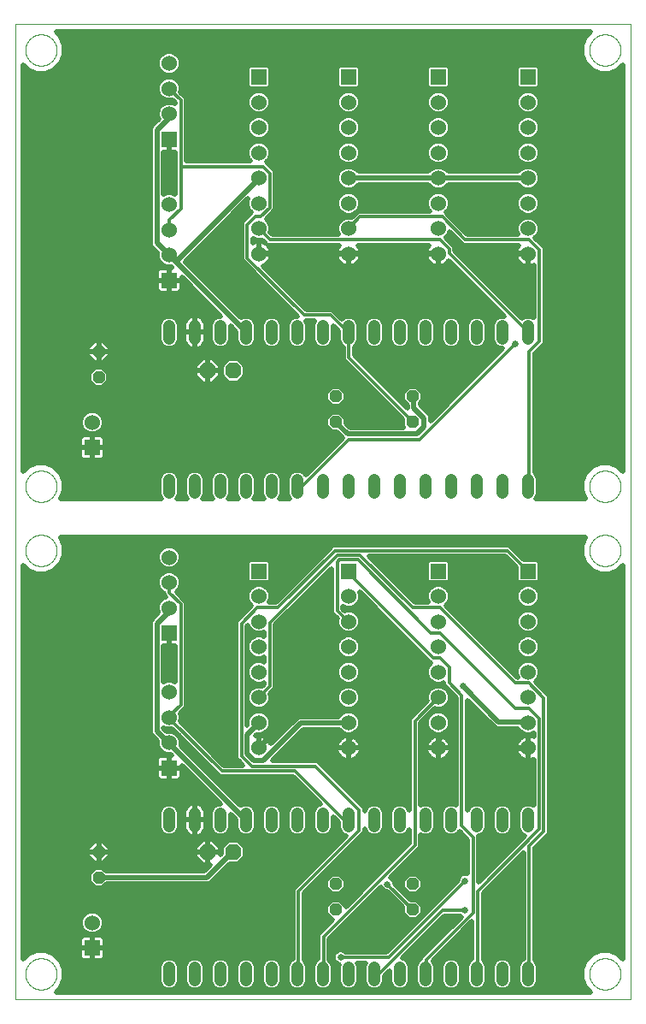
<source format=gbl>
G75*
%MOIN*%
%OFA0B0*%
%FSLAX25Y25*%
%IPPOS*%
%LPD*%
%AMOC8*
5,1,8,0,0,1.08239X$1,22.5*
%
%ADD10C,0.00000*%
%ADD11R,0.06000X0.06000*%
%ADD12C,0.06000*%
%ADD13OC8,0.04800*%
%ADD14OC8,0.06300*%
%ADD15OC8,0.04724*%
%ADD16C,0.04724*%
%ADD17C,0.01969*%
%ADD18C,0.02578*%
%ADD19C,0.01181*%
D10*
X0001984Y0015833D02*
X0241984Y0015833D01*
X0241984Y0395833D01*
X0001984Y0395833D01*
X0001984Y0015833D01*
X0005882Y0025833D02*
X0005884Y0025989D01*
X0005890Y0026145D01*
X0005900Y0026300D01*
X0005914Y0026455D01*
X0005932Y0026610D01*
X0005954Y0026764D01*
X0005979Y0026918D01*
X0006009Y0027071D01*
X0006043Y0027223D01*
X0006080Y0027375D01*
X0006121Y0027525D01*
X0006166Y0027674D01*
X0006215Y0027822D01*
X0006268Y0027969D01*
X0006324Y0028114D01*
X0006384Y0028258D01*
X0006448Y0028400D01*
X0006516Y0028541D01*
X0006587Y0028679D01*
X0006661Y0028816D01*
X0006739Y0028951D01*
X0006820Y0029084D01*
X0006905Y0029215D01*
X0006993Y0029344D01*
X0007084Y0029470D01*
X0007179Y0029594D01*
X0007276Y0029715D01*
X0007377Y0029834D01*
X0007481Y0029951D01*
X0007587Y0030064D01*
X0007697Y0030175D01*
X0007809Y0030283D01*
X0007924Y0030388D01*
X0008042Y0030491D01*
X0008162Y0030590D01*
X0008285Y0030686D01*
X0008410Y0030779D01*
X0008537Y0030868D01*
X0008667Y0030955D01*
X0008799Y0031038D01*
X0008933Y0031117D01*
X0009069Y0031194D01*
X0009207Y0031266D01*
X0009346Y0031336D01*
X0009488Y0031401D01*
X0009631Y0031463D01*
X0009775Y0031521D01*
X0009921Y0031576D01*
X0010069Y0031627D01*
X0010217Y0031674D01*
X0010367Y0031717D01*
X0010518Y0031756D01*
X0010670Y0031792D01*
X0010822Y0031823D01*
X0010976Y0031851D01*
X0011130Y0031875D01*
X0011284Y0031895D01*
X0011439Y0031911D01*
X0011595Y0031923D01*
X0011750Y0031931D01*
X0011906Y0031935D01*
X0012062Y0031935D01*
X0012218Y0031931D01*
X0012373Y0031923D01*
X0012529Y0031911D01*
X0012684Y0031895D01*
X0012838Y0031875D01*
X0012992Y0031851D01*
X0013146Y0031823D01*
X0013298Y0031792D01*
X0013450Y0031756D01*
X0013601Y0031717D01*
X0013751Y0031674D01*
X0013899Y0031627D01*
X0014047Y0031576D01*
X0014193Y0031521D01*
X0014337Y0031463D01*
X0014480Y0031401D01*
X0014622Y0031336D01*
X0014761Y0031266D01*
X0014899Y0031194D01*
X0015035Y0031117D01*
X0015169Y0031038D01*
X0015301Y0030955D01*
X0015431Y0030868D01*
X0015558Y0030779D01*
X0015683Y0030686D01*
X0015806Y0030590D01*
X0015926Y0030491D01*
X0016044Y0030388D01*
X0016159Y0030283D01*
X0016271Y0030175D01*
X0016381Y0030064D01*
X0016487Y0029951D01*
X0016591Y0029834D01*
X0016692Y0029715D01*
X0016789Y0029594D01*
X0016884Y0029470D01*
X0016975Y0029344D01*
X0017063Y0029215D01*
X0017148Y0029084D01*
X0017229Y0028951D01*
X0017307Y0028816D01*
X0017381Y0028679D01*
X0017452Y0028541D01*
X0017520Y0028400D01*
X0017584Y0028258D01*
X0017644Y0028114D01*
X0017700Y0027969D01*
X0017753Y0027822D01*
X0017802Y0027674D01*
X0017847Y0027525D01*
X0017888Y0027375D01*
X0017925Y0027223D01*
X0017959Y0027071D01*
X0017989Y0026918D01*
X0018014Y0026764D01*
X0018036Y0026610D01*
X0018054Y0026455D01*
X0018068Y0026300D01*
X0018078Y0026145D01*
X0018084Y0025989D01*
X0018086Y0025833D01*
X0018084Y0025677D01*
X0018078Y0025521D01*
X0018068Y0025366D01*
X0018054Y0025211D01*
X0018036Y0025056D01*
X0018014Y0024902D01*
X0017989Y0024748D01*
X0017959Y0024595D01*
X0017925Y0024443D01*
X0017888Y0024291D01*
X0017847Y0024141D01*
X0017802Y0023992D01*
X0017753Y0023844D01*
X0017700Y0023697D01*
X0017644Y0023552D01*
X0017584Y0023408D01*
X0017520Y0023266D01*
X0017452Y0023125D01*
X0017381Y0022987D01*
X0017307Y0022850D01*
X0017229Y0022715D01*
X0017148Y0022582D01*
X0017063Y0022451D01*
X0016975Y0022322D01*
X0016884Y0022196D01*
X0016789Y0022072D01*
X0016692Y0021951D01*
X0016591Y0021832D01*
X0016487Y0021715D01*
X0016381Y0021602D01*
X0016271Y0021491D01*
X0016159Y0021383D01*
X0016044Y0021278D01*
X0015926Y0021175D01*
X0015806Y0021076D01*
X0015683Y0020980D01*
X0015558Y0020887D01*
X0015431Y0020798D01*
X0015301Y0020711D01*
X0015169Y0020628D01*
X0015035Y0020549D01*
X0014899Y0020472D01*
X0014761Y0020400D01*
X0014622Y0020330D01*
X0014480Y0020265D01*
X0014337Y0020203D01*
X0014193Y0020145D01*
X0014047Y0020090D01*
X0013899Y0020039D01*
X0013751Y0019992D01*
X0013601Y0019949D01*
X0013450Y0019910D01*
X0013298Y0019874D01*
X0013146Y0019843D01*
X0012992Y0019815D01*
X0012838Y0019791D01*
X0012684Y0019771D01*
X0012529Y0019755D01*
X0012373Y0019743D01*
X0012218Y0019735D01*
X0012062Y0019731D01*
X0011906Y0019731D01*
X0011750Y0019735D01*
X0011595Y0019743D01*
X0011439Y0019755D01*
X0011284Y0019771D01*
X0011130Y0019791D01*
X0010976Y0019815D01*
X0010822Y0019843D01*
X0010670Y0019874D01*
X0010518Y0019910D01*
X0010367Y0019949D01*
X0010217Y0019992D01*
X0010069Y0020039D01*
X0009921Y0020090D01*
X0009775Y0020145D01*
X0009631Y0020203D01*
X0009488Y0020265D01*
X0009346Y0020330D01*
X0009207Y0020400D01*
X0009069Y0020472D01*
X0008933Y0020549D01*
X0008799Y0020628D01*
X0008667Y0020711D01*
X0008537Y0020798D01*
X0008410Y0020887D01*
X0008285Y0020980D01*
X0008162Y0021076D01*
X0008042Y0021175D01*
X0007924Y0021278D01*
X0007809Y0021383D01*
X0007697Y0021491D01*
X0007587Y0021602D01*
X0007481Y0021715D01*
X0007377Y0021832D01*
X0007276Y0021951D01*
X0007179Y0022072D01*
X0007084Y0022196D01*
X0006993Y0022322D01*
X0006905Y0022451D01*
X0006820Y0022582D01*
X0006739Y0022715D01*
X0006661Y0022850D01*
X0006587Y0022987D01*
X0006516Y0023125D01*
X0006448Y0023266D01*
X0006384Y0023408D01*
X0006324Y0023552D01*
X0006268Y0023697D01*
X0006215Y0023844D01*
X0006166Y0023992D01*
X0006121Y0024141D01*
X0006080Y0024291D01*
X0006043Y0024443D01*
X0006009Y0024595D01*
X0005979Y0024748D01*
X0005954Y0024902D01*
X0005932Y0025056D01*
X0005914Y0025211D01*
X0005900Y0025366D01*
X0005890Y0025521D01*
X0005884Y0025677D01*
X0005882Y0025833D01*
X0005882Y0190833D02*
X0005884Y0190989D01*
X0005890Y0191145D01*
X0005900Y0191300D01*
X0005914Y0191455D01*
X0005932Y0191610D01*
X0005954Y0191764D01*
X0005979Y0191918D01*
X0006009Y0192071D01*
X0006043Y0192223D01*
X0006080Y0192375D01*
X0006121Y0192525D01*
X0006166Y0192674D01*
X0006215Y0192822D01*
X0006268Y0192969D01*
X0006324Y0193114D01*
X0006384Y0193258D01*
X0006448Y0193400D01*
X0006516Y0193541D01*
X0006587Y0193679D01*
X0006661Y0193816D01*
X0006739Y0193951D01*
X0006820Y0194084D01*
X0006905Y0194215D01*
X0006993Y0194344D01*
X0007084Y0194470D01*
X0007179Y0194594D01*
X0007276Y0194715D01*
X0007377Y0194834D01*
X0007481Y0194951D01*
X0007587Y0195064D01*
X0007697Y0195175D01*
X0007809Y0195283D01*
X0007924Y0195388D01*
X0008042Y0195491D01*
X0008162Y0195590D01*
X0008285Y0195686D01*
X0008410Y0195779D01*
X0008537Y0195868D01*
X0008667Y0195955D01*
X0008799Y0196038D01*
X0008933Y0196117D01*
X0009069Y0196194D01*
X0009207Y0196266D01*
X0009346Y0196336D01*
X0009488Y0196401D01*
X0009631Y0196463D01*
X0009775Y0196521D01*
X0009921Y0196576D01*
X0010069Y0196627D01*
X0010217Y0196674D01*
X0010367Y0196717D01*
X0010518Y0196756D01*
X0010670Y0196792D01*
X0010822Y0196823D01*
X0010976Y0196851D01*
X0011130Y0196875D01*
X0011284Y0196895D01*
X0011439Y0196911D01*
X0011595Y0196923D01*
X0011750Y0196931D01*
X0011906Y0196935D01*
X0012062Y0196935D01*
X0012218Y0196931D01*
X0012373Y0196923D01*
X0012529Y0196911D01*
X0012684Y0196895D01*
X0012838Y0196875D01*
X0012992Y0196851D01*
X0013146Y0196823D01*
X0013298Y0196792D01*
X0013450Y0196756D01*
X0013601Y0196717D01*
X0013751Y0196674D01*
X0013899Y0196627D01*
X0014047Y0196576D01*
X0014193Y0196521D01*
X0014337Y0196463D01*
X0014480Y0196401D01*
X0014622Y0196336D01*
X0014761Y0196266D01*
X0014899Y0196194D01*
X0015035Y0196117D01*
X0015169Y0196038D01*
X0015301Y0195955D01*
X0015431Y0195868D01*
X0015558Y0195779D01*
X0015683Y0195686D01*
X0015806Y0195590D01*
X0015926Y0195491D01*
X0016044Y0195388D01*
X0016159Y0195283D01*
X0016271Y0195175D01*
X0016381Y0195064D01*
X0016487Y0194951D01*
X0016591Y0194834D01*
X0016692Y0194715D01*
X0016789Y0194594D01*
X0016884Y0194470D01*
X0016975Y0194344D01*
X0017063Y0194215D01*
X0017148Y0194084D01*
X0017229Y0193951D01*
X0017307Y0193816D01*
X0017381Y0193679D01*
X0017452Y0193541D01*
X0017520Y0193400D01*
X0017584Y0193258D01*
X0017644Y0193114D01*
X0017700Y0192969D01*
X0017753Y0192822D01*
X0017802Y0192674D01*
X0017847Y0192525D01*
X0017888Y0192375D01*
X0017925Y0192223D01*
X0017959Y0192071D01*
X0017989Y0191918D01*
X0018014Y0191764D01*
X0018036Y0191610D01*
X0018054Y0191455D01*
X0018068Y0191300D01*
X0018078Y0191145D01*
X0018084Y0190989D01*
X0018086Y0190833D01*
X0018084Y0190677D01*
X0018078Y0190521D01*
X0018068Y0190366D01*
X0018054Y0190211D01*
X0018036Y0190056D01*
X0018014Y0189902D01*
X0017989Y0189748D01*
X0017959Y0189595D01*
X0017925Y0189443D01*
X0017888Y0189291D01*
X0017847Y0189141D01*
X0017802Y0188992D01*
X0017753Y0188844D01*
X0017700Y0188697D01*
X0017644Y0188552D01*
X0017584Y0188408D01*
X0017520Y0188266D01*
X0017452Y0188125D01*
X0017381Y0187987D01*
X0017307Y0187850D01*
X0017229Y0187715D01*
X0017148Y0187582D01*
X0017063Y0187451D01*
X0016975Y0187322D01*
X0016884Y0187196D01*
X0016789Y0187072D01*
X0016692Y0186951D01*
X0016591Y0186832D01*
X0016487Y0186715D01*
X0016381Y0186602D01*
X0016271Y0186491D01*
X0016159Y0186383D01*
X0016044Y0186278D01*
X0015926Y0186175D01*
X0015806Y0186076D01*
X0015683Y0185980D01*
X0015558Y0185887D01*
X0015431Y0185798D01*
X0015301Y0185711D01*
X0015169Y0185628D01*
X0015035Y0185549D01*
X0014899Y0185472D01*
X0014761Y0185400D01*
X0014622Y0185330D01*
X0014480Y0185265D01*
X0014337Y0185203D01*
X0014193Y0185145D01*
X0014047Y0185090D01*
X0013899Y0185039D01*
X0013751Y0184992D01*
X0013601Y0184949D01*
X0013450Y0184910D01*
X0013298Y0184874D01*
X0013146Y0184843D01*
X0012992Y0184815D01*
X0012838Y0184791D01*
X0012684Y0184771D01*
X0012529Y0184755D01*
X0012373Y0184743D01*
X0012218Y0184735D01*
X0012062Y0184731D01*
X0011906Y0184731D01*
X0011750Y0184735D01*
X0011595Y0184743D01*
X0011439Y0184755D01*
X0011284Y0184771D01*
X0011130Y0184791D01*
X0010976Y0184815D01*
X0010822Y0184843D01*
X0010670Y0184874D01*
X0010518Y0184910D01*
X0010367Y0184949D01*
X0010217Y0184992D01*
X0010069Y0185039D01*
X0009921Y0185090D01*
X0009775Y0185145D01*
X0009631Y0185203D01*
X0009488Y0185265D01*
X0009346Y0185330D01*
X0009207Y0185400D01*
X0009069Y0185472D01*
X0008933Y0185549D01*
X0008799Y0185628D01*
X0008667Y0185711D01*
X0008537Y0185798D01*
X0008410Y0185887D01*
X0008285Y0185980D01*
X0008162Y0186076D01*
X0008042Y0186175D01*
X0007924Y0186278D01*
X0007809Y0186383D01*
X0007697Y0186491D01*
X0007587Y0186602D01*
X0007481Y0186715D01*
X0007377Y0186832D01*
X0007276Y0186951D01*
X0007179Y0187072D01*
X0007084Y0187196D01*
X0006993Y0187322D01*
X0006905Y0187451D01*
X0006820Y0187582D01*
X0006739Y0187715D01*
X0006661Y0187850D01*
X0006587Y0187987D01*
X0006516Y0188125D01*
X0006448Y0188266D01*
X0006384Y0188408D01*
X0006324Y0188552D01*
X0006268Y0188697D01*
X0006215Y0188844D01*
X0006166Y0188992D01*
X0006121Y0189141D01*
X0006080Y0189291D01*
X0006043Y0189443D01*
X0006009Y0189595D01*
X0005979Y0189748D01*
X0005954Y0189902D01*
X0005932Y0190056D01*
X0005914Y0190211D01*
X0005900Y0190366D01*
X0005890Y0190521D01*
X0005884Y0190677D01*
X0005882Y0190833D01*
X0005882Y0215833D02*
X0005884Y0215989D01*
X0005890Y0216145D01*
X0005900Y0216300D01*
X0005914Y0216455D01*
X0005932Y0216610D01*
X0005954Y0216764D01*
X0005979Y0216918D01*
X0006009Y0217071D01*
X0006043Y0217223D01*
X0006080Y0217375D01*
X0006121Y0217525D01*
X0006166Y0217674D01*
X0006215Y0217822D01*
X0006268Y0217969D01*
X0006324Y0218114D01*
X0006384Y0218258D01*
X0006448Y0218400D01*
X0006516Y0218541D01*
X0006587Y0218679D01*
X0006661Y0218816D01*
X0006739Y0218951D01*
X0006820Y0219084D01*
X0006905Y0219215D01*
X0006993Y0219344D01*
X0007084Y0219470D01*
X0007179Y0219594D01*
X0007276Y0219715D01*
X0007377Y0219834D01*
X0007481Y0219951D01*
X0007587Y0220064D01*
X0007697Y0220175D01*
X0007809Y0220283D01*
X0007924Y0220388D01*
X0008042Y0220491D01*
X0008162Y0220590D01*
X0008285Y0220686D01*
X0008410Y0220779D01*
X0008537Y0220868D01*
X0008667Y0220955D01*
X0008799Y0221038D01*
X0008933Y0221117D01*
X0009069Y0221194D01*
X0009207Y0221266D01*
X0009346Y0221336D01*
X0009488Y0221401D01*
X0009631Y0221463D01*
X0009775Y0221521D01*
X0009921Y0221576D01*
X0010069Y0221627D01*
X0010217Y0221674D01*
X0010367Y0221717D01*
X0010518Y0221756D01*
X0010670Y0221792D01*
X0010822Y0221823D01*
X0010976Y0221851D01*
X0011130Y0221875D01*
X0011284Y0221895D01*
X0011439Y0221911D01*
X0011595Y0221923D01*
X0011750Y0221931D01*
X0011906Y0221935D01*
X0012062Y0221935D01*
X0012218Y0221931D01*
X0012373Y0221923D01*
X0012529Y0221911D01*
X0012684Y0221895D01*
X0012838Y0221875D01*
X0012992Y0221851D01*
X0013146Y0221823D01*
X0013298Y0221792D01*
X0013450Y0221756D01*
X0013601Y0221717D01*
X0013751Y0221674D01*
X0013899Y0221627D01*
X0014047Y0221576D01*
X0014193Y0221521D01*
X0014337Y0221463D01*
X0014480Y0221401D01*
X0014622Y0221336D01*
X0014761Y0221266D01*
X0014899Y0221194D01*
X0015035Y0221117D01*
X0015169Y0221038D01*
X0015301Y0220955D01*
X0015431Y0220868D01*
X0015558Y0220779D01*
X0015683Y0220686D01*
X0015806Y0220590D01*
X0015926Y0220491D01*
X0016044Y0220388D01*
X0016159Y0220283D01*
X0016271Y0220175D01*
X0016381Y0220064D01*
X0016487Y0219951D01*
X0016591Y0219834D01*
X0016692Y0219715D01*
X0016789Y0219594D01*
X0016884Y0219470D01*
X0016975Y0219344D01*
X0017063Y0219215D01*
X0017148Y0219084D01*
X0017229Y0218951D01*
X0017307Y0218816D01*
X0017381Y0218679D01*
X0017452Y0218541D01*
X0017520Y0218400D01*
X0017584Y0218258D01*
X0017644Y0218114D01*
X0017700Y0217969D01*
X0017753Y0217822D01*
X0017802Y0217674D01*
X0017847Y0217525D01*
X0017888Y0217375D01*
X0017925Y0217223D01*
X0017959Y0217071D01*
X0017989Y0216918D01*
X0018014Y0216764D01*
X0018036Y0216610D01*
X0018054Y0216455D01*
X0018068Y0216300D01*
X0018078Y0216145D01*
X0018084Y0215989D01*
X0018086Y0215833D01*
X0018084Y0215677D01*
X0018078Y0215521D01*
X0018068Y0215366D01*
X0018054Y0215211D01*
X0018036Y0215056D01*
X0018014Y0214902D01*
X0017989Y0214748D01*
X0017959Y0214595D01*
X0017925Y0214443D01*
X0017888Y0214291D01*
X0017847Y0214141D01*
X0017802Y0213992D01*
X0017753Y0213844D01*
X0017700Y0213697D01*
X0017644Y0213552D01*
X0017584Y0213408D01*
X0017520Y0213266D01*
X0017452Y0213125D01*
X0017381Y0212987D01*
X0017307Y0212850D01*
X0017229Y0212715D01*
X0017148Y0212582D01*
X0017063Y0212451D01*
X0016975Y0212322D01*
X0016884Y0212196D01*
X0016789Y0212072D01*
X0016692Y0211951D01*
X0016591Y0211832D01*
X0016487Y0211715D01*
X0016381Y0211602D01*
X0016271Y0211491D01*
X0016159Y0211383D01*
X0016044Y0211278D01*
X0015926Y0211175D01*
X0015806Y0211076D01*
X0015683Y0210980D01*
X0015558Y0210887D01*
X0015431Y0210798D01*
X0015301Y0210711D01*
X0015169Y0210628D01*
X0015035Y0210549D01*
X0014899Y0210472D01*
X0014761Y0210400D01*
X0014622Y0210330D01*
X0014480Y0210265D01*
X0014337Y0210203D01*
X0014193Y0210145D01*
X0014047Y0210090D01*
X0013899Y0210039D01*
X0013751Y0209992D01*
X0013601Y0209949D01*
X0013450Y0209910D01*
X0013298Y0209874D01*
X0013146Y0209843D01*
X0012992Y0209815D01*
X0012838Y0209791D01*
X0012684Y0209771D01*
X0012529Y0209755D01*
X0012373Y0209743D01*
X0012218Y0209735D01*
X0012062Y0209731D01*
X0011906Y0209731D01*
X0011750Y0209735D01*
X0011595Y0209743D01*
X0011439Y0209755D01*
X0011284Y0209771D01*
X0011130Y0209791D01*
X0010976Y0209815D01*
X0010822Y0209843D01*
X0010670Y0209874D01*
X0010518Y0209910D01*
X0010367Y0209949D01*
X0010217Y0209992D01*
X0010069Y0210039D01*
X0009921Y0210090D01*
X0009775Y0210145D01*
X0009631Y0210203D01*
X0009488Y0210265D01*
X0009346Y0210330D01*
X0009207Y0210400D01*
X0009069Y0210472D01*
X0008933Y0210549D01*
X0008799Y0210628D01*
X0008667Y0210711D01*
X0008537Y0210798D01*
X0008410Y0210887D01*
X0008285Y0210980D01*
X0008162Y0211076D01*
X0008042Y0211175D01*
X0007924Y0211278D01*
X0007809Y0211383D01*
X0007697Y0211491D01*
X0007587Y0211602D01*
X0007481Y0211715D01*
X0007377Y0211832D01*
X0007276Y0211951D01*
X0007179Y0212072D01*
X0007084Y0212196D01*
X0006993Y0212322D01*
X0006905Y0212451D01*
X0006820Y0212582D01*
X0006739Y0212715D01*
X0006661Y0212850D01*
X0006587Y0212987D01*
X0006516Y0213125D01*
X0006448Y0213266D01*
X0006384Y0213408D01*
X0006324Y0213552D01*
X0006268Y0213697D01*
X0006215Y0213844D01*
X0006166Y0213992D01*
X0006121Y0214141D01*
X0006080Y0214291D01*
X0006043Y0214443D01*
X0006009Y0214595D01*
X0005979Y0214748D01*
X0005954Y0214902D01*
X0005932Y0215056D01*
X0005914Y0215211D01*
X0005900Y0215366D01*
X0005890Y0215521D01*
X0005884Y0215677D01*
X0005882Y0215833D01*
X0005882Y0385833D02*
X0005884Y0385989D01*
X0005890Y0386145D01*
X0005900Y0386300D01*
X0005914Y0386455D01*
X0005932Y0386610D01*
X0005954Y0386764D01*
X0005979Y0386918D01*
X0006009Y0387071D01*
X0006043Y0387223D01*
X0006080Y0387375D01*
X0006121Y0387525D01*
X0006166Y0387674D01*
X0006215Y0387822D01*
X0006268Y0387969D01*
X0006324Y0388114D01*
X0006384Y0388258D01*
X0006448Y0388400D01*
X0006516Y0388541D01*
X0006587Y0388679D01*
X0006661Y0388816D01*
X0006739Y0388951D01*
X0006820Y0389084D01*
X0006905Y0389215D01*
X0006993Y0389344D01*
X0007084Y0389470D01*
X0007179Y0389594D01*
X0007276Y0389715D01*
X0007377Y0389834D01*
X0007481Y0389951D01*
X0007587Y0390064D01*
X0007697Y0390175D01*
X0007809Y0390283D01*
X0007924Y0390388D01*
X0008042Y0390491D01*
X0008162Y0390590D01*
X0008285Y0390686D01*
X0008410Y0390779D01*
X0008537Y0390868D01*
X0008667Y0390955D01*
X0008799Y0391038D01*
X0008933Y0391117D01*
X0009069Y0391194D01*
X0009207Y0391266D01*
X0009346Y0391336D01*
X0009488Y0391401D01*
X0009631Y0391463D01*
X0009775Y0391521D01*
X0009921Y0391576D01*
X0010069Y0391627D01*
X0010217Y0391674D01*
X0010367Y0391717D01*
X0010518Y0391756D01*
X0010670Y0391792D01*
X0010822Y0391823D01*
X0010976Y0391851D01*
X0011130Y0391875D01*
X0011284Y0391895D01*
X0011439Y0391911D01*
X0011595Y0391923D01*
X0011750Y0391931D01*
X0011906Y0391935D01*
X0012062Y0391935D01*
X0012218Y0391931D01*
X0012373Y0391923D01*
X0012529Y0391911D01*
X0012684Y0391895D01*
X0012838Y0391875D01*
X0012992Y0391851D01*
X0013146Y0391823D01*
X0013298Y0391792D01*
X0013450Y0391756D01*
X0013601Y0391717D01*
X0013751Y0391674D01*
X0013899Y0391627D01*
X0014047Y0391576D01*
X0014193Y0391521D01*
X0014337Y0391463D01*
X0014480Y0391401D01*
X0014622Y0391336D01*
X0014761Y0391266D01*
X0014899Y0391194D01*
X0015035Y0391117D01*
X0015169Y0391038D01*
X0015301Y0390955D01*
X0015431Y0390868D01*
X0015558Y0390779D01*
X0015683Y0390686D01*
X0015806Y0390590D01*
X0015926Y0390491D01*
X0016044Y0390388D01*
X0016159Y0390283D01*
X0016271Y0390175D01*
X0016381Y0390064D01*
X0016487Y0389951D01*
X0016591Y0389834D01*
X0016692Y0389715D01*
X0016789Y0389594D01*
X0016884Y0389470D01*
X0016975Y0389344D01*
X0017063Y0389215D01*
X0017148Y0389084D01*
X0017229Y0388951D01*
X0017307Y0388816D01*
X0017381Y0388679D01*
X0017452Y0388541D01*
X0017520Y0388400D01*
X0017584Y0388258D01*
X0017644Y0388114D01*
X0017700Y0387969D01*
X0017753Y0387822D01*
X0017802Y0387674D01*
X0017847Y0387525D01*
X0017888Y0387375D01*
X0017925Y0387223D01*
X0017959Y0387071D01*
X0017989Y0386918D01*
X0018014Y0386764D01*
X0018036Y0386610D01*
X0018054Y0386455D01*
X0018068Y0386300D01*
X0018078Y0386145D01*
X0018084Y0385989D01*
X0018086Y0385833D01*
X0018084Y0385677D01*
X0018078Y0385521D01*
X0018068Y0385366D01*
X0018054Y0385211D01*
X0018036Y0385056D01*
X0018014Y0384902D01*
X0017989Y0384748D01*
X0017959Y0384595D01*
X0017925Y0384443D01*
X0017888Y0384291D01*
X0017847Y0384141D01*
X0017802Y0383992D01*
X0017753Y0383844D01*
X0017700Y0383697D01*
X0017644Y0383552D01*
X0017584Y0383408D01*
X0017520Y0383266D01*
X0017452Y0383125D01*
X0017381Y0382987D01*
X0017307Y0382850D01*
X0017229Y0382715D01*
X0017148Y0382582D01*
X0017063Y0382451D01*
X0016975Y0382322D01*
X0016884Y0382196D01*
X0016789Y0382072D01*
X0016692Y0381951D01*
X0016591Y0381832D01*
X0016487Y0381715D01*
X0016381Y0381602D01*
X0016271Y0381491D01*
X0016159Y0381383D01*
X0016044Y0381278D01*
X0015926Y0381175D01*
X0015806Y0381076D01*
X0015683Y0380980D01*
X0015558Y0380887D01*
X0015431Y0380798D01*
X0015301Y0380711D01*
X0015169Y0380628D01*
X0015035Y0380549D01*
X0014899Y0380472D01*
X0014761Y0380400D01*
X0014622Y0380330D01*
X0014480Y0380265D01*
X0014337Y0380203D01*
X0014193Y0380145D01*
X0014047Y0380090D01*
X0013899Y0380039D01*
X0013751Y0379992D01*
X0013601Y0379949D01*
X0013450Y0379910D01*
X0013298Y0379874D01*
X0013146Y0379843D01*
X0012992Y0379815D01*
X0012838Y0379791D01*
X0012684Y0379771D01*
X0012529Y0379755D01*
X0012373Y0379743D01*
X0012218Y0379735D01*
X0012062Y0379731D01*
X0011906Y0379731D01*
X0011750Y0379735D01*
X0011595Y0379743D01*
X0011439Y0379755D01*
X0011284Y0379771D01*
X0011130Y0379791D01*
X0010976Y0379815D01*
X0010822Y0379843D01*
X0010670Y0379874D01*
X0010518Y0379910D01*
X0010367Y0379949D01*
X0010217Y0379992D01*
X0010069Y0380039D01*
X0009921Y0380090D01*
X0009775Y0380145D01*
X0009631Y0380203D01*
X0009488Y0380265D01*
X0009346Y0380330D01*
X0009207Y0380400D01*
X0009069Y0380472D01*
X0008933Y0380549D01*
X0008799Y0380628D01*
X0008667Y0380711D01*
X0008537Y0380798D01*
X0008410Y0380887D01*
X0008285Y0380980D01*
X0008162Y0381076D01*
X0008042Y0381175D01*
X0007924Y0381278D01*
X0007809Y0381383D01*
X0007697Y0381491D01*
X0007587Y0381602D01*
X0007481Y0381715D01*
X0007377Y0381832D01*
X0007276Y0381951D01*
X0007179Y0382072D01*
X0007084Y0382196D01*
X0006993Y0382322D01*
X0006905Y0382451D01*
X0006820Y0382582D01*
X0006739Y0382715D01*
X0006661Y0382850D01*
X0006587Y0382987D01*
X0006516Y0383125D01*
X0006448Y0383266D01*
X0006384Y0383408D01*
X0006324Y0383552D01*
X0006268Y0383697D01*
X0006215Y0383844D01*
X0006166Y0383992D01*
X0006121Y0384141D01*
X0006080Y0384291D01*
X0006043Y0384443D01*
X0006009Y0384595D01*
X0005979Y0384748D01*
X0005954Y0384902D01*
X0005932Y0385056D01*
X0005914Y0385211D01*
X0005900Y0385366D01*
X0005890Y0385521D01*
X0005884Y0385677D01*
X0005882Y0385833D01*
X0225882Y0385833D02*
X0225884Y0385989D01*
X0225890Y0386145D01*
X0225900Y0386300D01*
X0225914Y0386455D01*
X0225932Y0386610D01*
X0225954Y0386764D01*
X0225979Y0386918D01*
X0226009Y0387071D01*
X0226043Y0387223D01*
X0226080Y0387375D01*
X0226121Y0387525D01*
X0226166Y0387674D01*
X0226215Y0387822D01*
X0226268Y0387969D01*
X0226324Y0388114D01*
X0226384Y0388258D01*
X0226448Y0388400D01*
X0226516Y0388541D01*
X0226587Y0388679D01*
X0226661Y0388816D01*
X0226739Y0388951D01*
X0226820Y0389084D01*
X0226905Y0389215D01*
X0226993Y0389344D01*
X0227084Y0389470D01*
X0227179Y0389594D01*
X0227276Y0389715D01*
X0227377Y0389834D01*
X0227481Y0389951D01*
X0227587Y0390064D01*
X0227697Y0390175D01*
X0227809Y0390283D01*
X0227924Y0390388D01*
X0228042Y0390491D01*
X0228162Y0390590D01*
X0228285Y0390686D01*
X0228410Y0390779D01*
X0228537Y0390868D01*
X0228667Y0390955D01*
X0228799Y0391038D01*
X0228933Y0391117D01*
X0229069Y0391194D01*
X0229207Y0391266D01*
X0229346Y0391336D01*
X0229488Y0391401D01*
X0229631Y0391463D01*
X0229775Y0391521D01*
X0229921Y0391576D01*
X0230069Y0391627D01*
X0230217Y0391674D01*
X0230367Y0391717D01*
X0230518Y0391756D01*
X0230670Y0391792D01*
X0230822Y0391823D01*
X0230976Y0391851D01*
X0231130Y0391875D01*
X0231284Y0391895D01*
X0231439Y0391911D01*
X0231595Y0391923D01*
X0231750Y0391931D01*
X0231906Y0391935D01*
X0232062Y0391935D01*
X0232218Y0391931D01*
X0232373Y0391923D01*
X0232529Y0391911D01*
X0232684Y0391895D01*
X0232838Y0391875D01*
X0232992Y0391851D01*
X0233146Y0391823D01*
X0233298Y0391792D01*
X0233450Y0391756D01*
X0233601Y0391717D01*
X0233751Y0391674D01*
X0233899Y0391627D01*
X0234047Y0391576D01*
X0234193Y0391521D01*
X0234337Y0391463D01*
X0234480Y0391401D01*
X0234622Y0391336D01*
X0234761Y0391266D01*
X0234899Y0391194D01*
X0235035Y0391117D01*
X0235169Y0391038D01*
X0235301Y0390955D01*
X0235431Y0390868D01*
X0235558Y0390779D01*
X0235683Y0390686D01*
X0235806Y0390590D01*
X0235926Y0390491D01*
X0236044Y0390388D01*
X0236159Y0390283D01*
X0236271Y0390175D01*
X0236381Y0390064D01*
X0236487Y0389951D01*
X0236591Y0389834D01*
X0236692Y0389715D01*
X0236789Y0389594D01*
X0236884Y0389470D01*
X0236975Y0389344D01*
X0237063Y0389215D01*
X0237148Y0389084D01*
X0237229Y0388951D01*
X0237307Y0388816D01*
X0237381Y0388679D01*
X0237452Y0388541D01*
X0237520Y0388400D01*
X0237584Y0388258D01*
X0237644Y0388114D01*
X0237700Y0387969D01*
X0237753Y0387822D01*
X0237802Y0387674D01*
X0237847Y0387525D01*
X0237888Y0387375D01*
X0237925Y0387223D01*
X0237959Y0387071D01*
X0237989Y0386918D01*
X0238014Y0386764D01*
X0238036Y0386610D01*
X0238054Y0386455D01*
X0238068Y0386300D01*
X0238078Y0386145D01*
X0238084Y0385989D01*
X0238086Y0385833D01*
X0238084Y0385677D01*
X0238078Y0385521D01*
X0238068Y0385366D01*
X0238054Y0385211D01*
X0238036Y0385056D01*
X0238014Y0384902D01*
X0237989Y0384748D01*
X0237959Y0384595D01*
X0237925Y0384443D01*
X0237888Y0384291D01*
X0237847Y0384141D01*
X0237802Y0383992D01*
X0237753Y0383844D01*
X0237700Y0383697D01*
X0237644Y0383552D01*
X0237584Y0383408D01*
X0237520Y0383266D01*
X0237452Y0383125D01*
X0237381Y0382987D01*
X0237307Y0382850D01*
X0237229Y0382715D01*
X0237148Y0382582D01*
X0237063Y0382451D01*
X0236975Y0382322D01*
X0236884Y0382196D01*
X0236789Y0382072D01*
X0236692Y0381951D01*
X0236591Y0381832D01*
X0236487Y0381715D01*
X0236381Y0381602D01*
X0236271Y0381491D01*
X0236159Y0381383D01*
X0236044Y0381278D01*
X0235926Y0381175D01*
X0235806Y0381076D01*
X0235683Y0380980D01*
X0235558Y0380887D01*
X0235431Y0380798D01*
X0235301Y0380711D01*
X0235169Y0380628D01*
X0235035Y0380549D01*
X0234899Y0380472D01*
X0234761Y0380400D01*
X0234622Y0380330D01*
X0234480Y0380265D01*
X0234337Y0380203D01*
X0234193Y0380145D01*
X0234047Y0380090D01*
X0233899Y0380039D01*
X0233751Y0379992D01*
X0233601Y0379949D01*
X0233450Y0379910D01*
X0233298Y0379874D01*
X0233146Y0379843D01*
X0232992Y0379815D01*
X0232838Y0379791D01*
X0232684Y0379771D01*
X0232529Y0379755D01*
X0232373Y0379743D01*
X0232218Y0379735D01*
X0232062Y0379731D01*
X0231906Y0379731D01*
X0231750Y0379735D01*
X0231595Y0379743D01*
X0231439Y0379755D01*
X0231284Y0379771D01*
X0231130Y0379791D01*
X0230976Y0379815D01*
X0230822Y0379843D01*
X0230670Y0379874D01*
X0230518Y0379910D01*
X0230367Y0379949D01*
X0230217Y0379992D01*
X0230069Y0380039D01*
X0229921Y0380090D01*
X0229775Y0380145D01*
X0229631Y0380203D01*
X0229488Y0380265D01*
X0229346Y0380330D01*
X0229207Y0380400D01*
X0229069Y0380472D01*
X0228933Y0380549D01*
X0228799Y0380628D01*
X0228667Y0380711D01*
X0228537Y0380798D01*
X0228410Y0380887D01*
X0228285Y0380980D01*
X0228162Y0381076D01*
X0228042Y0381175D01*
X0227924Y0381278D01*
X0227809Y0381383D01*
X0227697Y0381491D01*
X0227587Y0381602D01*
X0227481Y0381715D01*
X0227377Y0381832D01*
X0227276Y0381951D01*
X0227179Y0382072D01*
X0227084Y0382196D01*
X0226993Y0382322D01*
X0226905Y0382451D01*
X0226820Y0382582D01*
X0226739Y0382715D01*
X0226661Y0382850D01*
X0226587Y0382987D01*
X0226516Y0383125D01*
X0226448Y0383266D01*
X0226384Y0383408D01*
X0226324Y0383552D01*
X0226268Y0383697D01*
X0226215Y0383844D01*
X0226166Y0383992D01*
X0226121Y0384141D01*
X0226080Y0384291D01*
X0226043Y0384443D01*
X0226009Y0384595D01*
X0225979Y0384748D01*
X0225954Y0384902D01*
X0225932Y0385056D01*
X0225914Y0385211D01*
X0225900Y0385366D01*
X0225890Y0385521D01*
X0225884Y0385677D01*
X0225882Y0385833D01*
X0225882Y0215833D02*
X0225884Y0215989D01*
X0225890Y0216145D01*
X0225900Y0216300D01*
X0225914Y0216455D01*
X0225932Y0216610D01*
X0225954Y0216764D01*
X0225979Y0216918D01*
X0226009Y0217071D01*
X0226043Y0217223D01*
X0226080Y0217375D01*
X0226121Y0217525D01*
X0226166Y0217674D01*
X0226215Y0217822D01*
X0226268Y0217969D01*
X0226324Y0218114D01*
X0226384Y0218258D01*
X0226448Y0218400D01*
X0226516Y0218541D01*
X0226587Y0218679D01*
X0226661Y0218816D01*
X0226739Y0218951D01*
X0226820Y0219084D01*
X0226905Y0219215D01*
X0226993Y0219344D01*
X0227084Y0219470D01*
X0227179Y0219594D01*
X0227276Y0219715D01*
X0227377Y0219834D01*
X0227481Y0219951D01*
X0227587Y0220064D01*
X0227697Y0220175D01*
X0227809Y0220283D01*
X0227924Y0220388D01*
X0228042Y0220491D01*
X0228162Y0220590D01*
X0228285Y0220686D01*
X0228410Y0220779D01*
X0228537Y0220868D01*
X0228667Y0220955D01*
X0228799Y0221038D01*
X0228933Y0221117D01*
X0229069Y0221194D01*
X0229207Y0221266D01*
X0229346Y0221336D01*
X0229488Y0221401D01*
X0229631Y0221463D01*
X0229775Y0221521D01*
X0229921Y0221576D01*
X0230069Y0221627D01*
X0230217Y0221674D01*
X0230367Y0221717D01*
X0230518Y0221756D01*
X0230670Y0221792D01*
X0230822Y0221823D01*
X0230976Y0221851D01*
X0231130Y0221875D01*
X0231284Y0221895D01*
X0231439Y0221911D01*
X0231595Y0221923D01*
X0231750Y0221931D01*
X0231906Y0221935D01*
X0232062Y0221935D01*
X0232218Y0221931D01*
X0232373Y0221923D01*
X0232529Y0221911D01*
X0232684Y0221895D01*
X0232838Y0221875D01*
X0232992Y0221851D01*
X0233146Y0221823D01*
X0233298Y0221792D01*
X0233450Y0221756D01*
X0233601Y0221717D01*
X0233751Y0221674D01*
X0233899Y0221627D01*
X0234047Y0221576D01*
X0234193Y0221521D01*
X0234337Y0221463D01*
X0234480Y0221401D01*
X0234622Y0221336D01*
X0234761Y0221266D01*
X0234899Y0221194D01*
X0235035Y0221117D01*
X0235169Y0221038D01*
X0235301Y0220955D01*
X0235431Y0220868D01*
X0235558Y0220779D01*
X0235683Y0220686D01*
X0235806Y0220590D01*
X0235926Y0220491D01*
X0236044Y0220388D01*
X0236159Y0220283D01*
X0236271Y0220175D01*
X0236381Y0220064D01*
X0236487Y0219951D01*
X0236591Y0219834D01*
X0236692Y0219715D01*
X0236789Y0219594D01*
X0236884Y0219470D01*
X0236975Y0219344D01*
X0237063Y0219215D01*
X0237148Y0219084D01*
X0237229Y0218951D01*
X0237307Y0218816D01*
X0237381Y0218679D01*
X0237452Y0218541D01*
X0237520Y0218400D01*
X0237584Y0218258D01*
X0237644Y0218114D01*
X0237700Y0217969D01*
X0237753Y0217822D01*
X0237802Y0217674D01*
X0237847Y0217525D01*
X0237888Y0217375D01*
X0237925Y0217223D01*
X0237959Y0217071D01*
X0237989Y0216918D01*
X0238014Y0216764D01*
X0238036Y0216610D01*
X0238054Y0216455D01*
X0238068Y0216300D01*
X0238078Y0216145D01*
X0238084Y0215989D01*
X0238086Y0215833D01*
X0238084Y0215677D01*
X0238078Y0215521D01*
X0238068Y0215366D01*
X0238054Y0215211D01*
X0238036Y0215056D01*
X0238014Y0214902D01*
X0237989Y0214748D01*
X0237959Y0214595D01*
X0237925Y0214443D01*
X0237888Y0214291D01*
X0237847Y0214141D01*
X0237802Y0213992D01*
X0237753Y0213844D01*
X0237700Y0213697D01*
X0237644Y0213552D01*
X0237584Y0213408D01*
X0237520Y0213266D01*
X0237452Y0213125D01*
X0237381Y0212987D01*
X0237307Y0212850D01*
X0237229Y0212715D01*
X0237148Y0212582D01*
X0237063Y0212451D01*
X0236975Y0212322D01*
X0236884Y0212196D01*
X0236789Y0212072D01*
X0236692Y0211951D01*
X0236591Y0211832D01*
X0236487Y0211715D01*
X0236381Y0211602D01*
X0236271Y0211491D01*
X0236159Y0211383D01*
X0236044Y0211278D01*
X0235926Y0211175D01*
X0235806Y0211076D01*
X0235683Y0210980D01*
X0235558Y0210887D01*
X0235431Y0210798D01*
X0235301Y0210711D01*
X0235169Y0210628D01*
X0235035Y0210549D01*
X0234899Y0210472D01*
X0234761Y0210400D01*
X0234622Y0210330D01*
X0234480Y0210265D01*
X0234337Y0210203D01*
X0234193Y0210145D01*
X0234047Y0210090D01*
X0233899Y0210039D01*
X0233751Y0209992D01*
X0233601Y0209949D01*
X0233450Y0209910D01*
X0233298Y0209874D01*
X0233146Y0209843D01*
X0232992Y0209815D01*
X0232838Y0209791D01*
X0232684Y0209771D01*
X0232529Y0209755D01*
X0232373Y0209743D01*
X0232218Y0209735D01*
X0232062Y0209731D01*
X0231906Y0209731D01*
X0231750Y0209735D01*
X0231595Y0209743D01*
X0231439Y0209755D01*
X0231284Y0209771D01*
X0231130Y0209791D01*
X0230976Y0209815D01*
X0230822Y0209843D01*
X0230670Y0209874D01*
X0230518Y0209910D01*
X0230367Y0209949D01*
X0230217Y0209992D01*
X0230069Y0210039D01*
X0229921Y0210090D01*
X0229775Y0210145D01*
X0229631Y0210203D01*
X0229488Y0210265D01*
X0229346Y0210330D01*
X0229207Y0210400D01*
X0229069Y0210472D01*
X0228933Y0210549D01*
X0228799Y0210628D01*
X0228667Y0210711D01*
X0228537Y0210798D01*
X0228410Y0210887D01*
X0228285Y0210980D01*
X0228162Y0211076D01*
X0228042Y0211175D01*
X0227924Y0211278D01*
X0227809Y0211383D01*
X0227697Y0211491D01*
X0227587Y0211602D01*
X0227481Y0211715D01*
X0227377Y0211832D01*
X0227276Y0211951D01*
X0227179Y0212072D01*
X0227084Y0212196D01*
X0226993Y0212322D01*
X0226905Y0212451D01*
X0226820Y0212582D01*
X0226739Y0212715D01*
X0226661Y0212850D01*
X0226587Y0212987D01*
X0226516Y0213125D01*
X0226448Y0213266D01*
X0226384Y0213408D01*
X0226324Y0213552D01*
X0226268Y0213697D01*
X0226215Y0213844D01*
X0226166Y0213992D01*
X0226121Y0214141D01*
X0226080Y0214291D01*
X0226043Y0214443D01*
X0226009Y0214595D01*
X0225979Y0214748D01*
X0225954Y0214902D01*
X0225932Y0215056D01*
X0225914Y0215211D01*
X0225900Y0215366D01*
X0225890Y0215521D01*
X0225884Y0215677D01*
X0225882Y0215833D01*
X0225882Y0190833D02*
X0225884Y0190989D01*
X0225890Y0191145D01*
X0225900Y0191300D01*
X0225914Y0191455D01*
X0225932Y0191610D01*
X0225954Y0191764D01*
X0225979Y0191918D01*
X0226009Y0192071D01*
X0226043Y0192223D01*
X0226080Y0192375D01*
X0226121Y0192525D01*
X0226166Y0192674D01*
X0226215Y0192822D01*
X0226268Y0192969D01*
X0226324Y0193114D01*
X0226384Y0193258D01*
X0226448Y0193400D01*
X0226516Y0193541D01*
X0226587Y0193679D01*
X0226661Y0193816D01*
X0226739Y0193951D01*
X0226820Y0194084D01*
X0226905Y0194215D01*
X0226993Y0194344D01*
X0227084Y0194470D01*
X0227179Y0194594D01*
X0227276Y0194715D01*
X0227377Y0194834D01*
X0227481Y0194951D01*
X0227587Y0195064D01*
X0227697Y0195175D01*
X0227809Y0195283D01*
X0227924Y0195388D01*
X0228042Y0195491D01*
X0228162Y0195590D01*
X0228285Y0195686D01*
X0228410Y0195779D01*
X0228537Y0195868D01*
X0228667Y0195955D01*
X0228799Y0196038D01*
X0228933Y0196117D01*
X0229069Y0196194D01*
X0229207Y0196266D01*
X0229346Y0196336D01*
X0229488Y0196401D01*
X0229631Y0196463D01*
X0229775Y0196521D01*
X0229921Y0196576D01*
X0230069Y0196627D01*
X0230217Y0196674D01*
X0230367Y0196717D01*
X0230518Y0196756D01*
X0230670Y0196792D01*
X0230822Y0196823D01*
X0230976Y0196851D01*
X0231130Y0196875D01*
X0231284Y0196895D01*
X0231439Y0196911D01*
X0231595Y0196923D01*
X0231750Y0196931D01*
X0231906Y0196935D01*
X0232062Y0196935D01*
X0232218Y0196931D01*
X0232373Y0196923D01*
X0232529Y0196911D01*
X0232684Y0196895D01*
X0232838Y0196875D01*
X0232992Y0196851D01*
X0233146Y0196823D01*
X0233298Y0196792D01*
X0233450Y0196756D01*
X0233601Y0196717D01*
X0233751Y0196674D01*
X0233899Y0196627D01*
X0234047Y0196576D01*
X0234193Y0196521D01*
X0234337Y0196463D01*
X0234480Y0196401D01*
X0234622Y0196336D01*
X0234761Y0196266D01*
X0234899Y0196194D01*
X0235035Y0196117D01*
X0235169Y0196038D01*
X0235301Y0195955D01*
X0235431Y0195868D01*
X0235558Y0195779D01*
X0235683Y0195686D01*
X0235806Y0195590D01*
X0235926Y0195491D01*
X0236044Y0195388D01*
X0236159Y0195283D01*
X0236271Y0195175D01*
X0236381Y0195064D01*
X0236487Y0194951D01*
X0236591Y0194834D01*
X0236692Y0194715D01*
X0236789Y0194594D01*
X0236884Y0194470D01*
X0236975Y0194344D01*
X0237063Y0194215D01*
X0237148Y0194084D01*
X0237229Y0193951D01*
X0237307Y0193816D01*
X0237381Y0193679D01*
X0237452Y0193541D01*
X0237520Y0193400D01*
X0237584Y0193258D01*
X0237644Y0193114D01*
X0237700Y0192969D01*
X0237753Y0192822D01*
X0237802Y0192674D01*
X0237847Y0192525D01*
X0237888Y0192375D01*
X0237925Y0192223D01*
X0237959Y0192071D01*
X0237989Y0191918D01*
X0238014Y0191764D01*
X0238036Y0191610D01*
X0238054Y0191455D01*
X0238068Y0191300D01*
X0238078Y0191145D01*
X0238084Y0190989D01*
X0238086Y0190833D01*
X0238084Y0190677D01*
X0238078Y0190521D01*
X0238068Y0190366D01*
X0238054Y0190211D01*
X0238036Y0190056D01*
X0238014Y0189902D01*
X0237989Y0189748D01*
X0237959Y0189595D01*
X0237925Y0189443D01*
X0237888Y0189291D01*
X0237847Y0189141D01*
X0237802Y0188992D01*
X0237753Y0188844D01*
X0237700Y0188697D01*
X0237644Y0188552D01*
X0237584Y0188408D01*
X0237520Y0188266D01*
X0237452Y0188125D01*
X0237381Y0187987D01*
X0237307Y0187850D01*
X0237229Y0187715D01*
X0237148Y0187582D01*
X0237063Y0187451D01*
X0236975Y0187322D01*
X0236884Y0187196D01*
X0236789Y0187072D01*
X0236692Y0186951D01*
X0236591Y0186832D01*
X0236487Y0186715D01*
X0236381Y0186602D01*
X0236271Y0186491D01*
X0236159Y0186383D01*
X0236044Y0186278D01*
X0235926Y0186175D01*
X0235806Y0186076D01*
X0235683Y0185980D01*
X0235558Y0185887D01*
X0235431Y0185798D01*
X0235301Y0185711D01*
X0235169Y0185628D01*
X0235035Y0185549D01*
X0234899Y0185472D01*
X0234761Y0185400D01*
X0234622Y0185330D01*
X0234480Y0185265D01*
X0234337Y0185203D01*
X0234193Y0185145D01*
X0234047Y0185090D01*
X0233899Y0185039D01*
X0233751Y0184992D01*
X0233601Y0184949D01*
X0233450Y0184910D01*
X0233298Y0184874D01*
X0233146Y0184843D01*
X0232992Y0184815D01*
X0232838Y0184791D01*
X0232684Y0184771D01*
X0232529Y0184755D01*
X0232373Y0184743D01*
X0232218Y0184735D01*
X0232062Y0184731D01*
X0231906Y0184731D01*
X0231750Y0184735D01*
X0231595Y0184743D01*
X0231439Y0184755D01*
X0231284Y0184771D01*
X0231130Y0184791D01*
X0230976Y0184815D01*
X0230822Y0184843D01*
X0230670Y0184874D01*
X0230518Y0184910D01*
X0230367Y0184949D01*
X0230217Y0184992D01*
X0230069Y0185039D01*
X0229921Y0185090D01*
X0229775Y0185145D01*
X0229631Y0185203D01*
X0229488Y0185265D01*
X0229346Y0185330D01*
X0229207Y0185400D01*
X0229069Y0185472D01*
X0228933Y0185549D01*
X0228799Y0185628D01*
X0228667Y0185711D01*
X0228537Y0185798D01*
X0228410Y0185887D01*
X0228285Y0185980D01*
X0228162Y0186076D01*
X0228042Y0186175D01*
X0227924Y0186278D01*
X0227809Y0186383D01*
X0227697Y0186491D01*
X0227587Y0186602D01*
X0227481Y0186715D01*
X0227377Y0186832D01*
X0227276Y0186951D01*
X0227179Y0187072D01*
X0227084Y0187196D01*
X0226993Y0187322D01*
X0226905Y0187451D01*
X0226820Y0187582D01*
X0226739Y0187715D01*
X0226661Y0187850D01*
X0226587Y0187987D01*
X0226516Y0188125D01*
X0226448Y0188266D01*
X0226384Y0188408D01*
X0226324Y0188552D01*
X0226268Y0188697D01*
X0226215Y0188844D01*
X0226166Y0188992D01*
X0226121Y0189141D01*
X0226080Y0189291D01*
X0226043Y0189443D01*
X0226009Y0189595D01*
X0225979Y0189748D01*
X0225954Y0189902D01*
X0225932Y0190056D01*
X0225914Y0190211D01*
X0225900Y0190366D01*
X0225890Y0190521D01*
X0225884Y0190677D01*
X0225882Y0190833D01*
X0225882Y0025833D02*
X0225884Y0025989D01*
X0225890Y0026145D01*
X0225900Y0026300D01*
X0225914Y0026455D01*
X0225932Y0026610D01*
X0225954Y0026764D01*
X0225979Y0026918D01*
X0226009Y0027071D01*
X0226043Y0027223D01*
X0226080Y0027375D01*
X0226121Y0027525D01*
X0226166Y0027674D01*
X0226215Y0027822D01*
X0226268Y0027969D01*
X0226324Y0028114D01*
X0226384Y0028258D01*
X0226448Y0028400D01*
X0226516Y0028541D01*
X0226587Y0028679D01*
X0226661Y0028816D01*
X0226739Y0028951D01*
X0226820Y0029084D01*
X0226905Y0029215D01*
X0226993Y0029344D01*
X0227084Y0029470D01*
X0227179Y0029594D01*
X0227276Y0029715D01*
X0227377Y0029834D01*
X0227481Y0029951D01*
X0227587Y0030064D01*
X0227697Y0030175D01*
X0227809Y0030283D01*
X0227924Y0030388D01*
X0228042Y0030491D01*
X0228162Y0030590D01*
X0228285Y0030686D01*
X0228410Y0030779D01*
X0228537Y0030868D01*
X0228667Y0030955D01*
X0228799Y0031038D01*
X0228933Y0031117D01*
X0229069Y0031194D01*
X0229207Y0031266D01*
X0229346Y0031336D01*
X0229488Y0031401D01*
X0229631Y0031463D01*
X0229775Y0031521D01*
X0229921Y0031576D01*
X0230069Y0031627D01*
X0230217Y0031674D01*
X0230367Y0031717D01*
X0230518Y0031756D01*
X0230670Y0031792D01*
X0230822Y0031823D01*
X0230976Y0031851D01*
X0231130Y0031875D01*
X0231284Y0031895D01*
X0231439Y0031911D01*
X0231595Y0031923D01*
X0231750Y0031931D01*
X0231906Y0031935D01*
X0232062Y0031935D01*
X0232218Y0031931D01*
X0232373Y0031923D01*
X0232529Y0031911D01*
X0232684Y0031895D01*
X0232838Y0031875D01*
X0232992Y0031851D01*
X0233146Y0031823D01*
X0233298Y0031792D01*
X0233450Y0031756D01*
X0233601Y0031717D01*
X0233751Y0031674D01*
X0233899Y0031627D01*
X0234047Y0031576D01*
X0234193Y0031521D01*
X0234337Y0031463D01*
X0234480Y0031401D01*
X0234622Y0031336D01*
X0234761Y0031266D01*
X0234899Y0031194D01*
X0235035Y0031117D01*
X0235169Y0031038D01*
X0235301Y0030955D01*
X0235431Y0030868D01*
X0235558Y0030779D01*
X0235683Y0030686D01*
X0235806Y0030590D01*
X0235926Y0030491D01*
X0236044Y0030388D01*
X0236159Y0030283D01*
X0236271Y0030175D01*
X0236381Y0030064D01*
X0236487Y0029951D01*
X0236591Y0029834D01*
X0236692Y0029715D01*
X0236789Y0029594D01*
X0236884Y0029470D01*
X0236975Y0029344D01*
X0237063Y0029215D01*
X0237148Y0029084D01*
X0237229Y0028951D01*
X0237307Y0028816D01*
X0237381Y0028679D01*
X0237452Y0028541D01*
X0237520Y0028400D01*
X0237584Y0028258D01*
X0237644Y0028114D01*
X0237700Y0027969D01*
X0237753Y0027822D01*
X0237802Y0027674D01*
X0237847Y0027525D01*
X0237888Y0027375D01*
X0237925Y0027223D01*
X0237959Y0027071D01*
X0237989Y0026918D01*
X0238014Y0026764D01*
X0238036Y0026610D01*
X0238054Y0026455D01*
X0238068Y0026300D01*
X0238078Y0026145D01*
X0238084Y0025989D01*
X0238086Y0025833D01*
X0238084Y0025677D01*
X0238078Y0025521D01*
X0238068Y0025366D01*
X0238054Y0025211D01*
X0238036Y0025056D01*
X0238014Y0024902D01*
X0237989Y0024748D01*
X0237959Y0024595D01*
X0237925Y0024443D01*
X0237888Y0024291D01*
X0237847Y0024141D01*
X0237802Y0023992D01*
X0237753Y0023844D01*
X0237700Y0023697D01*
X0237644Y0023552D01*
X0237584Y0023408D01*
X0237520Y0023266D01*
X0237452Y0023125D01*
X0237381Y0022987D01*
X0237307Y0022850D01*
X0237229Y0022715D01*
X0237148Y0022582D01*
X0237063Y0022451D01*
X0236975Y0022322D01*
X0236884Y0022196D01*
X0236789Y0022072D01*
X0236692Y0021951D01*
X0236591Y0021832D01*
X0236487Y0021715D01*
X0236381Y0021602D01*
X0236271Y0021491D01*
X0236159Y0021383D01*
X0236044Y0021278D01*
X0235926Y0021175D01*
X0235806Y0021076D01*
X0235683Y0020980D01*
X0235558Y0020887D01*
X0235431Y0020798D01*
X0235301Y0020711D01*
X0235169Y0020628D01*
X0235035Y0020549D01*
X0234899Y0020472D01*
X0234761Y0020400D01*
X0234622Y0020330D01*
X0234480Y0020265D01*
X0234337Y0020203D01*
X0234193Y0020145D01*
X0234047Y0020090D01*
X0233899Y0020039D01*
X0233751Y0019992D01*
X0233601Y0019949D01*
X0233450Y0019910D01*
X0233298Y0019874D01*
X0233146Y0019843D01*
X0232992Y0019815D01*
X0232838Y0019791D01*
X0232684Y0019771D01*
X0232529Y0019755D01*
X0232373Y0019743D01*
X0232218Y0019735D01*
X0232062Y0019731D01*
X0231906Y0019731D01*
X0231750Y0019735D01*
X0231595Y0019743D01*
X0231439Y0019755D01*
X0231284Y0019771D01*
X0231130Y0019791D01*
X0230976Y0019815D01*
X0230822Y0019843D01*
X0230670Y0019874D01*
X0230518Y0019910D01*
X0230367Y0019949D01*
X0230217Y0019992D01*
X0230069Y0020039D01*
X0229921Y0020090D01*
X0229775Y0020145D01*
X0229631Y0020203D01*
X0229488Y0020265D01*
X0229346Y0020330D01*
X0229207Y0020400D01*
X0229069Y0020472D01*
X0228933Y0020549D01*
X0228799Y0020628D01*
X0228667Y0020711D01*
X0228537Y0020798D01*
X0228410Y0020887D01*
X0228285Y0020980D01*
X0228162Y0021076D01*
X0228042Y0021175D01*
X0227924Y0021278D01*
X0227809Y0021383D01*
X0227697Y0021491D01*
X0227587Y0021602D01*
X0227481Y0021715D01*
X0227377Y0021832D01*
X0227276Y0021951D01*
X0227179Y0022072D01*
X0227084Y0022196D01*
X0226993Y0022322D01*
X0226905Y0022451D01*
X0226820Y0022582D01*
X0226739Y0022715D01*
X0226661Y0022850D01*
X0226587Y0022987D01*
X0226516Y0023125D01*
X0226448Y0023266D01*
X0226384Y0023408D01*
X0226324Y0023552D01*
X0226268Y0023697D01*
X0226215Y0023844D01*
X0226166Y0023992D01*
X0226121Y0024141D01*
X0226080Y0024291D01*
X0226043Y0024443D01*
X0226009Y0024595D01*
X0225979Y0024748D01*
X0225954Y0024902D01*
X0225932Y0025056D01*
X0225914Y0025211D01*
X0225900Y0025366D01*
X0225890Y0025521D01*
X0225884Y0025677D01*
X0225882Y0025833D01*
D11*
X0201984Y0182782D03*
X0166984Y0182782D03*
X0131984Y0182782D03*
X0096984Y0182782D03*
X0061984Y0158570D03*
X0061984Y0106070D03*
X0031984Y0035912D03*
X0031984Y0230912D03*
X0061984Y0296070D03*
X0061984Y0351070D03*
X0096984Y0375282D03*
X0131984Y0375282D03*
X0166984Y0375282D03*
X0201984Y0375282D03*
D12*
X0201984Y0365440D03*
X0201984Y0355597D03*
X0201984Y0345755D03*
X0201984Y0335912D03*
X0201984Y0326070D03*
X0201984Y0316227D03*
X0201984Y0306385D03*
X0166984Y0306385D03*
X0166984Y0316227D03*
X0166984Y0326070D03*
X0166984Y0335912D03*
X0166984Y0345755D03*
X0166984Y0355597D03*
X0166984Y0365440D03*
X0131984Y0365440D03*
X0131984Y0355597D03*
X0131984Y0345755D03*
X0131984Y0335912D03*
X0131984Y0326070D03*
X0131984Y0316227D03*
X0131984Y0306385D03*
X0096984Y0306385D03*
X0096984Y0316227D03*
X0096984Y0326070D03*
X0096984Y0335912D03*
X0096984Y0345755D03*
X0096984Y0355597D03*
X0096984Y0365440D03*
X0061984Y0360912D03*
X0061984Y0370755D03*
X0061984Y0380597D03*
X0061984Y0325597D03*
X0061984Y0315755D03*
X0061984Y0305912D03*
X0031984Y0240755D03*
X0061984Y0188097D03*
X0061984Y0178255D03*
X0061984Y0168412D03*
X0061984Y0135597D03*
X0061984Y0125755D03*
X0061984Y0115912D03*
X0096984Y0113885D03*
X0096984Y0123727D03*
X0096984Y0133570D03*
X0096984Y0143412D03*
X0096984Y0153255D03*
X0096984Y0163097D03*
X0096984Y0172940D03*
X0131984Y0172940D03*
X0131984Y0163097D03*
X0131984Y0153255D03*
X0131984Y0143412D03*
X0131984Y0133570D03*
X0131984Y0123727D03*
X0131984Y0113885D03*
X0166984Y0113885D03*
X0166984Y0123727D03*
X0166984Y0133570D03*
X0166984Y0143412D03*
X0166984Y0153255D03*
X0166984Y0163097D03*
X0166984Y0172940D03*
X0201984Y0172940D03*
X0201984Y0163097D03*
X0201984Y0153255D03*
X0201984Y0143412D03*
X0201984Y0133570D03*
X0201984Y0123727D03*
X0201984Y0113885D03*
X0031984Y0045755D03*
D13*
X0126984Y0050833D03*
X0126984Y0060833D03*
X0156984Y0060833D03*
X0156984Y0050833D03*
X0156984Y0240833D03*
X0156984Y0250833D03*
X0126984Y0250833D03*
X0126984Y0240833D03*
D14*
X0086984Y0260833D03*
X0076984Y0260833D03*
X0076984Y0073333D03*
X0086984Y0073333D03*
D15*
X0034484Y0073333D03*
X0034484Y0063333D03*
X0034484Y0258333D03*
X0034484Y0268333D03*
D16*
X0061984Y0273471D02*
X0061984Y0278196D01*
X0071984Y0278196D02*
X0071984Y0273471D01*
X0081984Y0273471D02*
X0081984Y0278196D01*
X0091984Y0278196D02*
X0091984Y0273471D01*
X0101984Y0273471D02*
X0101984Y0278196D01*
X0111984Y0278196D02*
X0111984Y0273471D01*
X0121984Y0273471D02*
X0121984Y0278196D01*
X0131984Y0278196D02*
X0131984Y0273471D01*
X0141984Y0273471D02*
X0141984Y0278196D01*
X0151984Y0278196D02*
X0151984Y0273471D01*
X0161984Y0273471D02*
X0161984Y0278196D01*
X0171984Y0278196D02*
X0171984Y0273471D01*
X0181984Y0273471D02*
X0181984Y0278196D01*
X0191984Y0278196D02*
X0191984Y0273471D01*
X0201984Y0273471D02*
X0201984Y0278196D01*
X0201984Y0218196D02*
X0201984Y0213471D01*
X0191984Y0213471D02*
X0191984Y0218196D01*
X0181984Y0218196D02*
X0181984Y0213471D01*
X0171984Y0213471D02*
X0171984Y0218196D01*
X0161984Y0218196D02*
X0161984Y0213471D01*
X0151984Y0213471D02*
X0151984Y0218196D01*
X0141984Y0218196D02*
X0141984Y0213471D01*
X0131984Y0213471D02*
X0131984Y0218196D01*
X0121984Y0218196D02*
X0121984Y0213471D01*
X0111984Y0213471D02*
X0111984Y0218196D01*
X0101984Y0218196D02*
X0101984Y0213471D01*
X0091984Y0213471D02*
X0091984Y0218196D01*
X0081984Y0218196D02*
X0081984Y0213471D01*
X0071984Y0213471D02*
X0071984Y0218196D01*
X0061984Y0218196D02*
X0061984Y0213471D01*
X0061984Y0088196D02*
X0061984Y0083471D01*
X0071984Y0083471D02*
X0071984Y0088196D01*
X0081984Y0088196D02*
X0081984Y0083471D01*
X0091984Y0083471D02*
X0091984Y0088196D01*
X0101984Y0088196D02*
X0101984Y0083471D01*
X0111984Y0083471D02*
X0111984Y0088196D01*
X0121984Y0088196D02*
X0121984Y0083471D01*
X0131984Y0083471D02*
X0131984Y0088196D01*
X0141984Y0088196D02*
X0141984Y0083471D01*
X0151984Y0083471D02*
X0151984Y0088196D01*
X0161984Y0088196D02*
X0161984Y0083471D01*
X0171984Y0083471D02*
X0171984Y0088196D01*
X0181984Y0088196D02*
X0181984Y0083471D01*
X0191984Y0083471D02*
X0191984Y0088196D01*
X0201984Y0088196D02*
X0201984Y0083471D01*
X0201984Y0028196D02*
X0201984Y0023471D01*
X0191984Y0023471D02*
X0191984Y0028196D01*
X0181984Y0028196D02*
X0181984Y0023471D01*
X0171984Y0023471D02*
X0171984Y0028196D01*
X0161984Y0028196D02*
X0161984Y0023471D01*
X0151984Y0023471D02*
X0151984Y0028196D01*
X0141984Y0028196D02*
X0141984Y0023471D01*
X0131984Y0023471D02*
X0131984Y0028196D01*
X0121984Y0028196D02*
X0121984Y0023471D01*
X0111984Y0023471D02*
X0111984Y0028196D01*
X0101984Y0028196D02*
X0101984Y0023471D01*
X0091984Y0023471D02*
X0091984Y0028196D01*
X0081984Y0028196D02*
X0081984Y0023471D01*
X0071984Y0023471D02*
X0071984Y0028196D01*
X0061984Y0028196D02*
X0061984Y0023471D01*
D17*
X0060613Y0019767D02*
X0018769Y0019767D01*
X0019688Y0020686D02*
X0017819Y0018818D01*
X0226150Y0018818D01*
X0224281Y0020686D01*
X0222898Y0024026D01*
X0222898Y0027641D01*
X0224281Y0030980D01*
X0226837Y0033537D01*
X0230177Y0034920D01*
X0233792Y0034920D01*
X0237131Y0033537D01*
X0239000Y0031668D01*
X0239000Y0184999D01*
X0237131Y0183130D01*
X0233792Y0181747D01*
X0230177Y0181747D01*
X0226837Y0183130D01*
X0224281Y0185686D01*
X0222898Y0189026D01*
X0222898Y0192641D01*
X0224220Y0195833D01*
X0019748Y0195833D01*
X0021071Y0192641D01*
X0021071Y0189026D01*
X0019688Y0185686D01*
X0017131Y0183130D01*
X0013792Y0181747D01*
X0010177Y0181747D01*
X0006837Y0183130D01*
X0004968Y0184999D01*
X0004968Y0031668D01*
X0006837Y0033537D01*
X0010177Y0034920D01*
X0013792Y0034920D01*
X0017131Y0033537D01*
X0019688Y0030980D01*
X0021071Y0027641D01*
X0021071Y0024026D01*
X0019688Y0020686D01*
X0020122Y0021734D02*
X0058432Y0021734D01*
X0058639Y0021236D02*
X0059749Y0020125D01*
X0061199Y0019525D01*
X0062769Y0019525D01*
X0064220Y0020125D01*
X0065330Y0021236D01*
X0065931Y0022686D01*
X0065931Y0028981D01*
X0065330Y0030431D01*
X0064220Y0031541D01*
X0062769Y0032142D01*
X0061199Y0032142D01*
X0059749Y0031541D01*
X0058639Y0030431D01*
X0058038Y0028981D01*
X0058038Y0022686D01*
X0058639Y0021236D01*
X0058038Y0023701D02*
X0020936Y0023701D01*
X0021071Y0025668D02*
X0058038Y0025668D01*
X0058038Y0027635D02*
X0021071Y0027635D01*
X0020258Y0029602D02*
X0058295Y0029602D01*
X0059817Y0031569D02*
X0036448Y0031569D01*
X0036572Y0031694D02*
X0036833Y0032146D01*
X0036968Y0032651D01*
X0036968Y0035896D01*
X0032000Y0035896D01*
X0032000Y0030928D01*
X0035245Y0030928D01*
X0035750Y0031063D01*
X0036203Y0031324D01*
X0036572Y0031694D01*
X0036968Y0033536D02*
X0110238Y0033536D01*
X0110238Y0031744D02*
X0109749Y0031541D01*
X0108639Y0030431D01*
X0108038Y0028981D01*
X0108038Y0022686D01*
X0108639Y0021236D01*
X0109749Y0020125D01*
X0111199Y0019525D01*
X0112769Y0019525D01*
X0114220Y0020125D01*
X0115330Y0021236D01*
X0115931Y0022686D01*
X0115931Y0028981D01*
X0115330Y0030431D01*
X0114587Y0031173D01*
X0114587Y0057234D01*
X0136913Y0079559D01*
X0138187Y0080833D01*
X0138187Y0082326D01*
X0138639Y0081236D01*
X0139749Y0080125D01*
X0141199Y0079525D01*
X0142769Y0079525D01*
X0144220Y0080125D01*
X0145330Y0081236D01*
X0145931Y0082686D01*
X0145931Y0088981D01*
X0145330Y0090431D01*
X0144220Y0091541D01*
X0142769Y0092142D01*
X0141199Y0092142D01*
X0139749Y0091541D01*
X0138639Y0090431D01*
X0138187Y0089341D01*
X0138187Y0090650D01*
X0121267Y0107570D01*
X0119993Y0108844D01*
X0102190Y0108844D01*
X0114367Y0121022D01*
X0128207Y0121022D01*
X0129387Y0119841D01*
X0131072Y0119143D01*
X0132896Y0119143D01*
X0134581Y0119841D01*
X0135871Y0121130D01*
X0136568Y0122815D01*
X0136568Y0124639D01*
X0135871Y0126324D01*
X0134581Y0127613D01*
X0132896Y0128311D01*
X0131072Y0128311D01*
X0129387Y0127613D01*
X0128098Y0126324D01*
X0128029Y0126159D01*
X0112792Y0126159D01*
X0111848Y0125767D01*
X0101671Y0115590D01*
X0101603Y0115798D01*
X0101247Y0116497D01*
X0100786Y0117132D01*
X0100231Y0117686D01*
X0099597Y0118147D01*
X0098898Y0118504D01*
X0098151Y0118746D01*
X0097377Y0118869D01*
X0097000Y0118869D01*
X0097000Y0113900D01*
X0096968Y0113900D01*
X0096968Y0118869D01*
X0096592Y0118869D01*
X0095817Y0118746D01*
X0095520Y0118649D01*
X0096030Y0119160D01*
X0096072Y0119143D01*
X0097896Y0119143D01*
X0099581Y0119841D01*
X0100871Y0121130D01*
X0101568Y0122815D01*
X0101568Y0124639D01*
X0100871Y0126324D01*
X0099581Y0127613D01*
X0097896Y0128311D01*
X0096072Y0128311D01*
X0094387Y0127613D01*
X0093098Y0126324D01*
X0092400Y0124639D01*
X0092400Y0122815D01*
X0092406Y0122801D01*
X0092324Y0122718D01*
X0092324Y0161428D01*
X0092599Y0161704D01*
X0093098Y0160500D01*
X0094387Y0159211D01*
X0096072Y0158513D01*
X0097896Y0158513D01*
X0099106Y0159014D01*
X0099106Y0157338D01*
X0097896Y0157839D01*
X0096072Y0157839D01*
X0094387Y0157141D01*
X0093098Y0155851D01*
X0092400Y0154166D01*
X0092400Y0152343D01*
X0093098Y0150658D01*
X0094387Y0149368D01*
X0096072Y0148670D01*
X0097896Y0148670D01*
X0099106Y0149171D01*
X0099106Y0147495D01*
X0097896Y0147996D01*
X0096072Y0147996D01*
X0094387Y0147298D01*
X0093098Y0146009D01*
X0092400Y0144324D01*
X0092400Y0142500D01*
X0093098Y0140815D01*
X0094387Y0139526D01*
X0096072Y0138828D01*
X0097896Y0138828D01*
X0099106Y0139329D01*
X0099106Y0138740D01*
X0098337Y0137971D01*
X0097896Y0138154D01*
X0096072Y0138154D01*
X0094387Y0137456D01*
X0093098Y0136166D01*
X0092400Y0134481D01*
X0092400Y0132658D01*
X0093098Y0130973D01*
X0094387Y0129683D01*
X0096072Y0128985D01*
X0097896Y0128985D01*
X0099581Y0129683D01*
X0100871Y0130973D01*
X0101568Y0132658D01*
X0101568Y0134481D01*
X0101402Y0134884D01*
X0103455Y0136938D01*
X0103455Y0161873D01*
X0125377Y0183795D01*
X0125377Y0166326D01*
X0127486Y0164217D01*
X0127400Y0164009D01*
X0127400Y0162185D01*
X0128098Y0160500D01*
X0129387Y0159211D01*
X0131072Y0158513D01*
X0132896Y0158513D01*
X0134581Y0159211D01*
X0135871Y0160500D01*
X0136568Y0162185D01*
X0136568Y0164009D01*
X0135871Y0165694D01*
X0134581Y0166983D01*
X0132896Y0167681D01*
X0131072Y0167681D01*
X0130437Y0167418D01*
X0129727Y0168128D01*
X0129727Y0168913D01*
X0131072Y0168355D01*
X0132896Y0168355D01*
X0134581Y0169053D01*
X0135871Y0170343D01*
X0136568Y0172028D01*
X0136568Y0173851D01*
X0136264Y0174586D01*
X0162780Y0148070D01*
X0163970Y0146881D01*
X0163098Y0146009D01*
X0162400Y0144324D01*
X0162400Y0142500D01*
X0163098Y0140815D01*
X0164387Y0139526D01*
X0166072Y0138828D01*
X0167896Y0138828D01*
X0169014Y0139291D01*
X0169014Y0138274D01*
X0170288Y0137000D01*
X0173912Y0133376D01*
X0173912Y0091669D01*
X0172769Y0092142D01*
X0171199Y0092142D01*
X0169749Y0091541D01*
X0168639Y0090431D01*
X0168038Y0088981D01*
X0168038Y0082686D01*
X0168639Y0081236D01*
X0169749Y0080125D01*
X0171199Y0079525D01*
X0172769Y0079525D01*
X0174220Y0080125D01*
X0175310Y0081216D01*
X0178365Y0078162D01*
X0178365Y0064862D01*
X0177994Y0065015D01*
X0176851Y0065015D01*
X0175795Y0064578D01*
X0174987Y0063770D01*
X0174550Y0062714D01*
X0174550Y0062344D01*
X0146689Y0034483D01*
X0130776Y0034483D01*
X0130515Y0034744D01*
X0129459Y0035182D01*
X0128316Y0035182D01*
X0127260Y0034744D01*
X0126452Y0033936D01*
X0126015Y0032880D01*
X0126015Y0031737D01*
X0126452Y0030681D01*
X0127260Y0029873D01*
X0128239Y0029467D01*
X0128038Y0028981D01*
X0128038Y0022686D01*
X0128639Y0021236D01*
X0129749Y0020125D01*
X0131199Y0019525D01*
X0132769Y0019525D01*
X0134220Y0020125D01*
X0135330Y0021236D01*
X0135931Y0022686D01*
X0135931Y0028981D01*
X0135453Y0030134D01*
X0138515Y0030134D01*
X0138038Y0028981D01*
X0138038Y0022686D01*
X0138639Y0021236D01*
X0139749Y0020125D01*
X0141199Y0019525D01*
X0142769Y0019525D01*
X0144220Y0020125D01*
X0145330Y0021236D01*
X0145931Y0022686D01*
X0145931Y0024903D01*
X0148038Y0027010D01*
X0148038Y0022686D01*
X0148639Y0021236D01*
X0149749Y0020125D01*
X0151199Y0019525D01*
X0152769Y0019525D01*
X0154220Y0020125D01*
X0155330Y0021236D01*
X0155931Y0022686D01*
X0155931Y0028981D01*
X0155330Y0030431D01*
X0154220Y0031541D01*
X0153053Y0032025D01*
X0169418Y0048390D01*
X0175534Y0048390D01*
X0175795Y0048129D01*
X0175883Y0048093D01*
X0160109Y0032319D01*
X0160109Y0031690D01*
X0159749Y0031541D01*
X0158639Y0030431D01*
X0158038Y0028981D01*
X0158038Y0022686D01*
X0158639Y0021236D01*
X0159749Y0020125D01*
X0161199Y0019525D01*
X0162769Y0019525D01*
X0164220Y0020125D01*
X0165330Y0021236D01*
X0165931Y0022686D01*
X0165931Y0028981D01*
X0165330Y0030431D01*
X0164851Y0030910D01*
X0180146Y0046205D01*
X0180146Y0031706D01*
X0179749Y0031541D01*
X0178639Y0030431D01*
X0178038Y0028981D01*
X0178038Y0022686D01*
X0178639Y0021236D01*
X0179749Y0020125D01*
X0181199Y0019525D01*
X0182769Y0019525D01*
X0184220Y0020125D01*
X0185330Y0021236D01*
X0185931Y0022686D01*
X0185931Y0028981D01*
X0185330Y0030431D01*
X0184496Y0031265D01*
X0184496Y0057234D01*
X0200183Y0072921D01*
X0200183Y0031721D01*
X0199749Y0031541D01*
X0198639Y0030431D01*
X0198038Y0028981D01*
X0198038Y0022686D01*
X0198639Y0021236D01*
X0199749Y0020125D01*
X0201199Y0019525D01*
X0202769Y0019525D01*
X0204220Y0020125D01*
X0205330Y0021236D01*
X0205931Y0022686D01*
X0205931Y0028981D01*
X0205330Y0030431D01*
X0204533Y0031228D01*
X0204533Y0074599D01*
X0209048Y0079114D01*
X0210322Y0080388D01*
X0210322Y0134287D01*
X0204832Y0139777D01*
X0205871Y0140815D01*
X0206568Y0142500D01*
X0206568Y0144324D01*
X0205871Y0146009D01*
X0204581Y0147298D01*
X0202896Y0147996D01*
X0201072Y0147996D01*
X0199387Y0147298D01*
X0198098Y0146009D01*
X0197400Y0144324D01*
X0197400Y0142500D01*
X0197849Y0141416D01*
X0169896Y0169369D01*
X0170871Y0170343D01*
X0171568Y0172028D01*
X0171568Y0173851D01*
X0170871Y0175536D01*
X0169581Y0176826D01*
X0167896Y0177524D01*
X0166072Y0177524D01*
X0164387Y0176826D01*
X0163098Y0175536D01*
X0162400Y0173851D01*
X0162400Y0172028D01*
X0162934Y0170738D01*
X0157841Y0170738D01*
X0139927Y0188652D01*
X0192997Y0188652D01*
X0197400Y0184249D01*
X0197400Y0179126D01*
X0198328Y0178198D01*
X0205640Y0178198D01*
X0206568Y0179126D01*
X0206568Y0186438D01*
X0205640Y0187366D01*
X0200434Y0187366D01*
X0194799Y0193001D01*
X0125761Y0193001D01*
X0124487Y0191727D01*
X0103497Y0170738D01*
X0101034Y0170738D01*
X0101568Y0172028D01*
X0101568Y0173851D01*
X0100871Y0175536D01*
X0099581Y0176826D01*
X0097896Y0177524D01*
X0096072Y0177524D01*
X0094387Y0176826D01*
X0093098Y0175536D01*
X0092400Y0173851D01*
X0092400Y0172028D01*
X0093098Y0170343D01*
X0094092Y0169348D01*
X0087974Y0163230D01*
X0087974Y0109776D01*
X0089248Y0108502D01*
X0090687Y0107063D01*
X0083480Y0107063D01*
X0066314Y0124229D01*
X0066568Y0124843D01*
X0066568Y0126666D01*
X0066278Y0127368D01*
X0068724Y0129814D01*
X0068724Y0170800D01*
X0067450Y0172073D01*
X0064868Y0174655D01*
X0065871Y0175658D01*
X0066568Y0177343D01*
X0066568Y0179166D01*
X0065871Y0180851D01*
X0064581Y0182141D01*
X0062896Y0182839D01*
X0061072Y0182839D01*
X0059387Y0182141D01*
X0058098Y0180851D01*
X0057400Y0179166D01*
X0057400Y0177343D01*
X0058098Y0175658D01*
X0059387Y0174368D01*
X0059922Y0174147D01*
X0059922Y0173451D01*
X0060580Y0172792D01*
X0059387Y0172298D01*
X0058098Y0171009D01*
X0057400Y0169324D01*
X0057400Y0167500D01*
X0057792Y0166555D01*
X0055021Y0163784D01*
X0054630Y0162840D01*
X0054630Y0119962D01*
X0055021Y0119018D01*
X0057400Y0116639D01*
X0057400Y0115000D01*
X0058098Y0113315D01*
X0059387Y0112026D01*
X0061072Y0111328D01*
X0062711Y0111328D01*
X0062985Y0111054D01*
X0062000Y0111054D01*
X0062000Y0106085D01*
X0066968Y0106085D01*
X0066968Y0107071D01*
X0081897Y0092142D01*
X0081199Y0092142D01*
X0079749Y0091541D01*
X0078639Y0090431D01*
X0078038Y0088981D01*
X0078038Y0082686D01*
X0078639Y0081236D01*
X0079749Y0080125D01*
X0081199Y0079525D01*
X0082769Y0079525D01*
X0084220Y0080125D01*
X0085330Y0081236D01*
X0085931Y0082686D01*
X0085931Y0088108D01*
X0088038Y0086001D01*
X0088038Y0082686D01*
X0088639Y0081236D01*
X0089749Y0080125D01*
X0091199Y0079525D01*
X0092769Y0079525D01*
X0094220Y0080125D01*
X0095330Y0081236D01*
X0095931Y0082686D01*
X0095931Y0088981D01*
X0095330Y0090431D01*
X0094220Y0091541D01*
X0092769Y0092142D01*
X0091199Y0092142D01*
X0089759Y0091545D01*
X0066491Y0114813D01*
X0066568Y0115000D01*
X0066568Y0116824D01*
X0065871Y0118509D01*
X0064581Y0119798D01*
X0062896Y0120496D01*
X0061072Y0120496D01*
X0060885Y0120419D01*
X0059767Y0121537D01*
X0059767Y0121711D01*
X0061072Y0121170D01*
X0062896Y0121170D01*
X0063126Y0121266D01*
X0081678Y0102714D01*
X0110176Y0102714D01*
X0120880Y0092010D01*
X0119749Y0091541D01*
X0118639Y0090431D01*
X0118038Y0088981D01*
X0118038Y0082686D01*
X0118639Y0081236D01*
X0119749Y0080125D01*
X0121199Y0079525D01*
X0122769Y0079525D01*
X0124220Y0080125D01*
X0125330Y0081236D01*
X0125931Y0082686D01*
X0125931Y0086959D01*
X0128038Y0084852D01*
X0128038Y0082686D01*
X0128639Y0081236D01*
X0129749Y0080125D01*
X0130865Y0079663D01*
X0110238Y0059035D01*
X0110238Y0031744D01*
X0109817Y0031569D02*
X0104151Y0031569D01*
X0104220Y0031541D02*
X0102769Y0032142D01*
X0101199Y0032142D01*
X0099749Y0031541D01*
X0098639Y0030431D01*
X0098038Y0028981D01*
X0098038Y0022686D01*
X0098639Y0021236D01*
X0099749Y0020125D01*
X0101199Y0019525D01*
X0102769Y0019525D01*
X0104220Y0020125D01*
X0105330Y0021236D01*
X0105931Y0022686D01*
X0105931Y0028981D01*
X0105330Y0030431D01*
X0104220Y0031541D01*
X0105673Y0029602D02*
X0108295Y0029602D01*
X0108038Y0027635D02*
X0105931Y0027635D01*
X0105931Y0025668D02*
X0108038Y0025668D01*
X0108038Y0023701D02*
X0105931Y0023701D01*
X0105536Y0021734D02*
X0108432Y0021734D01*
X0110613Y0019767D02*
X0103355Y0019767D01*
X0100613Y0019767D02*
X0093355Y0019767D01*
X0092769Y0019525D02*
X0094220Y0020125D01*
X0095330Y0021236D01*
X0095931Y0022686D01*
X0095931Y0028981D01*
X0095330Y0030431D01*
X0094220Y0031541D01*
X0092769Y0032142D01*
X0091199Y0032142D01*
X0089749Y0031541D01*
X0088639Y0030431D01*
X0088038Y0028981D01*
X0088038Y0022686D01*
X0088639Y0021236D01*
X0089749Y0020125D01*
X0091199Y0019525D01*
X0092769Y0019525D01*
X0090613Y0019767D02*
X0083355Y0019767D01*
X0082769Y0019525D02*
X0084220Y0020125D01*
X0085330Y0021236D01*
X0085931Y0022686D01*
X0085931Y0028981D01*
X0085330Y0030431D01*
X0084220Y0031541D01*
X0082769Y0032142D01*
X0081199Y0032142D01*
X0079749Y0031541D01*
X0078639Y0030431D01*
X0078038Y0028981D01*
X0078038Y0022686D01*
X0078639Y0021236D01*
X0079749Y0020125D01*
X0081199Y0019525D01*
X0082769Y0019525D01*
X0080613Y0019767D02*
X0073355Y0019767D01*
X0072769Y0019525D02*
X0074220Y0020125D01*
X0075330Y0021236D01*
X0075931Y0022686D01*
X0075931Y0028981D01*
X0075330Y0030431D01*
X0074220Y0031541D01*
X0072769Y0032142D01*
X0071199Y0032142D01*
X0069749Y0031541D01*
X0068639Y0030431D01*
X0068038Y0028981D01*
X0068038Y0022686D01*
X0068639Y0021236D01*
X0069749Y0020125D01*
X0071199Y0019525D01*
X0072769Y0019525D01*
X0070613Y0019767D02*
X0063355Y0019767D01*
X0065536Y0021734D02*
X0068432Y0021734D01*
X0068038Y0023701D02*
X0065931Y0023701D01*
X0065931Y0025668D02*
X0068038Y0025668D01*
X0068038Y0027635D02*
X0065931Y0027635D01*
X0065673Y0029602D02*
X0068295Y0029602D01*
X0069817Y0031569D02*
X0064151Y0031569D01*
X0074151Y0031569D02*
X0079817Y0031569D01*
X0078295Y0029602D02*
X0075673Y0029602D01*
X0075931Y0027635D02*
X0078038Y0027635D01*
X0078038Y0025668D02*
X0075931Y0025668D01*
X0075931Y0023701D02*
X0078038Y0023701D01*
X0078432Y0021734D02*
X0075536Y0021734D01*
X0085536Y0021734D02*
X0088432Y0021734D01*
X0088038Y0023701D02*
X0085931Y0023701D01*
X0085931Y0025668D02*
X0088038Y0025668D01*
X0088038Y0027635D02*
X0085931Y0027635D01*
X0085673Y0029602D02*
X0088295Y0029602D01*
X0089817Y0031569D02*
X0084151Y0031569D01*
X0094151Y0031569D02*
X0099817Y0031569D01*
X0098295Y0029602D02*
X0095673Y0029602D01*
X0095931Y0027635D02*
X0098038Y0027635D01*
X0098038Y0025668D02*
X0095931Y0025668D01*
X0095931Y0023701D02*
X0098038Y0023701D01*
X0098432Y0021734D02*
X0095536Y0021734D01*
X0110238Y0035503D02*
X0036968Y0035503D01*
X0036968Y0035928D02*
X0032000Y0035928D01*
X0031968Y0035928D01*
X0031968Y0035896D01*
X0027000Y0035896D01*
X0027000Y0032651D01*
X0027135Y0032146D01*
X0027396Y0031694D01*
X0027766Y0031324D01*
X0028218Y0031063D01*
X0028723Y0030928D01*
X0031968Y0030928D01*
X0031968Y0035896D01*
X0032000Y0035896D01*
X0032000Y0035928D01*
X0032000Y0040896D01*
X0035245Y0040896D01*
X0035750Y0040761D01*
X0036203Y0040500D01*
X0036572Y0040130D01*
X0036833Y0039678D01*
X0036968Y0039173D01*
X0036968Y0035928D01*
X0036968Y0037470D02*
X0110238Y0037470D01*
X0110238Y0039438D02*
X0036898Y0039438D01*
X0034581Y0041868D02*
X0032896Y0041170D01*
X0031072Y0041170D01*
X0029387Y0041868D01*
X0028098Y0043158D01*
X0027400Y0044843D01*
X0027400Y0046666D01*
X0028098Y0048351D01*
X0029387Y0049641D01*
X0031072Y0050339D01*
X0032896Y0050339D01*
X0034581Y0049641D01*
X0035871Y0048351D01*
X0036568Y0046666D01*
X0036568Y0044843D01*
X0035871Y0043158D01*
X0034581Y0041868D01*
X0033461Y0041405D02*
X0110238Y0041405D01*
X0110238Y0043372D02*
X0035959Y0043372D01*
X0036568Y0045339D02*
X0110238Y0045339D01*
X0110238Y0047306D02*
X0036304Y0047306D01*
X0034949Y0049273D02*
X0110238Y0049273D01*
X0110238Y0051240D02*
X0004968Y0051240D01*
X0004968Y0053207D02*
X0110238Y0053207D01*
X0110238Y0055174D02*
X0004968Y0055174D01*
X0004968Y0057141D02*
X0110238Y0057141D01*
X0110310Y0059108D02*
X0004968Y0059108D01*
X0004968Y0061075D02*
X0031162Y0061075D01*
X0030538Y0061699D02*
X0032850Y0059387D01*
X0036119Y0059387D01*
X0037641Y0060909D01*
X0077301Y0060909D01*
X0078245Y0061300D01*
X0085544Y0068599D01*
X0088945Y0068599D01*
X0091718Y0071372D01*
X0091718Y0075294D01*
X0088945Y0078068D01*
X0085023Y0078068D01*
X0082250Y0075294D01*
X0082250Y0072570D01*
X0082118Y0072438D01*
X0082118Y0073333D01*
X0076984Y0073333D01*
X0076984Y0073333D01*
X0076984Y0068199D01*
X0074858Y0068199D01*
X0071850Y0071207D01*
X0071850Y0073333D01*
X0076984Y0073333D01*
X0076984Y0073333D01*
X0076984Y0068199D01*
X0077879Y0068199D01*
X0075727Y0066046D01*
X0037352Y0066046D01*
X0036119Y0067280D01*
X0032850Y0067280D01*
X0030538Y0064968D01*
X0030538Y0061699D01*
X0030538Y0063042D02*
X0004968Y0063042D01*
X0004968Y0065009D02*
X0030579Y0065009D01*
X0032546Y0066976D02*
X0004968Y0066976D01*
X0004968Y0068943D02*
X0074114Y0068943D01*
X0072147Y0070910D02*
X0038207Y0070910D01*
X0038831Y0071533D02*
X0038831Y0073333D01*
X0034484Y0073333D01*
X0034484Y0073333D01*
X0034484Y0068987D01*
X0032684Y0068987D01*
X0030138Y0071533D01*
X0030138Y0073333D01*
X0034484Y0073333D01*
X0034484Y0073333D01*
X0034484Y0068987D01*
X0036285Y0068987D01*
X0038831Y0071533D01*
X0038831Y0072877D02*
X0071850Y0072877D01*
X0071850Y0073333D02*
X0076984Y0073333D01*
X0076984Y0073333D01*
X0076984Y0078468D01*
X0074858Y0078468D01*
X0071850Y0075460D01*
X0071850Y0073333D01*
X0071850Y0074844D02*
X0038831Y0074844D01*
X0038831Y0075134D02*
X0036285Y0077680D01*
X0034484Y0077680D01*
X0032684Y0077680D01*
X0030138Y0075134D01*
X0030138Y0073333D01*
X0034484Y0073333D01*
X0034484Y0073333D01*
X0034484Y0077680D01*
X0034484Y0073333D01*
X0034484Y0073333D01*
X0038831Y0073333D01*
X0038831Y0075134D01*
X0037154Y0076811D02*
X0073201Y0076811D01*
X0073002Y0079232D02*
X0073653Y0079443D01*
X0074262Y0079754D01*
X0074816Y0080156D01*
X0075300Y0080640D01*
X0075702Y0081193D01*
X0076012Y0081803D01*
X0076224Y0082453D01*
X0076331Y0083129D01*
X0076331Y0085833D01*
X0071984Y0085833D01*
X0071984Y0085833D01*
X0071984Y0079125D01*
X0071642Y0079125D01*
X0070966Y0079232D01*
X0070316Y0079443D01*
X0069706Y0079754D01*
X0069153Y0080156D01*
X0068669Y0080640D01*
X0068267Y0081193D01*
X0067956Y0081803D01*
X0067745Y0082453D01*
X0067638Y0083129D01*
X0067638Y0085833D01*
X0071984Y0085833D01*
X0071984Y0085833D01*
X0071984Y0079125D01*
X0072326Y0079125D01*
X0073002Y0079232D01*
X0071984Y0080745D02*
X0071984Y0080745D01*
X0071984Y0082712D02*
X0071984Y0082712D01*
X0071984Y0084679D02*
X0071984Y0084679D01*
X0071984Y0085833D02*
X0071984Y0085833D01*
X0067638Y0085833D01*
X0067638Y0088538D01*
X0067745Y0089213D01*
X0067956Y0089864D01*
X0068267Y0090474D01*
X0068669Y0091027D01*
X0069153Y0091511D01*
X0069706Y0091913D01*
X0070316Y0092224D01*
X0070966Y0092435D01*
X0071642Y0092542D01*
X0071984Y0092542D01*
X0071984Y0085833D01*
X0071984Y0085833D01*
X0076331Y0085833D01*
X0076331Y0088538D01*
X0076224Y0089213D01*
X0076012Y0089864D01*
X0075702Y0090474D01*
X0075300Y0091027D01*
X0074816Y0091511D01*
X0074262Y0091913D01*
X0073653Y0092224D01*
X0073002Y0092435D01*
X0072326Y0092542D01*
X0071984Y0092542D01*
X0071984Y0085833D01*
X0071984Y0086646D02*
X0071984Y0086646D01*
X0071984Y0088613D02*
X0071984Y0088613D01*
X0071984Y0090580D02*
X0071984Y0090580D01*
X0075624Y0090580D02*
X0078788Y0090580D01*
X0078038Y0088613D02*
X0076319Y0088613D01*
X0076331Y0086646D02*
X0078038Y0086646D01*
X0078038Y0084679D02*
X0076331Y0084679D01*
X0076265Y0082712D02*
X0078038Y0082712D01*
X0079129Y0080745D02*
X0075376Y0080745D01*
X0076984Y0078468D02*
X0076984Y0073333D01*
X0076984Y0073333D01*
X0082118Y0073333D01*
X0082118Y0075460D01*
X0079111Y0078468D01*
X0076984Y0078468D01*
X0076984Y0076811D02*
X0076984Y0076811D01*
X0076984Y0074844D02*
X0076984Y0074844D01*
X0076984Y0072877D02*
X0076984Y0072877D01*
X0076984Y0070910D02*
X0076984Y0070910D01*
X0076984Y0068943D02*
X0076984Y0068943D01*
X0076656Y0066976D02*
X0036423Y0066976D01*
X0034489Y0063478D02*
X0034484Y0063333D01*
X0034489Y0063478D02*
X0076791Y0063478D01*
X0086587Y0073274D01*
X0086984Y0073333D01*
X0083766Y0076811D02*
X0080768Y0076811D01*
X0082118Y0074844D02*
X0082250Y0074844D01*
X0082250Y0072877D02*
X0082118Y0072877D01*
X0083921Y0066976D02*
X0118178Y0066976D01*
X0120145Y0068943D02*
X0089289Y0068943D01*
X0091256Y0070910D02*
X0122112Y0070910D01*
X0124079Y0072877D02*
X0091718Y0072877D01*
X0091718Y0074844D02*
X0126046Y0074844D01*
X0128013Y0076811D02*
X0090202Y0076811D01*
X0089129Y0080745D02*
X0084839Y0080745D01*
X0085931Y0082712D02*
X0088038Y0082712D01*
X0088038Y0084679D02*
X0085931Y0084679D01*
X0085931Y0086646D02*
X0087393Y0086646D01*
X0091930Y0085742D02*
X0091984Y0085833D01*
X0091930Y0085742D02*
X0062542Y0115130D01*
X0061984Y0115912D01*
X0061651Y0116020D01*
X0057198Y0120473D01*
X0057198Y0162329D01*
X0061651Y0166782D01*
X0061651Y0168118D01*
X0061984Y0168412D01*
X0058317Y0171228D02*
X0004968Y0171228D01*
X0004968Y0173195D02*
X0060178Y0173195D01*
X0058594Y0175162D02*
X0004968Y0175162D01*
X0004968Y0177129D02*
X0057489Y0177129D01*
X0057400Y0179096D02*
X0004968Y0179096D01*
X0004968Y0181063D02*
X0058309Y0181063D01*
X0059387Y0184211D02*
X0061072Y0183513D01*
X0062896Y0183513D01*
X0064581Y0184211D01*
X0065871Y0185500D01*
X0066568Y0187185D01*
X0066568Y0189009D01*
X0065871Y0190694D01*
X0064581Y0191983D01*
X0062896Y0192681D01*
X0061072Y0192681D01*
X0059387Y0191983D01*
X0058098Y0190694D01*
X0057400Y0189009D01*
X0057400Y0187185D01*
X0058098Y0185500D01*
X0059387Y0184211D01*
X0058602Y0184997D02*
X0018998Y0184997D01*
X0020217Y0186964D02*
X0057492Y0186964D01*
X0057400Y0188931D02*
X0021031Y0188931D01*
X0021071Y0190898D02*
X0058302Y0190898D01*
X0065667Y0190898D02*
X0123657Y0190898D01*
X0125624Y0192865D02*
X0020978Y0192865D01*
X0020163Y0194832D02*
X0223805Y0194832D01*
X0222990Y0192865D02*
X0194936Y0192865D01*
X0196903Y0190898D02*
X0222898Y0190898D01*
X0222937Y0188931D02*
X0198870Y0188931D01*
X0196652Y0184997D02*
X0171568Y0184997D01*
X0171568Y0186438D02*
X0170640Y0187366D01*
X0163328Y0187366D01*
X0162400Y0186438D01*
X0162400Y0179126D01*
X0163328Y0178198D01*
X0170640Y0178198D01*
X0171568Y0179126D01*
X0171568Y0186438D01*
X0171043Y0186964D02*
X0194685Y0186964D01*
X0197400Y0183030D02*
X0171568Y0183030D01*
X0171568Y0181063D02*
X0197400Y0181063D01*
X0197430Y0179096D02*
X0171538Y0179096D01*
X0168850Y0177129D02*
X0200118Y0177129D01*
X0199387Y0176826D02*
X0201072Y0177524D01*
X0202896Y0177524D01*
X0204581Y0176826D01*
X0205871Y0175536D01*
X0206568Y0173851D01*
X0206568Y0172028D01*
X0205871Y0170343D01*
X0204581Y0169053D01*
X0202896Y0168355D01*
X0201072Y0168355D01*
X0199387Y0169053D01*
X0198098Y0170343D01*
X0197400Y0172028D01*
X0197400Y0173851D01*
X0198098Y0175536D01*
X0199387Y0176826D01*
X0197943Y0175162D02*
X0171026Y0175162D01*
X0171568Y0173195D02*
X0197400Y0173195D01*
X0197731Y0171228D02*
X0171237Y0171228D01*
X0170005Y0169261D02*
X0199180Y0169261D01*
X0200136Y0167294D02*
X0171972Y0167294D01*
X0173939Y0165326D02*
X0197946Y0165326D01*
X0198098Y0165694D02*
X0197400Y0164009D01*
X0197400Y0162185D01*
X0198098Y0160500D01*
X0199387Y0159211D01*
X0201072Y0158513D01*
X0202896Y0158513D01*
X0204581Y0159211D01*
X0205871Y0160500D01*
X0206568Y0162185D01*
X0206568Y0164009D01*
X0205871Y0165694D01*
X0204581Y0166983D01*
X0202896Y0167681D01*
X0201072Y0167681D01*
X0199387Y0166983D01*
X0198098Y0165694D01*
X0197400Y0163359D02*
X0175906Y0163359D01*
X0177873Y0161392D02*
X0197728Y0161392D01*
X0199173Y0159425D02*
X0179840Y0159425D01*
X0181807Y0157458D02*
X0200154Y0157458D01*
X0199387Y0157141D02*
X0201072Y0157839D01*
X0202896Y0157839D01*
X0204581Y0157141D01*
X0205871Y0155851D01*
X0206568Y0154166D01*
X0206568Y0152343D01*
X0205871Y0150658D01*
X0204581Y0149368D01*
X0202896Y0148670D01*
X0201072Y0148670D01*
X0199387Y0149368D01*
X0198098Y0150658D01*
X0197400Y0152343D01*
X0197400Y0154166D01*
X0198098Y0155851D01*
X0199387Y0157141D01*
X0197949Y0155491D02*
X0183774Y0155491D01*
X0185741Y0153524D02*
X0197400Y0153524D01*
X0197725Y0151557D02*
X0187708Y0151557D01*
X0189675Y0149590D02*
X0199165Y0149590D01*
X0200172Y0147623D02*
X0191642Y0147623D01*
X0193609Y0145656D02*
X0197952Y0145656D01*
X0197400Y0143689D02*
X0195576Y0143689D01*
X0197543Y0141722D02*
X0197722Y0141722D01*
X0204853Y0139755D02*
X0239000Y0139755D01*
X0239000Y0137788D02*
X0206820Y0137788D01*
X0208787Y0135821D02*
X0239000Y0135821D01*
X0239000Y0133854D02*
X0210322Y0133854D01*
X0210322Y0131887D02*
X0239000Y0131887D01*
X0239000Y0129920D02*
X0210322Y0129920D01*
X0210322Y0127953D02*
X0239000Y0127953D01*
X0239000Y0125986D02*
X0210322Y0125986D01*
X0210322Y0124019D02*
X0239000Y0124019D01*
X0239000Y0122052D02*
X0210322Y0122052D01*
X0210322Y0120085D02*
X0239000Y0120085D01*
X0239000Y0118118D02*
X0210322Y0118118D01*
X0210322Y0116151D02*
X0239000Y0116151D01*
X0239000Y0114184D02*
X0210322Y0114184D01*
X0210322Y0112217D02*
X0239000Y0112217D01*
X0239000Y0110250D02*
X0210322Y0110250D01*
X0210322Y0108283D02*
X0239000Y0108283D01*
X0239000Y0106316D02*
X0210322Y0106316D01*
X0210322Y0104349D02*
X0239000Y0104349D01*
X0239000Y0102382D02*
X0210322Y0102382D01*
X0210322Y0100415D02*
X0239000Y0100415D01*
X0239000Y0098448D02*
X0210322Y0098448D01*
X0210322Y0096481D02*
X0239000Y0096481D01*
X0239000Y0094514D02*
X0210322Y0094514D01*
X0210322Y0092547D02*
X0239000Y0092547D01*
X0239000Y0090580D02*
X0210322Y0090580D01*
X0210322Y0088613D02*
X0239000Y0088613D01*
X0239000Y0086646D02*
X0210322Y0086646D01*
X0210322Y0084679D02*
X0239000Y0084679D01*
X0239000Y0082712D02*
X0210322Y0082712D01*
X0210322Y0080745D02*
X0239000Y0080745D01*
X0239000Y0078778D02*
X0208711Y0078778D01*
X0209048Y0079114D02*
X0209048Y0079114D01*
X0206744Y0076811D02*
X0239000Y0076811D01*
X0239000Y0074844D02*
X0204777Y0074844D01*
X0204533Y0072877D02*
X0239000Y0072877D01*
X0239000Y0070910D02*
X0204533Y0070910D01*
X0204533Y0068943D02*
X0239000Y0068943D01*
X0239000Y0066976D02*
X0204533Y0066976D01*
X0204533Y0065009D02*
X0239000Y0065009D01*
X0239000Y0063042D02*
X0204533Y0063042D01*
X0204533Y0061075D02*
X0239000Y0061075D01*
X0239000Y0059108D02*
X0204533Y0059108D01*
X0204533Y0057141D02*
X0239000Y0057141D01*
X0239000Y0055174D02*
X0204533Y0055174D01*
X0204533Y0053207D02*
X0239000Y0053207D01*
X0239000Y0051240D02*
X0204533Y0051240D01*
X0204533Y0049273D02*
X0239000Y0049273D01*
X0239000Y0047306D02*
X0204533Y0047306D01*
X0204533Y0045339D02*
X0239000Y0045339D01*
X0239000Y0043372D02*
X0204533Y0043372D01*
X0204533Y0041405D02*
X0239000Y0041405D01*
X0239000Y0039438D02*
X0204533Y0039438D01*
X0204533Y0037470D02*
X0239000Y0037470D01*
X0239000Y0035503D02*
X0204533Y0035503D01*
X0204533Y0033536D02*
X0226837Y0033536D01*
X0224870Y0031569D02*
X0204533Y0031569D01*
X0205673Y0029602D02*
X0223710Y0029602D01*
X0222898Y0027635D02*
X0205931Y0027635D01*
X0205931Y0025668D02*
X0222898Y0025668D01*
X0223032Y0023701D02*
X0205931Y0023701D01*
X0205536Y0021734D02*
X0223847Y0021734D01*
X0225200Y0019767D02*
X0203355Y0019767D01*
X0200613Y0019767D02*
X0193355Y0019767D01*
X0192769Y0019525D02*
X0194220Y0020125D01*
X0195330Y0021236D01*
X0195931Y0022686D01*
X0195931Y0028981D01*
X0195330Y0030431D01*
X0194220Y0031541D01*
X0192769Y0032142D01*
X0191199Y0032142D01*
X0189749Y0031541D01*
X0188639Y0030431D01*
X0188038Y0028981D01*
X0188038Y0022686D01*
X0188639Y0021236D01*
X0189749Y0020125D01*
X0191199Y0019525D01*
X0192769Y0019525D01*
X0190613Y0019767D02*
X0183355Y0019767D01*
X0180613Y0019767D02*
X0173355Y0019767D01*
X0172769Y0019525D02*
X0174220Y0020125D01*
X0175330Y0021236D01*
X0175931Y0022686D01*
X0175931Y0028981D01*
X0175330Y0030431D01*
X0174220Y0031541D01*
X0172769Y0032142D01*
X0171199Y0032142D01*
X0169749Y0031541D01*
X0168639Y0030431D01*
X0168038Y0028981D01*
X0168038Y0022686D01*
X0168639Y0021236D01*
X0169749Y0020125D01*
X0171199Y0019525D01*
X0172769Y0019525D01*
X0170613Y0019767D02*
X0163355Y0019767D01*
X0160613Y0019767D02*
X0153355Y0019767D01*
X0150613Y0019767D02*
X0143355Y0019767D01*
X0140613Y0019767D02*
X0133355Y0019767D01*
X0130613Y0019767D02*
X0123355Y0019767D01*
X0122769Y0019525D02*
X0124220Y0020125D01*
X0125330Y0021236D01*
X0125931Y0022686D01*
X0125931Y0028981D01*
X0125330Y0030431D01*
X0124383Y0031377D01*
X0124383Y0039423D01*
X0144542Y0059581D01*
X0144708Y0059179D01*
X0145517Y0058370D01*
X0146573Y0057933D01*
X0146942Y0057933D01*
X0153000Y0051875D01*
X0153000Y0049183D01*
X0155334Y0046849D01*
X0158635Y0046849D01*
X0160968Y0049183D01*
X0160968Y0052484D01*
X0158635Y0054818D01*
X0156208Y0054818D01*
X0150017Y0061009D01*
X0150017Y0061378D01*
X0149580Y0062434D01*
X0148772Y0063242D01*
X0148369Y0063409D01*
X0158732Y0073771D01*
X0160005Y0075045D01*
X0160005Y0080019D01*
X0161199Y0079525D01*
X0162769Y0079525D01*
X0164220Y0080125D01*
X0165330Y0081236D01*
X0165931Y0082686D01*
X0165931Y0088981D01*
X0165330Y0090431D01*
X0164220Y0091541D01*
X0162769Y0092142D01*
X0161199Y0092142D01*
X0160005Y0091648D01*
X0160005Y0123580D01*
X0165605Y0129179D01*
X0166072Y0128985D01*
X0167896Y0128985D01*
X0169581Y0129683D01*
X0170871Y0130973D01*
X0171568Y0132658D01*
X0171568Y0134481D01*
X0170871Y0136166D01*
X0169581Y0137456D01*
X0167896Y0138154D01*
X0166072Y0138154D01*
X0164387Y0137456D01*
X0163098Y0136166D01*
X0162400Y0134481D01*
X0162400Y0132658D01*
X0162556Y0132281D01*
X0155656Y0125381D01*
X0155656Y0089644D01*
X0155330Y0090431D01*
X0154220Y0091541D01*
X0152769Y0092142D01*
X0151199Y0092142D01*
X0149749Y0091541D01*
X0148639Y0090431D01*
X0148038Y0088981D01*
X0148038Y0082686D01*
X0148639Y0081236D01*
X0149749Y0080125D01*
X0151199Y0079525D01*
X0152769Y0079525D01*
X0154220Y0080125D01*
X0155330Y0081236D01*
X0155656Y0082023D01*
X0155656Y0076846D01*
X0130968Y0052159D01*
X0130968Y0052484D01*
X0128635Y0054818D01*
X0125334Y0054818D01*
X0123000Y0052484D01*
X0123000Y0049183D01*
X0125334Y0046849D01*
X0125659Y0046849D01*
X0120034Y0041224D01*
X0120034Y0031659D01*
X0119749Y0031541D01*
X0118639Y0030431D01*
X0118038Y0028981D01*
X0118038Y0022686D01*
X0118639Y0021236D01*
X0119749Y0020125D01*
X0121199Y0019525D01*
X0122769Y0019525D01*
X0120613Y0019767D02*
X0113355Y0019767D01*
X0115536Y0021734D02*
X0118432Y0021734D01*
X0118038Y0023701D02*
X0115931Y0023701D01*
X0115931Y0025668D02*
X0118038Y0025668D01*
X0118038Y0027635D02*
X0115931Y0027635D01*
X0115673Y0029602D02*
X0118295Y0029602D01*
X0119817Y0031569D02*
X0114587Y0031569D01*
X0114587Y0033536D02*
X0120034Y0033536D01*
X0120034Y0035503D02*
X0114587Y0035503D01*
X0114587Y0037470D02*
X0120034Y0037470D01*
X0120034Y0039438D02*
X0114587Y0039438D01*
X0114587Y0041405D02*
X0120214Y0041405D01*
X0122181Y0043372D02*
X0114587Y0043372D01*
X0114587Y0045339D02*
X0124148Y0045339D01*
X0124877Y0047306D02*
X0114587Y0047306D01*
X0114587Y0049273D02*
X0123000Y0049273D01*
X0123000Y0051240D02*
X0114587Y0051240D01*
X0114587Y0053207D02*
X0123723Y0053207D01*
X0125334Y0056849D02*
X0128635Y0056849D01*
X0130968Y0059183D01*
X0130968Y0062484D01*
X0128635Y0064818D01*
X0125334Y0064818D01*
X0123000Y0062484D01*
X0123000Y0059183D01*
X0125334Y0056849D01*
X0125042Y0057141D02*
X0114587Y0057141D01*
X0114587Y0055174D02*
X0133983Y0055174D01*
X0135950Y0057141D02*
X0128926Y0057141D01*
X0130893Y0059108D02*
X0137917Y0059108D01*
X0139884Y0061075D02*
X0130968Y0061075D01*
X0130410Y0063042D02*
X0141851Y0063042D01*
X0143818Y0065009D02*
X0122362Y0065009D01*
X0123558Y0063042D02*
X0120395Y0063042D01*
X0118428Y0061075D02*
X0123000Y0061075D01*
X0123075Y0059108D02*
X0116461Y0059108D01*
X0114244Y0063042D02*
X0079987Y0063042D01*
X0081954Y0065009D02*
X0116211Y0065009D01*
X0112277Y0061075D02*
X0077701Y0061075D01*
X0068592Y0080745D02*
X0064839Y0080745D01*
X0065330Y0081236D02*
X0065931Y0082686D01*
X0065931Y0088981D01*
X0065330Y0090431D01*
X0064220Y0091541D01*
X0062769Y0092142D01*
X0061199Y0092142D01*
X0059749Y0091541D01*
X0058639Y0090431D01*
X0058038Y0088981D01*
X0058038Y0082686D01*
X0058639Y0081236D01*
X0059749Y0080125D01*
X0061199Y0079525D01*
X0062769Y0079525D01*
X0064220Y0080125D01*
X0065330Y0081236D01*
X0065931Y0082712D02*
X0067704Y0082712D01*
X0067638Y0084679D02*
X0065931Y0084679D01*
X0065931Y0086646D02*
X0067638Y0086646D01*
X0067650Y0088613D02*
X0065931Y0088613D01*
X0065181Y0090580D02*
X0068344Y0090580D01*
X0058787Y0090580D02*
X0004968Y0090580D01*
X0004968Y0092547D02*
X0081492Y0092547D01*
X0079525Y0094514D02*
X0004968Y0094514D01*
X0004968Y0096481D02*
X0077558Y0096481D01*
X0075591Y0098448D02*
X0004968Y0098448D01*
X0004968Y0100415D02*
X0073624Y0100415D01*
X0071657Y0102382D02*
X0066854Y0102382D01*
X0066833Y0102304D02*
X0066968Y0102808D01*
X0066968Y0106054D01*
X0062000Y0106054D01*
X0062000Y0106085D01*
X0061968Y0106085D01*
X0061968Y0106054D01*
X0057000Y0106054D01*
X0057000Y0102808D01*
X0057135Y0102304D01*
X0057396Y0101851D01*
X0057766Y0101482D01*
X0058218Y0101221D01*
X0058723Y0101085D01*
X0061968Y0101085D01*
X0061968Y0106054D01*
X0062000Y0106054D01*
X0062000Y0101085D01*
X0065245Y0101085D01*
X0065750Y0101221D01*
X0066203Y0101482D01*
X0066572Y0101851D01*
X0066833Y0102304D01*
X0066968Y0104349D02*
X0069690Y0104349D01*
X0067723Y0106316D02*
X0066968Y0106316D01*
X0071054Y0110250D02*
X0074142Y0110250D01*
X0073021Y0108283D02*
X0076109Y0108283D01*
X0074988Y0106316D02*
X0078076Y0106316D01*
X0076955Y0104349D02*
X0080043Y0104349D01*
X0078922Y0102382D02*
X0110508Y0102382D01*
X0112475Y0100415D02*
X0080889Y0100415D01*
X0082856Y0098448D02*
X0114442Y0098448D01*
X0116409Y0096481D02*
X0084823Y0096481D01*
X0086790Y0094514D02*
X0118376Y0094514D01*
X0120343Y0092547D02*
X0088757Y0092547D01*
X0095181Y0090580D02*
X0098787Y0090580D01*
X0098639Y0090431D02*
X0098038Y0088981D01*
X0098038Y0082686D01*
X0098639Y0081236D01*
X0099749Y0080125D01*
X0101199Y0079525D01*
X0102769Y0079525D01*
X0104220Y0080125D01*
X0105330Y0081236D01*
X0105931Y0082686D01*
X0105931Y0088981D01*
X0105330Y0090431D01*
X0104220Y0091541D01*
X0102769Y0092142D01*
X0101199Y0092142D01*
X0099749Y0091541D01*
X0098639Y0090431D01*
X0098038Y0088613D02*
X0095931Y0088613D01*
X0095931Y0086646D02*
X0098038Y0086646D01*
X0098038Y0084679D02*
X0095931Y0084679D01*
X0095931Y0082712D02*
X0098038Y0082712D01*
X0099129Y0080745D02*
X0094839Y0080745D01*
X0104839Y0080745D02*
X0109129Y0080745D01*
X0108639Y0081236D02*
X0109749Y0080125D01*
X0111199Y0079525D01*
X0112769Y0079525D01*
X0114220Y0080125D01*
X0115330Y0081236D01*
X0115931Y0082686D01*
X0115931Y0088981D01*
X0115330Y0090431D01*
X0114220Y0091541D01*
X0112769Y0092142D01*
X0111199Y0092142D01*
X0109749Y0091541D01*
X0108639Y0090431D01*
X0108038Y0088981D01*
X0108038Y0082686D01*
X0108639Y0081236D01*
X0108038Y0082712D02*
X0105931Y0082712D01*
X0105931Y0084679D02*
X0108038Y0084679D01*
X0108038Y0086646D02*
X0105931Y0086646D01*
X0105931Y0088613D02*
X0108038Y0088613D01*
X0108787Y0090580D02*
X0105181Y0090580D01*
X0115181Y0090580D02*
X0118787Y0090580D01*
X0118038Y0088613D02*
X0115931Y0088613D01*
X0115931Y0086646D02*
X0118038Y0086646D01*
X0118038Y0084679D02*
X0115931Y0084679D01*
X0115931Y0082712D02*
X0118038Y0082712D01*
X0119129Y0080745D02*
X0114839Y0080745D01*
X0124839Y0080745D02*
X0129129Y0080745D01*
X0129980Y0078778D02*
X0004968Y0078778D01*
X0004968Y0080745D02*
X0059129Y0080745D01*
X0058038Y0082712D02*
X0004968Y0082712D01*
X0004968Y0084679D02*
X0058038Y0084679D01*
X0058038Y0086646D02*
X0004968Y0086646D01*
X0004968Y0088613D02*
X0058038Y0088613D01*
X0057114Y0102382D02*
X0004968Y0102382D01*
X0004968Y0104349D02*
X0057000Y0104349D01*
X0057000Y0106085D02*
X0061968Y0106085D01*
X0061968Y0111054D01*
X0058723Y0111054D01*
X0058218Y0110919D01*
X0057766Y0110657D01*
X0057396Y0110288D01*
X0057135Y0109835D01*
X0057000Y0109331D01*
X0057000Y0106085D01*
X0057000Y0106316D02*
X0004968Y0106316D01*
X0004968Y0108283D02*
X0057000Y0108283D01*
X0057375Y0110250D02*
X0004968Y0110250D01*
X0004968Y0112217D02*
X0059196Y0112217D01*
X0057738Y0114184D02*
X0004968Y0114184D01*
X0004968Y0116151D02*
X0057400Y0116151D01*
X0055921Y0118118D02*
X0004968Y0118118D01*
X0004968Y0120085D02*
X0054630Y0120085D01*
X0054630Y0122052D02*
X0004968Y0122052D01*
X0004968Y0124019D02*
X0054630Y0124019D01*
X0054630Y0125986D02*
X0004968Y0125986D01*
X0004968Y0127953D02*
X0054630Y0127953D01*
X0054630Y0129920D02*
X0004968Y0129920D01*
X0004968Y0131887D02*
X0054630Y0131887D01*
X0054630Y0133854D02*
X0004968Y0133854D01*
X0004968Y0135821D02*
X0054630Y0135821D01*
X0054630Y0137788D02*
X0004968Y0137788D01*
X0004968Y0139755D02*
X0054630Y0139755D01*
X0054630Y0141722D02*
X0004968Y0141722D01*
X0004968Y0143689D02*
X0054630Y0143689D01*
X0054630Y0145656D02*
X0004968Y0145656D01*
X0004968Y0147623D02*
X0054630Y0147623D01*
X0054630Y0149590D02*
X0004968Y0149590D01*
X0004968Y0151557D02*
X0054630Y0151557D01*
X0054630Y0153524D02*
X0004968Y0153524D01*
X0004968Y0155491D02*
X0054630Y0155491D01*
X0054630Y0157458D02*
X0004968Y0157458D01*
X0004968Y0159425D02*
X0054630Y0159425D01*
X0054630Y0161392D02*
X0004968Y0161392D01*
X0004968Y0163359D02*
X0054845Y0163359D01*
X0056564Y0165326D02*
X0004968Y0165326D01*
X0004968Y0167294D02*
X0057486Y0167294D01*
X0057400Y0169261D02*
X0004968Y0169261D01*
X0004968Y0183030D02*
X0007080Y0183030D01*
X0004971Y0184997D02*
X0004968Y0184997D01*
X0016889Y0183030D02*
X0092400Y0183030D01*
X0092400Y0184997D02*
X0065367Y0184997D01*
X0066477Y0186964D02*
X0092925Y0186964D01*
X0093328Y0187366D02*
X0092400Y0186438D01*
X0092400Y0179126D01*
X0093328Y0178198D01*
X0100640Y0178198D01*
X0101568Y0179126D01*
X0101568Y0186438D01*
X0100640Y0187366D01*
X0093328Y0187366D01*
X0092400Y0181063D02*
X0065659Y0181063D01*
X0066568Y0179096D02*
X0092430Y0179096D01*
X0095118Y0177129D02*
X0066480Y0177129D01*
X0065374Y0175162D02*
X0092943Y0175162D01*
X0092400Y0173195D02*
X0066329Y0173195D01*
X0068296Y0171228D02*
X0092731Y0171228D01*
X0094005Y0169261D02*
X0068724Y0169261D01*
X0068724Y0167294D02*
X0092038Y0167294D01*
X0090071Y0165326D02*
X0068724Y0165326D01*
X0068724Y0163359D02*
X0088104Y0163359D01*
X0087974Y0161392D02*
X0068724Y0161392D01*
X0068724Y0159425D02*
X0087974Y0159425D01*
X0087974Y0157458D02*
X0068724Y0157458D01*
X0068724Y0155491D02*
X0087974Y0155491D01*
X0087974Y0153524D02*
X0068724Y0153524D01*
X0068724Y0151557D02*
X0087974Y0151557D01*
X0087974Y0149590D02*
X0068724Y0149590D01*
X0068724Y0147623D02*
X0087974Y0147623D01*
X0087974Y0145656D02*
X0068724Y0145656D01*
X0068724Y0143689D02*
X0087974Y0143689D01*
X0087974Y0141722D02*
X0068724Y0141722D01*
X0068724Y0139755D02*
X0087974Y0139755D01*
X0087974Y0137788D02*
X0068724Y0137788D01*
X0068724Y0135821D02*
X0087974Y0135821D01*
X0087974Y0133854D02*
X0068724Y0133854D01*
X0068724Y0131887D02*
X0087974Y0131887D01*
X0087974Y0129920D02*
X0068724Y0129920D01*
X0066864Y0127953D02*
X0087974Y0127953D01*
X0087974Y0125986D02*
X0066568Y0125986D01*
X0066524Y0124019D02*
X0087974Y0124019D01*
X0087974Y0122052D02*
X0068491Y0122052D01*
X0070458Y0120085D02*
X0087974Y0120085D01*
X0087974Y0118118D02*
X0072425Y0118118D01*
X0074392Y0116151D02*
X0087974Y0116151D01*
X0087974Y0114184D02*
X0076359Y0114184D01*
X0078326Y0112217D02*
X0087974Y0112217D01*
X0087974Y0110250D02*
X0080293Y0110250D01*
X0082260Y0108283D02*
X0089467Y0108283D01*
X0092375Y0111568D02*
X0092375Y0119137D01*
X0096828Y0123590D01*
X0096984Y0123727D01*
X0095208Y0127953D02*
X0092324Y0127953D01*
X0092324Y0125986D02*
X0092958Y0125986D01*
X0092400Y0124019D02*
X0092324Y0124019D01*
X0092324Y0129920D02*
X0094150Y0129920D01*
X0092719Y0131887D02*
X0092324Y0131887D01*
X0092324Y0133854D02*
X0092400Y0133854D01*
X0092324Y0135821D02*
X0092955Y0135821D01*
X0092324Y0137788D02*
X0095190Y0137788D01*
X0094158Y0139755D02*
X0092324Y0139755D01*
X0092324Y0141722D02*
X0092722Y0141722D01*
X0092400Y0143689D02*
X0092324Y0143689D01*
X0092324Y0145656D02*
X0092952Y0145656D01*
X0092324Y0147623D02*
X0095172Y0147623D01*
X0094165Y0149590D02*
X0092324Y0149590D01*
X0092324Y0151557D02*
X0092725Y0151557D01*
X0092400Y0153524D02*
X0092324Y0153524D01*
X0092324Y0155491D02*
X0092949Y0155491D01*
X0092324Y0157458D02*
X0095154Y0157458D01*
X0094173Y0159425D02*
X0092324Y0159425D01*
X0092324Y0161392D02*
X0092728Y0161392D01*
X0098814Y0157458D02*
X0099106Y0157458D01*
X0103455Y0157458D02*
X0130154Y0157458D01*
X0129387Y0157141D02*
X0128098Y0155851D01*
X0127400Y0154166D01*
X0127400Y0152343D01*
X0128098Y0150658D01*
X0129387Y0149368D01*
X0131072Y0148670D01*
X0132896Y0148670D01*
X0134581Y0149368D01*
X0135871Y0150658D01*
X0136568Y0152343D01*
X0136568Y0154166D01*
X0135871Y0155851D01*
X0134581Y0157141D01*
X0132896Y0157839D01*
X0131072Y0157839D01*
X0129387Y0157141D01*
X0127949Y0155491D02*
X0103455Y0155491D01*
X0103455Y0153524D02*
X0127400Y0153524D01*
X0127725Y0151557D02*
X0103455Y0151557D01*
X0103455Y0149590D02*
X0129165Y0149590D01*
X0130172Y0147623D02*
X0103455Y0147623D01*
X0103455Y0145656D02*
X0127952Y0145656D01*
X0128098Y0146009D02*
X0127400Y0144324D01*
X0127400Y0142500D01*
X0128098Y0140815D01*
X0129387Y0139526D01*
X0131072Y0138828D01*
X0132896Y0138828D01*
X0134581Y0139526D01*
X0135871Y0140815D01*
X0136568Y0142500D01*
X0136568Y0144324D01*
X0135871Y0146009D01*
X0134581Y0147298D01*
X0132896Y0147996D01*
X0131072Y0147996D01*
X0129387Y0147298D01*
X0128098Y0146009D01*
X0127400Y0143689D02*
X0103455Y0143689D01*
X0103455Y0141722D02*
X0127722Y0141722D01*
X0129158Y0139755D02*
X0103455Y0139755D01*
X0103455Y0137788D02*
X0130190Y0137788D01*
X0129387Y0137456D02*
X0128098Y0136166D01*
X0127400Y0134481D01*
X0127400Y0132658D01*
X0128098Y0130973D01*
X0129387Y0129683D01*
X0131072Y0128985D01*
X0132896Y0128985D01*
X0134581Y0129683D01*
X0135871Y0130973D01*
X0136568Y0132658D01*
X0136568Y0134481D01*
X0135871Y0136166D01*
X0134581Y0137456D01*
X0132896Y0138154D01*
X0131072Y0138154D01*
X0129387Y0137456D01*
X0127955Y0135821D02*
X0102339Y0135821D01*
X0101568Y0133854D02*
X0127400Y0133854D01*
X0127719Y0131887D02*
X0101249Y0131887D01*
X0099818Y0129920D02*
X0129150Y0129920D01*
X0130208Y0127953D02*
X0098761Y0127953D01*
X0101010Y0125986D02*
X0112376Y0125986D01*
X0113303Y0123590D02*
X0098609Y0108896D01*
X0095047Y0108896D01*
X0092375Y0111568D01*
X0096984Y0113885D02*
X0097273Y0114239D01*
X0111522Y0128488D01*
X0133786Y0128488D01*
X0136903Y0125371D01*
X0137793Y0125816D01*
X0150261Y0138284D01*
X0168963Y0138284D01*
X0171634Y0135612D01*
X0171634Y0121809D01*
X0167181Y0117356D01*
X0167181Y0114239D01*
X0166984Y0113885D01*
X0166968Y0113900D02*
X0166968Y0113869D01*
X0162000Y0113869D01*
X0162000Y0113492D01*
X0162123Y0112717D01*
X0162365Y0111971D01*
X0162721Y0111272D01*
X0163182Y0110637D01*
X0163737Y0110083D01*
X0164372Y0109622D01*
X0165071Y0109265D01*
X0165817Y0109023D01*
X0166592Y0108900D01*
X0166968Y0108900D01*
X0166968Y0113869D01*
X0167000Y0113869D01*
X0167000Y0113900D01*
X0171968Y0113900D01*
X0171968Y0114277D01*
X0171846Y0115052D01*
X0171603Y0115798D01*
X0171247Y0116497D01*
X0170786Y0117132D01*
X0170231Y0117686D01*
X0169597Y0118147D01*
X0168898Y0118504D01*
X0168151Y0118746D01*
X0167377Y0118869D01*
X0167000Y0118869D01*
X0167000Y0113900D01*
X0166968Y0113900D01*
X0162000Y0113900D01*
X0162000Y0114277D01*
X0162123Y0115052D01*
X0162365Y0115798D01*
X0162721Y0116497D01*
X0163182Y0117132D01*
X0163737Y0117686D01*
X0164372Y0118147D01*
X0165071Y0118504D01*
X0165817Y0118746D01*
X0166592Y0118869D01*
X0166968Y0118869D01*
X0166968Y0113900D01*
X0167000Y0113869D02*
X0167000Y0108900D01*
X0167377Y0108900D01*
X0168151Y0109023D01*
X0168898Y0109265D01*
X0169597Y0109622D01*
X0170231Y0110083D01*
X0170786Y0110637D01*
X0171247Y0111272D01*
X0171603Y0111971D01*
X0171846Y0112717D01*
X0171968Y0113492D01*
X0171968Y0113869D01*
X0167000Y0113869D01*
X0167000Y0114184D02*
X0166968Y0114184D01*
X0166968Y0112217D02*
X0167000Y0112217D01*
X0166968Y0110250D02*
X0167000Y0110250D01*
X0170399Y0110250D02*
X0173912Y0110250D01*
X0173912Y0108283D02*
X0160005Y0108283D01*
X0160005Y0106316D02*
X0173912Y0106316D01*
X0173912Y0104349D02*
X0160005Y0104349D01*
X0160005Y0102382D02*
X0173912Y0102382D01*
X0173912Y0100415D02*
X0160005Y0100415D01*
X0160005Y0098448D02*
X0173912Y0098448D01*
X0173912Y0096481D02*
X0160005Y0096481D01*
X0160005Y0094514D02*
X0173912Y0094514D01*
X0173912Y0092547D02*
X0160005Y0092547D01*
X0165181Y0090580D02*
X0168788Y0090580D01*
X0168038Y0088613D02*
X0165931Y0088613D01*
X0165931Y0086646D02*
X0168038Y0086646D01*
X0168038Y0084679D02*
X0165931Y0084679D01*
X0165931Y0082712D02*
X0168038Y0082712D01*
X0169129Y0080745D02*
X0164839Y0080745D01*
X0160005Y0078778D02*
X0177749Y0078778D01*
X0178365Y0076811D02*
X0160005Y0076811D01*
X0159805Y0074844D02*
X0178365Y0074844D01*
X0178365Y0072877D02*
X0157838Y0072877D01*
X0155871Y0070910D02*
X0178365Y0070910D01*
X0178365Y0068943D02*
X0153904Y0068943D01*
X0151937Y0066976D02*
X0178365Y0066976D01*
X0178365Y0065009D02*
X0178010Y0065009D01*
X0176836Y0065009D02*
X0149970Y0065009D01*
X0148972Y0063042D02*
X0153558Y0063042D01*
X0153000Y0062484D02*
X0153000Y0059183D01*
X0155334Y0056849D01*
X0158635Y0056849D01*
X0160968Y0059183D01*
X0160968Y0062484D01*
X0158635Y0064818D01*
X0155334Y0064818D01*
X0153000Y0062484D01*
X0153000Y0061075D02*
X0150017Y0061075D01*
X0151918Y0059108D02*
X0153075Y0059108D01*
X0153885Y0057141D02*
X0155042Y0057141D01*
X0155852Y0055174D02*
X0167379Y0055174D01*
X0169346Y0057141D02*
X0158926Y0057141D01*
X0160893Y0059108D02*
X0171313Y0059108D01*
X0173280Y0061075D02*
X0160968Y0061075D01*
X0160410Y0063042D02*
X0174686Y0063042D01*
X0182715Y0063042D02*
X0184152Y0063042D01*
X0182715Y0061604D02*
X0182715Y0079525D01*
X0182769Y0079525D01*
X0184220Y0080125D01*
X0185330Y0081236D01*
X0185931Y0082686D01*
X0185931Y0088981D01*
X0185330Y0090431D01*
X0184220Y0091541D01*
X0182769Y0092142D01*
X0181199Y0092142D01*
X0179749Y0091541D01*
X0178639Y0090431D01*
X0178262Y0089521D01*
X0178262Y0132477D01*
X0188881Y0121858D01*
X0189825Y0121467D01*
X0197959Y0121467D01*
X0198098Y0121130D01*
X0199387Y0119841D01*
X0201072Y0119143D01*
X0202896Y0119143D01*
X0204191Y0119679D01*
X0204191Y0118354D01*
X0203898Y0118504D01*
X0203151Y0118746D01*
X0202377Y0118869D01*
X0202000Y0118869D01*
X0202000Y0113900D01*
X0201968Y0113900D01*
X0201968Y0113869D01*
X0197000Y0113869D01*
X0197000Y0113492D01*
X0197123Y0112717D01*
X0197365Y0111971D01*
X0197721Y0111272D01*
X0198182Y0110637D01*
X0198737Y0110083D01*
X0199372Y0109622D01*
X0200071Y0109265D01*
X0200817Y0109023D01*
X0201592Y0108900D01*
X0201968Y0108900D01*
X0201968Y0113869D01*
X0202000Y0113869D01*
X0202000Y0108900D01*
X0202377Y0108900D01*
X0203151Y0109023D01*
X0203898Y0109265D01*
X0204191Y0109415D01*
X0204191Y0091553D01*
X0202769Y0092142D01*
X0201199Y0092142D01*
X0199749Y0091541D01*
X0198639Y0090431D01*
X0198038Y0088981D01*
X0198038Y0082686D01*
X0198639Y0081236D01*
X0199749Y0080125D01*
X0200801Y0079690D01*
X0182715Y0061604D01*
X0182715Y0065009D02*
X0186119Y0065009D01*
X0188086Y0066976D02*
X0182715Y0066976D01*
X0182715Y0068943D02*
X0190053Y0068943D01*
X0192020Y0070910D02*
X0182715Y0070910D01*
X0182715Y0072877D02*
X0193988Y0072877D01*
X0195955Y0074844D02*
X0182715Y0074844D01*
X0182715Y0076811D02*
X0197922Y0076811D01*
X0199889Y0078778D02*
X0182715Y0078778D01*
X0184839Y0080745D02*
X0189129Y0080745D01*
X0188639Y0081236D02*
X0189749Y0080125D01*
X0191199Y0079525D01*
X0192769Y0079525D01*
X0194220Y0080125D01*
X0195330Y0081236D01*
X0195931Y0082686D01*
X0195931Y0088981D01*
X0195330Y0090431D01*
X0194220Y0091541D01*
X0192769Y0092142D01*
X0191199Y0092142D01*
X0189749Y0091541D01*
X0188639Y0090431D01*
X0188038Y0088981D01*
X0188038Y0082686D01*
X0188639Y0081236D01*
X0188038Y0082712D02*
X0185931Y0082712D01*
X0185931Y0084679D02*
X0188038Y0084679D01*
X0188038Y0086646D02*
X0185931Y0086646D01*
X0185931Y0088613D02*
X0188038Y0088613D01*
X0188787Y0090580D02*
X0185181Y0090580D01*
X0178787Y0090580D02*
X0178262Y0090580D01*
X0178262Y0092547D02*
X0204191Y0092547D01*
X0204191Y0094514D02*
X0178262Y0094514D01*
X0178262Y0096481D02*
X0204191Y0096481D01*
X0204191Y0098448D02*
X0178262Y0098448D01*
X0178262Y0100415D02*
X0204191Y0100415D01*
X0204191Y0102382D02*
X0178262Y0102382D01*
X0178262Y0104349D02*
X0204191Y0104349D01*
X0204191Y0106316D02*
X0178262Y0106316D01*
X0178262Y0108283D02*
X0204191Y0108283D01*
X0202000Y0110250D02*
X0201968Y0110250D01*
X0201968Y0112217D02*
X0202000Y0112217D01*
X0201913Y0113794D02*
X0201984Y0113885D01*
X0201968Y0113900D02*
X0197000Y0113900D01*
X0197000Y0114277D01*
X0197123Y0115052D01*
X0197365Y0115798D01*
X0197721Y0116497D01*
X0198182Y0117132D01*
X0198737Y0117686D01*
X0199372Y0118147D01*
X0200071Y0118504D01*
X0200817Y0118746D01*
X0201592Y0118869D01*
X0201968Y0118869D01*
X0201968Y0113900D01*
X0201913Y0113794D02*
X0179204Y0113794D01*
X0178262Y0114184D02*
X0197000Y0114184D01*
X0197285Y0112217D02*
X0178262Y0112217D01*
X0178262Y0110250D02*
X0198570Y0110250D01*
X0201968Y0114184D02*
X0202000Y0114184D01*
X0201968Y0116151D02*
X0202000Y0116151D01*
X0201968Y0118118D02*
X0202000Y0118118D01*
X0199332Y0118118D02*
X0178262Y0118118D01*
X0178262Y0116151D02*
X0197545Y0116151D01*
X0199143Y0120085D02*
X0178262Y0120085D01*
X0178262Y0122052D02*
X0188687Y0122052D01*
X0190336Y0124035D02*
X0176532Y0137839D01*
X0173434Y0133854D02*
X0171568Y0133854D01*
X0171467Y0135821D02*
X0171014Y0135821D01*
X0169500Y0137788D02*
X0168779Y0137788D01*
X0171249Y0131887D02*
X0173912Y0131887D01*
X0173912Y0129920D02*
X0169818Y0129920D01*
X0168761Y0127953D02*
X0173912Y0127953D01*
X0173912Y0125986D02*
X0171010Y0125986D01*
X0170871Y0126324D02*
X0169581Y0127613D01*
X0167896Y0128311D01*
X0166072Y0128311D01*
X0164387Y0127613D01*
X0163098Y0126324D01*
X0162400Y0124639D01*
X0162400Y0122815D01*
X0163098Y0121130D01*
X0164387Y0119841D01*
X0166072Y0119143D01*
X0167896Y0119143D01*
X0169581Y0119841D01*
X0170871Y0121130D01*
X0171568Y0122815D01*
X0171568Y0124639D01*
X0170871Y0126324D01*
X0171568Y0124019D02*
X0173912Y0124019D01*
X0173912Y0122052D02*
X0171252Y0122052D01*
X0169825Y0120085D02*
X0173912Y0120085D01*
X0173912Y0118118D02*
X0169637Y0118118D01*
X0167000Y0118118D02*
X0166968Y0118118D01*
X0166968Y0116151D02*
X0167000Y0116151D01*
X0164332Y0118118D02*
X0160005Y0118118D01*
X0160005Y0116151D02*
X0162545Y0116151D01*
X0162000Y0114184D02*
X0160005Y0114184D01*
X0160005Y0112217D02*
X0162285Y0112217D01*
X0163570Y0110250D02*
X0160005Y0110250D01*
X0155656Y0110250D02*
X0135399Y0110250D01*
X0135231Y0110083D02*
X0135786Y0110637D01*
X0136247Y0111272D01*
X0136603Y0111971D01*
X0136846Y0112717D01*
X0136968Y0113492D01*
X0136968Y0113869D01*
X0132000Y0113869D01*
X0132000Y0113900D01*
X0136968Y0113900D01*
X0136968Y0114277D01*
X0136846Y0115052D01*
X0136603Y0115798D01*
X0136247Y0116497D01*
X0135786Y0117132D01*
X0135231Y0117686D01*
X0134597Y0118147D01*
X0133898Y0118504D01*
X0133151Y0118746D01*
X0132377Y0118869D01*
X0132000Y0118869D01*
X0132000Y0113900D01*
X0131968Y0113900D01*
X0131968Y0113869D01*
X0127000Y0113869D01*
X0127000Y0113492D01*
X0127123Y0112717D01*
X0127365Y0111971D01*
X0127721Y0111272D01*
X0128182Y0110637D01*
X0128737Y0110083D01*
X0129372Y0109622D01*
X0130071Y0109265D01*
X0130817Y0109023D01*
X0131592Y0108900D01*
X0131968Y0108900D01*
X0131968Y0113869D01*
X0132000Y0113869D01*
X0132000Y0108900D01*
X0132377Y0108900D01*
X0133151Y0109023D01*
X0133898Y0109265D01*
X0134597Y0109622D01*
X0135231Y0110083D01*
X0136683Y0112217D02*
X0155656Y0112217D01*
X0155656Y0114184D02*
X0136968Y0114184D01*
X0136423Y0116151D02*
X0155656Y0116151D01*
X0155656Y0118118D02*
X0134637Y0118118D01*
X0134825Y0120085D02*
X0155656Y0120085D01*
X0155656Y0122052D02*
X0136252Y0122052D01*
X0136903Y0121809D02*
X0136903Y0125371D01*
X0136010Y0125986D02*
X0156261Y0125986D01*
X0155656Y0124019D02*
X0136568Y0124019D01*
X0136903Y0121809D02*
X0132005Y0116911D01*
X0132005Y0114239D01*
X0131984Y0113885D01*
X0131968Y0113900D02*
X0127000Y0113900D01*
X0127000Y0114277D01*
X0127123Y0115052D01*
X0127365Y0115798D01*
X0127721Y0116497D01*
X0128182Y0117132D01*
X0128737Y0117686D01*
X0129372Y0118147D01*
X0130071Y0118504D01*
X0130817Y0118746D01*
X0131592Y0118869D01*
X0131968Y0118869D01*
X0131968Y0113900D01*
X0131968Y0114184D02*
X0132000Y0114184D01*
X0131968Y0112217D02*
X0132000Y0112217D01*
X0131968Y0110250D02*
X0132000Y0110250D01*
X0128570Y0110250D02*
X0103596Y0110250D01*
X0105563Y0112217D02*
X0127285Y0112217D01*
X0127000Y0114184D02*
X0107530Y0114184D01*
X0109497Y0116151D02*
X0127545Y0116151D01*
X0129332Y0118118D02*
X0111464Y0118118D01*
X0113431Y0120085D02*
X0129143Y0120085D01*
X0131968Y0118118D02*
X0132000Y0118118D01*
X0131968Y0116151D02*
X0132000Y0116151D01*
X0131559Y0123590D02*
X0131984Y0123727D01*
X0131559Y0123590D02*
X0113303Y0123590D01*
X0110100Y0124019D02*
X0101568Y0124019D01*
X0101252Y0122052D02*
X0108133Y0122052D01*
X0106166Y0120085D02*
X0099825Y0120085D01*
X0099637Y0118118D02*
X0104199Y0118118D01*
X0102232Y0116151D02*
X0101423Y0116151D01*
X0097000Y0116151D02*
X0096968Y0116151D01*
X0096968Y0114184D02*
X0097000Y0114184D01*
X0096968Y0118118D02*
X0097000Y0118118D01*
X0072175Y0112217D02*
X0069087Y0112217D01*
X0070208Y0114184D02*
X0067120Y0114184D01*
X0066568Y0116151D02*
X0068241Y0116151D01*
X0066274Y0118118D02*
X0066032Y0118118D01*
X0064307Y0120085D02*
X0063889Y0120085D01*
X0062000Y0110250D02*
X0061968Y0110250D01*
X0061968Y0108283D02*
X0062000Y0108283D01*
X0061968Y0106316D02*
X0062000Y0106316D01*
X0061968Y0104349D02*
X0062000Y0104349D01*
X0061968Y0102382D02*
X0062000Y0102382D01*
X0034484Y0076811D02*
X0034484Y0076811D01*
X0034484Y0074844D02*
X0034484Y0074844D01*
X0034484Y0072877D02*
X0034484Y0072877D01*
X0034484Y0070910D02*
X0034484Y0070910D01*
X0030761Y0070910D02*
X0004968Y0070910D01*
X0004968Y0072877D02*
X0030138Y0072877D01*
X0030138Y0074844D02*
X0004968Y0074844D01*
X0004968Y0076811D02*
X0031815Y0076811D01*
X0029019Y0049273D02*
X0004968Y0049273D01*
X0004968Y0047306D02*
X0027665Y0047306D01*
X0027400Y0045339D02*
X0004968Y0045339D01*
X0004968Y0043372D02*
X0028009Y0043372D01*
X0028723Y0040896D02*
X0028218Y0040761D01*
X0027766Y0040500D01*
X0027396Y0040130D01*
X0027135Y0039678D01*
X0027000Y0039173D01*
X0027000Y0035928D01*
X0031968Y0035928D01*
X0031968Y0040896D01*
X0028723Y0040896D01*
X0030507Y0041405D02*
X0004968Y0041405D01*
X0004968Y0039438D02*
X0027071Y0039438D01*
X0027000Y0037470D02*
X0004968Y0037470D01*
X0004968Y0035503D02*
X0027000Y0035503D01*
X0027000Y0033536D02*
X0017132Y0033536D01*
X0019099Y0031569D02*
X0027521Y0031569D01*
X0031968Y0031569D02*
X0032000Y0031569D01*
X0031968Y0033536D02*
X0032000Y0033536D01*
X0031968Y0035503D02*
X0032000Y0035503D01*
X0031968Y0037470D02*
X0032000Y0037470D01*
X0031968Y0039438D02*
X0032000Y0039438D01*
X0006837Y0033536D02*
X0004968Y0033536D01*
X0059767Y0139641D02*
X0059767Y0153585D01*
X0061968Y0153585D01*
X0061968Y0158554D01*
X0062000Y0158554D01*
X0062000Y0153585D01*
X0064374Y0153585D01*
X0064374Y0139569D01*
X0062896Y0140181D01*
X0061072Y0140181D01*
X0059767Y0139641D01*
X0059767Y0139755D02*
X0060044Y0139755D01*
X0059767Y0141722D02*
X0064374Y0141722D01*
X0064374Y0139755D02*
X0063925Y0139755D01*
X0064374Y0143689D02*
X0059767Y0143689D01*
X0059767Y0145656D02*
X0064374Y0145656D01*
X0064374Y0147623D02*
X0059767Y0147623D01*
X0059767Y0149590D02*
X0064374Y0149590D01*
X0064374Y0151557D02*
X0059767Y0151557D01*
X0059767Y0153524D02*
X0064374Y0153524D01*
X0062000Y0155491D02*
X0061968Y0155491D01*
X0061968Y0157458D02*
X0062000Y0157458D01*
X0066568Y0188931D02*
X0121690Y0188931D01*
X0119723Y0186964D02*
X0101043Y0186964D01*
X0101568Y0184997D02*
X0117756Y0184997D01*
X0115789Y0183030D02*
X0101568Y0183030D01*
X0101568Y0181063D02*
X0113822Y0181063D01*
X0111855Y0179096D02*
X0101538Y0179096D01*
X0098850Y0177129D02*
X0109888Y0177129D01*
X0107921Y0175162D02*
X0101026Y0175162D01*
X0101568Y0173195D02*
X0105954Y0173195D01*
X0103987Y0171228D02*
X0101237Y0171228D01*
X0106909Y0165326D02*
X0126377Y0165326D01*
X0125377Y0167294D02*
X0108876Y0167294D01*
X0110843Y0169261D02*
X0125377Y0169261D01*
X0125377Y0171228D02*
X0112810Y0171228D01*
X0114777Y0173195D02*
X0125377Y0173195D01*
X0125377Y0175162D02*
X0116744Y0175162D01*
X0118711Y0177129D02*
X0125377Y0177129D01*
X0125377Y0179096D02*
X0120678Y0179096D01*
X0122645Y0181063D02*
X0125377Y0181063D01*
X0125377Y0183030D02*
X0124612Y0183030D01*
X0136568Y0173195D02*
X0137656Y0173195D01*
X0136237Y0171228D02*
X0139623Y0171228D01*
X0141590Y0169261D02*
X0134788Y0169261D01*
X0133832Y0167294D02*
X0143557Y0167294D01*
X0145524Y0165326D02*
X0136023Y0165326D01*
X0136568Y0163359D02*
X0147491Y0163359D01*
X0149458Y0161392D02*
X0136240Y0161392D01*
X0134796Y0159425D02*
X0151425Y0159425D01*
X0153392Y0157458D02*
X0133814Y0157458D01*
X0136020Y0155491D02*
X0155359Y0155491D01*
X0157326Y0153524D02*
X0136568Y0153524D01*
X0136243Y0151557D02*
X0159293Y0151557D01*
X0161260Y0149590D02*
X0134803Y0149590D01*
X0133797Y0147623D02*
X0163227Y0147623D01*
X0162780Y0148070D02*
X0162780Y0148070D01*
X0162952Y0145656D02*
X0136017Y0145656D01*
X0136568Y0143689D02*
X0162400Y0143689D01*
X0162722Y0141722D02*
X0136246Y0141722D01*
X0134811Y0139755D02*
X0164158Y0139755D01*
X0165190Y0137788D02*
X0133779Y0137788D01*
X0136014Y0135821D02*
X0162955Y0135821D01*
X0162400Y0133854D02*
X0136568Y0133854D01*
X0136249Y0131887D02*
X0162162Y0131887D01*
X0160195Y0129920D02*
X0134818Y0129920D01*
X0133761Y0127953D02*
X0158228Y0127953D01*
X0160445Y0124019D02*
X0162400Y0124019D01*
X0162412Y0125986D02*
X0162958Y0125986D01*
X0164379Y0127953D02*
X0165208Y0127953D01*
X0162716Y0122052D02*
X0160005Y0122052D01*
X0160005Y0120085D02*
X0164143Y0120085D01*
X0171423Y0116151D02*
X0173912Y0116151D01*
X0173912Y0114184D02*
X0171968Y0114184D01*
X0171683Y0112217D02*
X0173912Y0112217D01*
X0178262Y0124019D02*
X0186720Y0124019D01*
X0184753Y0125986D02*
X0178262Y0125986D01*
X0178262Y0127953D02*
X0182786Y0127953D01*
X0180818Y0129920D02*
X0178262Y0129920D01*
X0178262Y0131887D02*
X0178851Y0131887D01*
X0190336Y0124035D02*
X0201913Y0124035D01*
X0201984Y0123727D01*
X0206246Y0141722D02*
X0239000Y0141722D01*
X0239000Y0143689D02*
X0206568Y0143689D01*
X0206017Y0145656D02*
X0239000Y0145656D01*
X0239000Y0147623D02*
X0203797Y0147623D01*
X0204803Y0149590D02*
X0239000Y0149590D01*
X0239000Y0151557D02*
X0206243Y0151557D01*
X0206568Y0153524D02*
X0239000Y0153524D01*
X0239000Y0155491D02*
X0206020Y0155491D01*
X0203814Y0157458D02*
X0239000Y0157458D01*
X0239000Y0159425D02*
X0204796Y0159425D01*
X0206240Y0161392D02*
X0239000Y0161392D01*
X0239000Y0163359D02*
X0206568Y0163359D01*
X0206023Y0165326D02*
X0239000Y0165326D01*
X0239000Y0167294D02*
X0203832Y0167294D01*
X0204788Y0169261D02*
X0239000Y0169261D01*
X0239000Y0171228D02*
X0206237Y0171228D01*
X0206568Y0173195D02*
X0239000Y0173195D01*
X0239000Y0175162D02*
X0206026Y0175162D01*
X0203850Y0177129D02*
X0239000Y0177129D01*
X0239000Y0179096D02*
X0206538Y0179096D01*
X0206568Y0181063D02*
X0239000Y0181063D01*
X0239000Y0183030D02*
X0236889Y0183030D01*
X0238998Y0184997D02*
X0239000Y0184997D01*
X0227080Y0183030D02*
X0206568Y0183030D01*
X0206568Y0184997D02*
X0224971Y0184997D01*
X0223752Y0186964D02*
X0206043Y0186964D01*
X0204928Y0210833D02*
X0205330Y0211236D01*
X0205931Y0212686D01*
X0205931Y0218981D01*
X0205330Y0220431D01*
X0204533Y0221228D01*
X0204533Y0267404D01*
X0207267Y0270137D01*
X0208541Y0271411D01*
X0208541Y0308835D01*
X0204808Y0312568D01*
X0205871Y0313630D01*
X0206568Y0315315D01*
X0206568Y0317139D01*
X0205871Y0318824D01*
X0204581Y0320113D01*
X0202896Y0320811D01*
X0201072Y0320811D01*
X0199387Y0320113D01*
X0198098Y0318824D01*
X0197400Y0317139D01*
X0197400Y0315315D01*
X0197897Y0314116D01*
X0178324Y0314116D01*
X0170692Y0321748D01*
X0169919Y0322521D01*
X0170871Y0323473D01*
X0171568Y0325158D01*
X0171568Y0326981D01*
X0170871Y0328666D01*
X0169581Y0329956D01*
X0167896Y0330654D01*
X0166072Y0330654D01*
X0164387Y0329956D01*
X0163098Y0328666D01*
X0162400Y0326981D01*
X0162400Y0325158D01*
X0163098Y0323473D01*
X0163549Y0323022D01*
X0135557Y0323022D01*
X0133214Y0320679D01*
X0132896Y0320811D01*
X0131072Y0320811D01*
X0129387Y0320113D01*
X0128098Y0318824D01*
X0127400Y0317139D01*
X0127400Y0315315D01*
X0127897Y0314116D01*
X0102182Y0314116D01*
X0101397Y0314901D01*
X0101568Y0315315D01*
X0101568Y0317139D01*
X0100871Y0318824D01*
X0099821Y0319874D01*
X0099893Y0319946D01*
X0103455Y0323508D01*
X0103455Y0338668D01*
X0102182Y0339942D01*
X0099918Y0342206D01*
X0100871Y0343158D01*
X0101568Y0344843D01*
X0101568Y0346666D01*
X0100871Y0348351D01*
X0099581Y0349641D01*
X0097896Y0350339D01*
X0096072Y0350339D01*
X0094387Y0349641D01*
X0093098Y0348351D01*
X0092400Y0346666D01*
X0092400Y0344843D01*
X0093098Y0343158D01*
X0093642Y0342614D01*
X0068724Y0342614D01*
X0068724Y0367166D01*
X0066416Y0369474D01*
X0066568Y0369843D01*
X0066568Y0371666D01*
X0065871Y0373351D01*
X0064581Y0374641D01*
X0062896Y0375339D01*
X0061072Y0375339D01*
X0059387Y0374641D01*
X0058098Y0373351D01*
X0057400Y0371666D01*
X0057400Y0369843D01*
X0058098Y0368158D01*
X0059387Y0366868D01*
X0061072Y0366170D01*
X0062896Y0366170D01*
X0063372Y0366367D01*
X0064374Y0365364D01*
X0064374Y0364884D01*
X0062896Y0365496D01*
X0061072Y0365496D01*
X0059387Y0364798D01*
X0058098Y0363509D01*
X0057400Y0361824D01*
X0057400Y0360000D01*
X0057833Y0358955D01*
X0055743Y0356866D01*
X0055021Y0356143D01*
X0054630Y0355199D01*
X0054630Y0310095D01*
X0055021Y0309151D01*
X0057400Y0306772D01*
X0057400Y0305000D01*
X0058098Y0303315D01*
X0059387Y0302026D01*
X0061072Y0301328D01*
X0062844Y0301328D01*
X0063091Y0301081D01*
X0063118Y0301054D01*
X0062000Y0301054D01*
X0062000Y0296085D01*
X0066968Y0296085D01*
X0066968Y0297203D01*
X0082030Y0282142D01*
X0081199Y0282142D01*
X0079749Y0281541D01*
X0078639Y0280431D01*
X0078038Y0278981D01*
X0078038Y0272686D01*
X0078639Y0271236D01*
X0079749Y0270125D01*
X0081199Y0269525D01*
X0082769Y0269525D01*
X0084220Y0270125D01*
X0085330Y0271236D01*
X0085931Y0272686D01*
X0085931Y0278241D01*
X0088038Y0276134D01*
X0088038Y0272686D01*
X0088639Y0271236D01*
X0089749Y0270125D01*
X0091199Y0269525D01*
X0092769Y0269525D01*
X0094220Y0270125D01*
X0095330Y0271236D01*
X0095931Y0272686D01*
X0095931Y0278981D01*
X0095330Y0280431D01*
X0094220Y0281541D01*
X0092769Y0282142D01*
X0091199Y0282142D01*
X0089852Y0281584D01*
X0068178Y0303259D01*
X0092753Y0327834D01*
X0092400Y0326981D01*
X0092400Y0325158D01*
X0093098Y0323473D01*
X0094070Y0322501D01*
X0091474Y0319905D01*
X0090200Y0318631D01*
X0090200Y0303916D01*
X0111975Y0282142D01*
X0111199Y0282142D01*
X0109749Y0281541D01*
X0108639Y0280431D01*
X0108038Y0278981D01*
X0108038Y0272686D01*
X0108639Y0271236D01*
X0109749Y0270125D01*
X0111199Y0269525D01*
X0112769Y0269525D01*
X0114220Y0270125D01*
X0115330Y0271236D01*
X0115931Y0272686D01*
X0115931Y0278981D01*
X0115352Y0280379D01*
X0118617Y0280379D01*
X0118038Y0278981D01*
X0118038Y0272686D01*
X0118639Y0271236D01*
X0119749Y0270125D01*
X0121199Y0269525D01*
X0122769Y0269525D01*
X0124220Y0270125D01*
X0125330Y0271236D01*
X0125931Y0272686D01*
X0125931Y0278427D01*
X0128038Y0276320D01*
X0128038Y0272686D01*
X0128639Y0271236D01*
X0129749Y0270125D01*
X0129830Y0270092D01*
X0129830Y0265177D01*
X0131104Y0263903D01*
X0153000Y0242007D01*
X0153000Y0239183D01*
X0153370Y0238813D01*
X0132623Y0238813D01*
X0130968Y0240468D01*
X0130968Y0242484D01*
X0128635Y0244818D01*
X0125334Y0244818D01*
X0123000Y0242484D01*
X0123000Y0239183D01*
X0125334Y0236849D01*
X0127323Y0236849D01*
X0129541Y0234631D01*
X0115333Y0220423D01*
X0115330Y0220431D01*
X0114220Y0221541D01*
X0112769Y0222142D01*
X0111199Y0222142D01*
X0109749Y0221541D01*
X0108639Y0220431D01*
X0108038Y0218981D01*
X0108038Y0212686D01*
X0108639Y0211236D01*
X0109041Y0210833D01*
X0104928Y0210833D01*
X0105330Y0211236D01*
X0105931Y0212686D01*
X0105931Y0218981D01*
X0105330Y0220431D01*
X0104220Y0221541D01*
X0102769Y0222142D01*
X0101199Y0222142D01*
X0099749Y0221541D01*
X0098639Y0220431D01*
X0098038Y0218981D01*
X0098038Y0212686D01*
X0098639Y0211236D01*
X0099041Y0210833D01*
X0094928Y0210833D01*
X0095330Y0211236D01*
X0095931Y0212686D01*
X0095931Y0218981D01*
X0095330Y0220431D01*
X0094220Y0221541D01*
X0092769Y0222142D01*
X0091199Y0222142D01*
X0089749Y0221541D01*
X0088639Y0220431D01*
X0088038Y0218981D01*
X0088038Y0212686D01*
X0088639Y0211236D01*
X0089041Y0210833D01*
X0084928Y0210833D01*
X0085330Y0211236D01*
X0085931Y0212686D01*
X0085931Y0218981D01*
X0085330Y0220431D01*
X0084220Y0221541D01*
X0082769Y0222142D01*
X0081199Y0222142D01*
X0079749Y0221541D01*
X0078639Y0220431D01*
X0078038Y0218981D01*
X0078038Y0212686D01*
X0078639Y0211236D01*
X0079041Y0210833D01*
X0074928Y0210833D01*
X0075330Y0211236D01*
X0075931Y0212686D01*
X0075931Y0218981D01*
X0075330Y0220431D01*
X0074220Y0221541D01*
X0072769Y0222142D01*
X0071199Y0222142D01*
X0069749Y0221541D01*
X0068639Y0220431D01*
X0068038Y0218981D01*
X0068038Y0212686D01*
X0068639Y0211236D01*
X0069041Y0210833D01*
X0064928Y0210833D01*
X0065330Y0211236D01*
X0065931Y0212686D01*
X0065931Y0218981D01*
X0065330Y0220431D01*
X0064220Y0221541D01*
X0062769Y0222142D01*
X0061199Y0222142D01*
X0059749Y0221541D01*
X0058639Y0220431D01*
X0058038Y0218981D01*
X0058038Y0212686D01*
X0058639Y0211236D01*
X0059041Y0210833D01*
X0019748Y0210833D01*
X0021071Y0214026D01*
X0021071Y0217641D01*
X0019688Y0220980D01*
X0017131Y0223537D01*
X0013792Y0224920D01*
X0010177Y0224920D01*
X0006837Y0223537D01*
X0004968Y0221668D01*
X0004968Y0379999D01*
X0006837Y0378130D01*
X0010177Y0376747D01*
X0013792Y0376747D01*
X0017131Y0378130D01*
X0019688Y0380686D01*
X0021071Y0384026D01*
X0021071Y0387641D01*
X0019688Y0390980D01*
X0017819Y0392849D01*
X0226150Y0392849D01*
X0224281Y0390980D01*
X0222898Y0387641D01*
X0222898Y0384026D01*
X0224281Y0380686D01*
X0226837Y0378130D01*
X0230177Y0376747D01*
X0233792Y0376747D01*
X0237131Y0378130D01*
X0239000Y0379999D01*
X0239000Y0221668D01*
X0237131Y0223537D01*
X0233792Y0224920D01*
X0230177Y0224920D01*
X0226837Y0223537D01*
X0224281Y0220980D01*
X0222898Y0217641D01*
X0222898Y0214026D01*
X0224220Y0210833D01*
X0204928Y0210833D01*
X0205868Y0212535D02*
X0223515Y0212535D01*
X0222898Y0214502D02*
X0205931Y0214502D01*
X0205931Y0216469D02*
X0222898Y0216469D01*
X0223227Y0218436D02*
X0205931Y0218436D01*
X0205342Y0220403D02*
X0224042Y0220403D01*
X0225670Y0222370D02*
X0204533Y0222370D01*
X0204533Y0224337D02*
X0228769Y0224337D01*
X0235199Y0224337D02*
X0239000Y0224337D01*
X0239000Y0226304D02*
X0204533Y0226304D01*
X0204533Y0228271D02*
X0239000Y0228271D01*
X0239000Y0230238D02*
X0204533Y0230238D01*
X0204533Y0232205D02*
X0239000Y0232205D01*
X0239000Y0234172D02*
X0204533Y0234172D01*
X0204533Y0236139D02*
X0239000Y0236139D01*
X0239000Y0238106D02*
X0204533Y0238106D01*
X0204533Y0240073D02*
X0239000Y0240073D01*
X0239000Y0242040D02*
X0204533Y0242040D01*
X0204533Y0244007D02*
X0239000Y0244007D01*
X0239000Y0245974D02*
X0204533Y0245974D01*
X0204533Y0247941D02*
X0239000Y0247941D01*
X0239000Y0249908D02*
X0204533Y0249908D01*
X0204533Y0251875D02*
X0239000Y0251875D01*
X0239000Y0253842D02*
X0204533Y0253842D01*
X0204533Y0255809D02*
X0239000Y0255809D01*
X0239000Y0257776D02*
X0204533Y0257776D01*
X0204533Y0259743D02*
X0239000Y0259743D01*
X0239000Y0261710D02*
X0204533Y0261710D01*
X0204533Y0263677D02*
X0239000Y0263677D01*
X0239000Y0265644D02*
X0204533Y0265644D01*
X0204741Y0267611D02*
X0239000Y0267611D01*
X0239000Y0269578D02*
X0206708Y0269578D01*
X0208541Y0271545D02*
X0239000Y0271545D01*
X0239000Y0273512D02*
X0208541Y0273512D01*
X0208541Y0275479D02*
X0239000Y0275479D01*
X0239000Y0277446D02*
X0208541Y0277446D01*
X0208541Y0279413D02*
X0239000Y0279413D01*
X0239000Y0281380D02*
X0208541Y0281380D01*
X0208541Y0283347D02*
X0239000Y0283347D01*
X0239000Y0285314D02*
X0208541Y0285314D01*
X0208541Y0287281D02*
X0239000Y0287281D01*
X0239000Y0289248D02*
X0208541Y0289248D01*
X0208541Y0291215D02*
X0239000Y0291215D01*
X0239000Y0293182D02*
X0208541Y0293182D01*
X0208541Y0295149D02*
X0239000Y0295149D01*
X0239000Y0297117D02*
X0208541Y0297117D01*
X0208541Y0299084D02*
X0239000Y0299084D01*
X0239000Y0301051D02*
X0208541Y0301051D01*
X0208541Y0303018D02*
X0239000Y0303018D01*
X0239000Y0304985D02*
X0208541Y0304985D01*
X0208541Y0306952D02*
X0239000Y0306952D01*
X0239000Y0308919D02*
X0208457Y0308919D01*
X0206490Y0310886D02*
X0239000Y0310886D01*
X0239000Y0312853D02*
X0205093Y0312853D01*
X0206363Y0314820D02*
X0239000Y0314820D01*
X0239000Y0316787D02*
X0206568Y0316787D01*
X0205900Y0318754D02*
X0239000Y0318754D01*
X0239000Y0320721D02*
X0203115Y0320721D01*
X0202896Y0321485D02*
X0204581Y0322183D01*
X0205871Y0323473D01*
X0206568Y0325158D01*
X0206568Y0326981D01*
X0205871Y0328666D01*
X0204581Y0329956D01*
X0202896Y0330654D01*
X0201072Y0330654D01*
X0199387Y0329956D01*
X0198098Y0328666D01*
X0197400Y0326981D01*
X0197400Y0325158D01*
X0198098Y0323473D01*
X0199387Y0322183D01*
X0201072Y0321485D01*
X0202896Y0321485D01*
X0200854Y0320721D02*
X0171719Y0320721D01*
X0170086Y0322688D02*
X0198883Y0322688D01*
X0197608Y0324655D02*
X0171360Y0324655D01*
X0171568Y0326622D02*
X0197400Y0326622D01*
X0198066Y0328589D02*
X0170903Y0328589D01*
X0168133Y0330556D02*
X0200836Y0330556D01*
X0201072Y0331328D02*
X0202896Y0331328D01*
X0204581Y0332026D01*
X0205871Y0333315D01*
X0206568Y0335000D01*
X0206568Y0336824D01*
X0205871Y0338509D01*
X0204581Y0339798D01*
X0202896Y0340496D01*
X0201072Y0340496D01*
X0199387Y0339798D01*
X0198144Y0338555D01*
X0170824Y0338555D01*
X0169581Y0339798D01*
X0167896Y0340496D01*
X0166072Y0340496D01*
X0164387Y0339798D01*
X0163144Y0338555D01*
X0135824Y0338555D01*
X0134581Y0339798D01*
X0132896Y0340496D01*
X0131072Y0340496D01*
X0129387Y0339798D01*
X0128098Y0338509D01*
X0127400Y0336824D01*
X0127400Y0335000D01*
X0128098Y0333315D01*
X0129387Y0332026D01*
X0131072Y0331328D01*
X0132896Y0331328D01*
X0134581Y0332026D01*
X0135871Y0333315D01*
X0135913Y0333418D01*
X0163055Y0333418D01*
X0163098Y0333315D01*
X0164387Y0332026D01*
X0166072Y0331328D01*
X0167896Y0331328D01*
X0169581Y0332026D01*
X0170871Y0333315D01*
X0170913Y0333418D01*
X0198055Y0333418D01*
X0198098Y0333315D01*
X0199387Y0332026D01*
X0201072Y0331328D01*
X0203133Y0330556D02*
X0239000Y0330556D01*
X0239000Y0332523D02*
X0205078Y0332523D01*
X0206357Y0334490D02*
X0239000Y0334490D01*
X0239000Y0336457D02*
X0206568Y0336457D01*
X0205906Y0338424D02*
X0239000Y0338424D01*
X0239000Y0340391D02*
X0203151Y0340391D01*
X0202896Y0341170D02*
X0204581Y0341868D01*
X0205871Y0343158D01*
X0206568Y0344843D01*
X0206568Y0346666D01*
X0205871Y0348351D01*
X0204581Y0349641D01*
X0202896Y0350339D01*
X0201072Y0350339D01*
X0199387Y0349641D01*
X0198098Y0348351D01*
X0197400Y0346666D01*
X0197400Y0344843D01*
X0198098Y0343158D01*
X0199387Y0341868D01*
X0201072Y0341170D01*
X0202896Y0341170D01*
X0200818Y0340391D02*
X0168151Y0340391D01*
X0167896Y0341170D02*
X0169581Y0341868D01*
X0170871Y0343158D01*
X0171568Y0344843D01*
X0171568Y0346666D01*
X0170871Y0348351D01*
X0169581Y0349641D01*
X0167896Y0350339D01*
X0166072Y0350339D01*
X0164387Y0349641D01*
X0163098Y0348351D01*
X0162400Y0346666D01*
X0162400Y0344843D01*
X0163098Y0343158D01*
X0164387Y0341868D01*
X0166072Y0341170D01*
X0167896Y0341170D01*
X0165818Y0340391D02*
X0133151Y0340391D01*
X0132896Y0341170D02*
X0134581Y0341868D01*
X0135871Y0343158D01*
X0136568Y0344843D01*
X0136568Y0346666D01*
X0135871Y0348351D01*
X0134581Y0349641D01*
X0132896Y0350339D01*
X0131072Y0350339D01*
X0129387Y0349641D01*
X0128098Y0348351D01*
X0127400Y0346666D01*
X0127400Y0344843D01*
X0128098Y0343158D01*
X0129387Y0341868D01*
X0131072Y0341170D01*
X0132896Y0341170D01*
X0130818Y0340391D02*
X0101733Y0340391D01*
X0100071Y0342358D02*
X0128898Y0342358D01*
X0127614Y0344325D02*
X0101354Y0344325D01*
X0101568Y0346292D02*
X0127400Y0346292D01*
X0128060Y0348259D02*
X0100909Y0348259D01*
X0098169Y0350226D02*
X0130800Y0350226D01*
X0131072Y0351013D02*
X0132896Y0351013D01*
X0134581Y0351711D01*
X0135871Y0353000D01*
X0136568Y0354685D01*
X0136568Y0356509D01*
X0135871Y0358194D01*
X0134581Y0359483D01*
X0132896Y0360181D01*
X0131072Y0360181D01*
X0129387Y0359483D01*
X0128098Y0358194D01*
X0127400Y0356509D01*
X0127400Y0354685D01*
X0128098Y0353000D01*
X0129387Y0351711D01*
X0131072Y0351013D01*
X0133169Y0350226D02*
X0165800Y0350226D01*
X0166072Y0351013D02*
X0167896Y0351013D01*
X0169581Y0351711D01*
X0170871Y0353000D01*
X0171568Y0354685D01*
X0171568Y0356509D01*
X0170871Y0358194D01*
X0169581Y0359483D01*
X0167896Y0360181D01*
X0166072Y0360181D01*
X0164387Y0359483D01*
X0163098Y0358194D01*
X0162400Y0356509D01*
X0162400Y0354685D01*
X0163098Y0353000D01*
X0164387Y0351711D01*
X0166072Y0351013D01*
X0168169Y0350226D02*
X0200800Y0350226D01*
X0201072Y0351013D02*
X0202896Y0351013D01*
X0204581Y0351711D01*
X0205871Y0353000D01*
X0206568Y0354685D01*
X0206568Y0356509D01*
X0205871Y0358194D01*
X0204581Y0359483D01*
X0202896Y0360181D01*
X0201072Y0360181D01*
X0199387Y0359483D01*
X0198098Y0358194D01*
X0197400Y0356509D01*
X0197400Y0354685D01*
X0198098Y0353000D01*
X0199387Y0351711D01*
X0201072Y0351013D01*
X0203169Y0350226D02*
X0239000Y0350226D01*
X0239000Y0352193D02*
X0205063Y0352193D01*
X0206351Y0354160D02*
X0239000Y0354160D01*
X0239000Y0356127D02*
X0206568Y0356127D01*
X0205912Y0358094D02*
X0239000Y0358094D01*
X0239000Y0360061D02*
X0203187Y0360061D01*
X0202896Y0360855D02*
X0204581Y0361553D01*
X0205871Y0362843D01*
X0206568Y0364528D01*
X0206568Y0366351D01*
X0205871Y0368036D01*
X0204581Y0369326D01*
X0202896Y0370024D01*
X0201072Y0370024D01*
X0199387Y0369326D01*
X0198098Y0368036D01*
X0197400Y0366351D01*
X0197400Y0364528D01*
X0198098Y0362843D01*
X0199387Y0361553D01*
X0201072Y0360855D01*
X0202896Y0360855D01*
X0200782Y0360061D02*
X0168187Y0360061D01*
X0167896Y0360855D02*
X0169581Y0361553D01*
X0170871Y0362843D01*
X0171568Y0364528D01*
X0171568Y0366351D01*
X0170871Y0368036D01*
X0169581Y0369326D01*
X0167896Y0370024D01*
X0166072Y0370024D01*
X0164387Y0369326D01*
X0163098Y0368036D01*
X0162400Y0366351D01*
X0162400Y0364528D01*
X0163098Y0362843D01*
X0164387Y0361553D01*
X0166072Y0360855D01*
X0167896Y0360855D01*
X0165782Y0360061D02*
X0133187Y0360061D01*
X0132896Y0360855D02*
X0134581Y0361553D01*
X0135871Y0362843D01*
X0136568Y0364528D01*
X0136568Y0366351D01*
X0135871Y0368036D01*
X0134581Y0369326D01*
X0132896Y0370024D01*
X0131072Y0370024D01*
X0129387Y0369326D01*
X0128098Y0368036D01*
X0127400Y0366351D01*
X0127400Y0364528D01*
X0128098Y0362843D01*
X0129387Y0361553D01*
X0131072Y0360855D01*
X0132896Y0360855D01*
X0130782Y0360061D02*
X0098187Y0360061D01*
X0097896Y0360181D02*
X0096072Y0360181D01*
X0094387Y0359483D01*
X0093098Y0358194D01*
X0092400Y0356509D01*
X0092400Y0354685D01*
X0093098Y0353000D01*
X0094387Y0351711D01*
X0096072Y0351013D01*
X0097896Y0351013D01*
X0099581Y0351711D01*
X0100871Y0353000D01*
X0101568Y0354685D01*
X0101568Y0356509D01*
X0100871Y0358194D01*
X0099581Y0359483D01*
X0097896Y0360181D01*
X0097896Y0360855D02*
X0099581Y0361553D01*
X0100871Y0362843D01*
X0101568Y0364528D01*
X0101568Y0366351D01*
X0100871Y0368036D01*
X0099581Y0369326D01*
X0097896Y0370024D01*
X0096072Y0370024D01*
X0094387Y0369326D01*
X0093098Y0368036D01*
X0092400Y0366351D01*
X0092400Y0364528D01*
X0093098Y0362843D01*
X0094387Y0361553D01*
X0096072Y0360855D01*
X0097896Y0360855D01*
X0095782Y0360061D02*
X0068724Y0360061D01*
X0068724Y0358094D02*
X0093057Y0358094D01*
X0092400Y0356127D02*
X0068724Y0356127D01*
X0068724Y0354160D02*
X0092618Y0354160D01*
X0093905Y0352193D02*
X0068724Y0352193D01*
X0068724Y0350226D02*
X0095800Y0350226D01*
X0093060Y0348259D02*
X0068724Y0348259D01*
X0068724Y0346292D02*
X0092400Y0346292D01*
X0092614Y0344325D02*
X0068724Y0344325D01*
X0064374Y0344325D02*
X0059767Y0344325D01*
X0059767Y0346085D02*
X0061968Y0346085D01*
X0061968Y0351054D01*
X0062000Y0351054D01*
X0062000Y0346085D01*
X0064374Y0346085D01*
X0064374Y0329569D01*
X0062896Y0330181D01*
X0061072Y0330181D01*
X0059767Y0329641D01*
X0059767Y0346085D01*
X0061968Y0346292D02*
X0062000Y0346292D01*
X0061968Y0348259D02*
X0062000Y0348259D01*
X0061968Y0350226D02*
X0062000Y0350226D01*
X0057198Y0354688D02*
X0057198Y0310606D01*
X0061206Y0306598D01*
X0061984Y0305912D01*
X0062096Y0305708D01*
X0064545Y0303259D01*
X0096828Y0335541D01*
X0096984Y0335912D01*
X0092400Y0326622D02*
X0091541Y0326622D01*
X0092608Y0324655D02*
X0089574Y0324655D01*
X0087607Y0322688D02*
X0093883Y0322688D01*
X0092290Y0320721D02*
X0085640Y0320721D01*
X0083673Y0318754D02*
X0090323Y0318754D01*
X0090200Y0316787D02*
X0081706Y0316787D01*
X0079739Y0314820D02*
X0090200Y0314820D01*
X0090200Y0312853D02*
X0077772Y0312853D01*
X0075805Y0310886D02*
X0090200Y0310886D01*
X0090200Y0308919D02*
X0073838Y0308919D01*
X0071871Y0306952D02*
X0090200Y0306952D01*
X0090200Y0304985D02*
X0069904Y0304985D01*
X0068419Y0303018D02*
X0091099Y0303018D01*
X0093066Y0301051D02*
X0070386Y0301051D01*
X0072353Y0299084D02*
X0095033Y0299084D01*
X0097000Y0297117D02*
X0074320Y0297117D01*
X0076287Y0295149D02*
X0098967Y0295149D01*
X0100934Y0293182D02*
X0078254Y0293182D01*
X0080221Y0291215D02*
X0102901Y0291215D01*
X0104868Y0289248D02*
X0082188Y0289248D01*
X0084155Y0287281D02*
X0106835Y0287281D01*
X0108802Y0285314D02*
X0086122Y0285314D01*
X0088089Y0283347D02*
X0110769Y0283347D01*
X0109588Y0281380D02*
X0104381Y0281380D01*
X0104220Y0281541D02*
X0102769Y0282142D01*
X0101199Y0282142D01*
X0099749Y0281541D01*
X0098639Y0280431D01*
X0098038Y0278981D01*
X0098038Y0272686D01*
X0098639Y0271236D01*
X0099749Y0270125D01*
X0101199Y0269525D01*
X0102769Y0269525D01*
X0104220Y0270125D01*
X0105330Y0271236D01*
X0105931Y0272686D01*
X0105931Y0278981D01*
X0105330Y0280431D01*
X0104220Y0281541D01*
X0105751Y0279413D02*
X0108217Y0279413D01*
X0108038Y0277446D02*
X0105931Y0277446D01*
X0105931Y0275479D02*
X0108038Y0275479D01*
X0108038Y0273512D02*
X0105931Y0273512D01*
X0105458Y0271545D02*
X0108510Y0271545D01*
X0111070Y0269578D02*
X0102899Y0269578D01*
X0101070Y0269578D02*
X0092899Y0269578D01*
X0091070Y0269578D02*
X0082899Y0269578D01*
X0081070Y0269578D02*
X0073918Y0269578D01*
X0073653Y0269443D02*
X0074262Y0269754D01*
X0074816Y0270156D01*
X0075300Y0270640D01*
X0075702Y0271193D01*
X0076012Y0271803D01*
X0076224Y0272453D01*
X0076331Y0273129D01*
X0076331Y0275833D01*
X0071984Y0275833D01*
X0071984Y0275833D01*
X0071984Y0269125D01*
X0071642Y0269125D01*
X0070966Y0269232D01*
X0070316Y0269443D01*
X0069706Y0269754D01*
X0069153Y0270156D01*
X0068669Y0270640D01*
X0068267Y0271193D01*
X0067956Y0271803D01*
X0067745Y0272453D01*
X0067638Y0273129D01*
X0067638Y0275833D01*
X0071984Y0275833D01*
X0071984Y0275833D01*
X0071984Y0269125D01*
X0072326Y0269125D01*
X0073002Y0269232D01*
X0073653Y0269443D01*
X0071984Y0269578D02*
X0071984Y0269578D01*
X0070050Y0269578D02*
X0062899Y0269578D01*
X0062769Y0269525D02*
X0064220Y0270125D01*
X0065330Y0271236D01*
X0065931Y0272686D01*
X0065931Y0278981D01*
X0065330Y0280431D01*
X0064220Y0281541D01*
X0062769Y0282142D01*
X0061199Y0282142D01*
X0059749Y0281541D01*
X0058639Y0280431D01*
X0058038Y0278981D01*
X0058038Y0272686D01*
X0058639Y0271236D01*
X0059749Y0270125D01*
X0061199Y0269525D01*
X0062769Y0269525D01*
X0061070Y0269578D02*
X0038831Y0269578D01*
X0038831Y0270134D02*
X0036285Y0272680D01*
X0034484Y0272680D01*
X0032684Y0272680D01*
X0030138Y0270134D01*
X0030138Y0268333D01*
X0030138Y0266533D01*
X0032684Y0263987D01*
X0034484Y0263987D01*
X0034484Y0268333D01*
X0034484Y0268333D01*
X0030138Y0268333D01*
X0034484Y0268333D01*
X0034484Y0268333D01*
X0034484Y0263987D01*
X0036285Y0263987D01*
X0038831Y0266533D01*
X0038831Y0268333D01*
X0034484Y0268333D01*
X0034484Y0268333D01*
X0034484Y0272680D01*
X0034484Y0268333D01*
X0034484Y0268333D01*
X0038831Y0268333D01*
X0038831Y0270134D01*
X0037419Y0271545D02*
X0058510Y0271545D01*
X0058038Y0273512D02*
X0004968Y0273512D01*
X0004968Y0271545D02*
X0031549Y0271545D01*
X0030138Y0269578D02*
X0004968Y0269578D01*
X0004968Y0267611D02*
X0030138Y0267611D01*
X0031027Y0265644D02*
X0004968Y0265644D01*
X0004968Y0263677D02*
X0072567Y0263677D01*
X0071850Y0262960D02*
X0071850Y0260833D01*
X0071850Y0258707D01*
X0074858Y0255699D01*
X0076984Y0255699D01*
X0076984Y0260833D01*
X0076984Y0260833D01*
X0071850Y0260833D01*
X0076984Y0260833D01*
X0076984Y0260833D01*
X0076984Y0255699D01*
X0079111Y0255699D01*
X0082118Y0258707D01*
X0082118Y0260833D01*
X0076984Y0260833D01*
X0076984Y0260833D01*
X0076984Y0265968D01*
X0074858Y0265968D01*
X0071850Y0262960D01*
X0071850Y0261710D02*
X0036688Y0261710D01*
X0036119Y0262280D02*
X0032850Y0262280D01*
X0030538Y0259968D01*
X0030538Y0256699D01*
X0032850Y0254387D01*
X0036119Y0254387D01*
X0038431Y0256699D01*
X0038431Y0259968D01*
X0036119Y0262280D01*
X0038431Y0259743D02*
X0071850Y0259743D01*
X0072780Y0257776D02*
X0038431Y0257776D01*
X0037541Y0255809D02*
X0074747Y0255809D01*
X0076984Y0255809D02*
X0076984Y0255809D01*
X0076984Y0257776D02*
X0076984Y0257776D01*
X0076984Y0259743D02*
X0076984Y0259743D01*
X0076984Y0260833D02*
X0082118Y0260833D01*
X0082118Y0262960D01*
X0079111Y0265968D01*
X0076984Y0265968D01*
X0076984Y0260833D01*
X0076984Y0260833D01*
X0076984Y0261710D02*
X0076984Y0261710D01*
X0076984Y0263677D02*
X0076984Y0263677D01*
X0076984Y0265644D02*
X0076984Y0265644D01*
X0074534Y0265644D02*
X0037942Y0265644D01*
X0038831Y0267611D02*
X0129830Y0267611D01*
X0129830Y0265644D02*
X0079434Y0265644D01*
X0081401Y0263677D02*
X0083133Y0263677D01*
X0082250Y0262794D02*
X0085023Y0265568D01*
X0088945Y0265568D01*
X0091718Y0262794D01*
X0091718Y0258872D01*
X0088945Y0256099D01*
X0085023Y0256099D01*
X0082250Y0258872D01*
X0082250Y0262794D01*
X0082250Y0261710D02*
X0082118Y0261710D01*
X0082118Y0259743D02*
X0082250Y0259743D01*
X0081188Y0257776D02*
X0083346Y0257776D01*
X0079221Y0255809D02*
X0139198Y0255809D01*
X0141165Y0253842D02*
X0129610Y0253842D01*
X0128635Y0254818D02*
X0130968Y0252484D01*
X0130968Y0249183D01*
X0128635Y0246849D01*
X0125334Y0246849D01*
X0123000Y0249183D01*
X0123000Y0252484D01*
X0125334Y0254818D01*
X0128635Y0254818D01*
X0130968Y0251875D02*
X0143132Y0251875D01*
X0145099Y0249908D02*
X0130968Y0249908D01*
X0129727Y0247941D02*
X0147066Y0247941D01*
X0149033Y0245974D02*
X0004968Y0245974D01*
X0004968Y0244007D02*
X0028754Y0244007D01*
X0029387Y0244641D02*
X0028098Y0243351D01*
X0027400Y0241666D01*
X0027400Y0239843D01*
X0028098Y0238158D01*
X0029387Y0236868D01*
X0031072Y0236170D01*
X0032896Y0236170D01*
X0034581Y0236868D01*
X0035871Y0238158D01*
X0036568Y0239843D01*
X0036568Y0241666D01*
X0035871Y0243351D01*
X0034581Y0244641D01*
X0032896Y0245339D01*
X0031072Y0245339D01*
X0029387Y0244641D01*
X0027555Y0242040D02*
X0004968Y0242040D01*
X0004968Y0240073D02*
X0027400Y0240073D01*
X0028150Y0238106D02*
X0004968Y0238106D01*
X0004968Y0236139D02*
X0128033Y0236139D01*
X0129083Y0234172D02*
X0036968Y0234172D01*
X0036968Y0234173D02*
X0036833Y0234678D01*
X0036572Y0235130D01*
X0036203Y0235500D01*
X0035750Y0235761D01*
X0035245Y0235896D01*
X0032000Y0235896D01*
X0032000Y0230928D01*
X0031968Y0230928D01*
X0031968Y0230896D01*
X0027000Y0230896D01*
X0027000Y0227651D01*
X0027135Y0227146D01*
X0027396Y0226694D01*
X0027766Y0226324D01*
X0028218Y0226063D01*
X0028723Y0225928D01*
X0031968Y0225928D01*
X0031968Y0230896D01*
X0032000Y0230896D01*
X0032000Y0225928D01*
X0035245Y0225928D01*
X0035750Y0226063D01*
X0036203Y0226324D01*
X0036572Y0226694D01*
X0036833Y0227146D01*
X0036968Y0227651D01*
X0036968Y0230896D01*
X0032000Y0230896D01*
X0032000Y0230928D01*
X0036968Y0230928D01*
X0036968Y0234173D01*
X0036968Y0232205D02*
X0127116Y0232205D01*
X0125149Y0230238D02*
X0036968Y0230238D01*
X0036968Y0228271D02*
X0123182Y0228271D01*
X0121215Y0226304D02*
X0036167Y0226304D01*
X0032000Y0226304D02*
X0031968Y0226304D01*
X0031968Y0228271D02*
X0032000Y0228271D01*
X0031968Y0230238D02*
X0032000Y0230238D01*
X0031968Y0230928D02*
X0027000Y0230928D01*
X0027000Y0234173D01*
X0027135Y0234678D01*
X0027396Y0235130D01*
X0027766Y0235500D01*
X0028218Y0235761D01*
X0028723Y0235896D01*
X0031968Y0235896D01*
X0031968Y0230928D01*
X0031968Y0232205D02*
X0032000Y0232205D01*
X0031968Y0234172D02*
X0032000Y0234172D01*
X0035819Y0238106D02*
X0124077Y0238106D01*
X0123000Y0240073D02*
X0036568Y0240073D01*
X0036414Y0242040D02*
X0123000Y0242040D01*
X0124523Y0244007D02*
X0035215Y0244007D01*
X0031427Y0255809D02*
X0004968Y0255809D01*
X0004968Y0253842D02*
X0124359Y0253842D01*
X0123000Y0251875D02*
X0004968Y0251875D01*
X0004968Y0249908D02*
X0123000Y0249908D01*
X0124242Y0247941D02*
X0004968Y0247941D01*
X0004968Y0257776D02*
X0030538Y0257776D01*
X0030538Y0259743D02*
X0004968Y0259743D01*
X0004968Y0261710D02*
X0032280Y0261710D01*
X0034484Y0265644D02*
X0034484Y0265644D01*
X0034484Y0267611D02*
X0034484Y0267611D01*
X0034484Y0269578D02*
X0034484Y0269578D01*
X0034484Y0271545D02*
X0034484Y0271545D01*
X0057135Y0292304D02*
X0057000Y0292808D01*
X0057000Y0296054D01*
X0061968Y0296054D01*
X0061968Y0296085D01*
X0057000Y0296085D01*
X0057000Y0299331D01*
X0057135Y0299835D01*
X0057396Y0300288D01*
X0057766Y0300657D01*
X0058218Y0300919D01*
X0058723Y0301054D01*
X0061968Y0301054D01*
X0061968Y0296085D01*
X0062000Y0296085D01*
X0062000Y0296054D01*
X0066968Y0296054D01*
X0066968Y0292808D01*
X0066833Y0292304D01*
X0066572Y0291851D01*
X0066203Y0291482D01*
X0065750Y0291221D01*
X0065245Y0291085D01*
X0062000Y0291085D01*
X0062000Y0296054D01*
X0061968Y0296054D01*
X0061968Y0291085D01*
X0058723Y0291085D01*
X0058218Y0291221D01*
X0057766Y0291482D01*
X0057396Y0291851D01*
X0057135Y0292304D01*
X0057000Y0293182D02*
X0004968Y0293182D01*
X0004968Y0291215D02*
X0058237Y0291215D01*
X0061968Y0291215D02*
X0062000Y0291215D01*
X0061968Y0293182D02*
X0062000Y0293182D01*
X0061968Y0295149D02*
X0062000Y0295149D01*
X0061968Y0297117D02*
X0062000Y0297117D01*
X0061968Y0299084D02*
X0062000Y0299084D01*
X0061968Y0301051D02*
X0062000Y0301051D01*
X0063091Y0301081D02*
X0063091Y0301081D01*
X0064545Y0303259D02*
X0091930Y0275874D01*
X0091984Y0275833D01*
X0095931Y0275479D02*
X0098038Y0275479D01*
X0098038Y0273512D02*
X0095931Y0273512D01*
X0095458Y0271545D02*
X0098510Y0271545D01*
X0098038Y0277446D02*
X0095931Y0277446D01*
X0095751Y0279413D02*
X0098217Y0279413D01*
X0099588Y0281380D02*
X0094381Y0281380D01*
X0086725Y0277446D02*
X0085931Y0277446D01*
X0085931Y0275479D02*
X0088038Y0275479D01*
X0088038Y0273512D02*
X0085931Y0273512D01*
X0085458Y0271545D02*
X0088510Y0271545D01*
X0090836Y0263677D02*
X0131330Y0263677D01*
X0131104Y0263903D02*
X0131104Y0263903D01*
X0133297Y0261710D02*
X0091718Y0261710D01*
X0091718Y0259743D02*
X0135264Y0259743D01*
X0137231Y0257776D02*
X0090622Y0257776D01*
X0078510Y0271545D02*
X0075881Y0271545D01*
X0076331Y0273512D02*
X0078038Y0273512D01*
X0078038Y0275479D02*
X0076331Y0275479D01*
X0076331Y0275833D02*
X0076331Y0278538D01*
X0076224Y0279213D01*
X0076012Y0279864D01*
X0075702Y0280474D01*
X0075300Y0281027D01*
X0074816Y0281511D01*
X0074262Y0281913D01*
X0073653Y0282224D01*
X0073002Y0282435D01*
X0072326Y0282542D01*
X0071984Y0282542D01*
X0071642Y0282542D01*
X0070966Y0282435D01*
X0070316Y0282224D01*
X0069706Y0281913D01*
X0069153Y0281511D01*
X0068669Y0281027D01*
X0068267Y0280474D01*
X0067956Y0279864D01*
X0067745Y0279213D01*
X0067638Y0278538D01*
X0067638Y0275833D01*
X0071984Y0275833D01*
X0071984Y0275833D01*
X0071984Y0282542D01*
X0071984Y0275833D01*
X0071984Y0275833D01*
X0076331Y0275833D01*
X0076331Y0277446D02*
X0078038Y0277446D01*
X0078217Y0279413D02*
X0076159Y0279413D01*
X0074946Y0281380D02*
X0079588Y0281380D01*
X0080824Y0283347D02*
X0004968Y0283347D01*
X0004968Y0281380D02*
X0059588Y0281380D01*
X0058217Y0279413D02*
X0004968Y0279413D01*
X0004968Y0277446D02*
X0058038Y0277446D01*
X0058038Y0275479D02*
X0004968Y0275479D01*
X0004968Y0285314D02*
X0078857Y0285314D01*
X0076890Y0287281D02*
X0004968Y0287281D01*
X0004968Y0289248D02*
X0074923Y0289248D01*
X0072956Y0291215D02*
X0065731Y0291215D01*
X0066968Y0293182D02*
X0070989Y0293182D01*
X0069022Y0295149D02*
X0066968Y0295149D01*
X0066968Y0297117D02*
X0067055Y0297117D01*
X0058711Y0301051D02*
X0004968Y0301051D01*
X0004968Y0303018D02*
X0058396Y0303018D01*
X0057406Y0304985D02*
X0004968Y0304985D01*
X0004968Y0306952D02*
X0057220Y0306952D01*
X0055253Y0308919D02*
X0004968Y0308919D01*
X0004968Y0310886D02*
X0054630Y0310886D01*
X0054630Y0312853D02*
X0004968Y0312853D01*
X0004968Y0314820D02*
X0054630Y0314820D01*
X0054630Y0316787D02*
X0004968Y0316787D01*
X0004968Y0318754D02*
X0054630Y0318754D01*
X0054630Y0320721D02*
X0004968Y0320721D01*
X0004968Y0322688D02*
X0054630Y0322688D01*
X0054630Y0324655D02*
X0004968Y0324655D01*
X0004968Y0326622D02*
X0054630Y0326622D01*
X0054630Y0328589D02*
X0004968Y0328589D01*
X0004968Y0330556D02*
X0054630Y0330556D01*
X0054630Y0332523D02*
X0004968Y0332523D01*
X0004968Y0334490D02*
X0054630Y0334490D01*
X0054630Y0336457D02*
X0004968Y0336457D01*
X0004968Y0338424D02*
X0054630Y0338424D01*
X0054630Y0340391D02*
X0004968Y0340391D01*
X0004968Y0342358D02*
X0054630Y0342358D01*
X0054630Y0344325D02*
X0004968Y0344325D01*
X0004968Y0346292D02*
X0054630Y0346292D01*
X0054630Y0348259D02*
X0004968Y0348259D01*
X0004968Y0350226D02*
X0054630Y0350226D01*
X0054630Y0352193D02*
X0004968Y0352193D01*
X0004968Y0354160D02*
X0054630Y0354160D01*
X0055014Y0356127D02*
X0004968Y0356127D01*
X0004968Y0358094D02*
X0056972Y0358094D01*
X0057400Y0360061D02*
X0004968Y0360061D01*
X0004968Y0362028D02*
X0057485Y0362028D01*
X0058584Y0363995D02*
X0004968Y0363995D01*
X0004968Y0365962D02*
X0063777Y0365962D01*
X0067961Y0367929D02*
X0093053Y0367929D01*
X0092400Y0365962D02*
X0068724Y0365962D01*
X0068724Y0363995D02*
X0092621Y0363995D01*
X0093913Y0362028D02*
X0068724Y0362028D01*
X0066568Y0369896D02*
X0095764Y0369896D01*
X0098205Y0369896D02*
X0130764Y0369896D01*
X0133205Y0369896D02*
X0165764Y0369896D01*
X0168205Y0369896D02*
X0200764Y0369896D01*
X0203205Y0369896D02*
X0239000Y0369896D01*
X0239000Y0367929D02*
X0205915Y0367929D01*
X0206568Y0365962D02*
X0239000Y0365962D01*
X0239000Y0363995D02*
X0206348Y0363995D01*
X0205056Y0362028D02*
X0239000Y0362028D01*
X0239000Y0371863D02*
X0206568Y0371863D01*
X0206568Y0371626D02*
X0205640Y0370698D01*
X0198328Y0370698D01*
X0197400Y0371626D01*
X0197400Y0378938D01*
X0198328Y0379866D01*
X0205640Y0379866D01*
X0206568Y0378938D01*
X0206568Y0371626D01*
X0206568Y0373830D02*
X0239000Y0373830D01*
X0239000Y0375797D02*
X0206568Y0375797D01*
X0206568Y0377764D02*
X0227721Y0377764D01*
X0225236Y0379731D02*
X0205776Y0379731D01*
X0198193Y0379731D02*
X0170776Y0379731D01*
X0170640Y0379866D02*
X0163328Y0379866D01*
X0162400Y0378938D01*
X0162400Y0371626D01*
X0163328Y0370698D01*
X0170640Y0370698D01*
X0171568Y0371626D01*
X0171568Y0378938D01*
X0170640Y0379866D01*
X0171568Y0377764D02*
X0197400Y0377764D01*
X0197400Y0375797D02*
X0171568Y0375797D01*
X0171568Y0373830D02*
X0197400Y0373830D01*
X0197400Y0371863D02*
X0171568Y0371863D01*
X0170915Y0367929D02*
X0198053Y0367929D01*
X0197400Y0365962D02*
X0171568Y0365962D01*
X0171348Y0363995D02*
X0197621Y0363995D01*
X0198913Y0362028D02*
X0170056Y0362028D01*
X0170912Y0358094D02*
X0198057Y0358094D01*
X0197400Y0356127D02*
X0171568Y0356127D01*
X0171351Y0354160D02*
X0197618Y0354160D01*
X0198905Y0352193D02*
X0170063Y0352193D01*
X0170909Y0348259D02*
X0198060Y0348259D01*
X0197400Y0346292D02*
X0171568Y0346292D01*
X0171354Y0344325D02*
X0197614Y0344325D01*
X0198898Y0342358D02*
X0170071Y0342358D01*
X0163898Y0342358D02*
X0135071Y0342358D01*
X0136354Y0344325D02*
X0162614Y0344325D01*
X0162400Y0346292D02*
X0136568Y0346292D01*
X0135909Y0348259D02*
X0163060Y0348259D01*
X0163905Y0352193D02*
X0135063Y0352193D01*
X0136351Y0354160D02*
X0162618Y0354160D01*
X0162400Y0356127D02*
X0136568Y0356127D01*
X0135912Y0358094D02*
X0163057Y0358094D01*
X0163913Y0362028D02*
X0135056Y0362028D01*
X0136348Y0363995D02*
X0162621Y0363995D01*
X0162400Y0365962D02*
X0136568Y0365962D01*
X0135915Y0367929D02*
X0163053Y0367929D01*
X0162400Y0371863D02*
X0136568Y0371863D01*
X0136568Y0371626D02*
X0135640Y0370698D01*
X0128328Y0370698D01*
X0127400Y0371626D01*
X0127400Y0378938D01*
X0128328Y0379866D01*
X0135640Y0379866D01*
X0136568Y0378938D01*
X0136568Y0371626D01*
X0136568Y0373830D02*
X0162400Y0373830D01*
X0162400Y0375797D02*
X0136568Y0375797D01*
X0136568Y0377764D02*
X0162400Y0377764D01*
X0163193Y0379731D02*
X0135776Y0379731D01*
X0128193Y0379731D02*
X0100776Y0379731D01*
X0100640Y0379866D02*
X0093328Y0379866D01*
X0092400Y0378938D01*
X0092400Y0371626D01*
X0093328Y0370698D01*
X0100640Y0370698D01*
X0101568Y0371626D01*
X0101568Y0378938D01*
X0100640Y0379866D01*
X0101568Y0377764D02*
X0127400Y0377764D01*
X0127400Y0375797D02*
X0101568Y0375797D01*
X0101568Y0373830D02*
X0127400Y0373830D01*
X0127400Y0371863D02*
X0101568Y0371863D01*
X0100915Y0367929D02*
X0128053Y0367929D01*
X0127400Y0365962D02*
X0101568Y0365962D01*
X0101348Y0363995D02*
X0127621Y0363995D01*
X0128913Y0362028D02*
X0100056Y0362028D01*
X0100912Y0358094D02*
X0128057Y0358094D01*
X0127400Y0356127D02*
X0101568Y0356127D01*
X0101351Y0354160D02*
X0127618Y0354160D01*
X0128905Y0352193D02*
X0100063Y0352193D01*
X0103455Y0338424D02*
X0128063Y0338424D01*
X0127400Y0336457D02*
X0103455Y0336457D01*
X0103455Y0334490D02*
X0127611Y0334490D01*
X0128890Y0332523D02*
X0103455Y0332523D01*
X0103455Y0330556D02*
X0130836Y0330556D01*
X0131072Y0330654D02*
X0129387Y0329956D01*
X0128098Y0328666D01*
X0127400Y0326981D01*
X0127400Y0325158D01*
X0128098Y0323473D01*
X0129387Y0322183D01*
X0131072Y0321485D01*
X0132896Y0321485D01*
X0134581Y0322183D01*
X0135871Y0323473D01*
X0136568Y0325158D01*
X0136568Y0326981D01*
X0135871Y0328666D01*
X0134581Y0329956D01*
X0132896Y0330654D01*
X0131072Y0330654D01*
X0133133Y0330556D02*
X0165836Y0330556D01*
X0163890Y0332523D02*
X0135078Y0332523D01*
X0135903Y0328589D02*
X0163066Y0328589D01*
X0162400Y0326622D02*
X0136568Y0326622D01*
X0136360Y0324655D02*
X0162608Y0324655D01*
X0170078Y0332523D02*
X0198890Y0332523D01*
X0201984Y0335912D02*
X0201913Y0335986D01*
X0167181Y0335986D01*
X0166984Y0335912D01*
X0166291Y0335986D01*
X0132005Y0335986D01*
X0131984Y0335912D01*
X0128066Y0328589D02*
X0103455Y0328589D01*
X0103455Y0326622D02*
X0127400Y0326622D01*
X0127608Y0324655D02*
X0103455Y0324655D01*
X0102635Y0322688D02*
X0128883Y0322688D01*
X0130854Y0320721D02*
X0100668Y0320721D01*
X0100900Y0318754D02*
X0128069Y0318754D01*
X0127400Y0316787D02*
X0101568Y0316787D01*
X0101478Y0314820D02*
X0127605Y0314820D01*
X0128318Y0309767D02*
X0128182Y0309632D01*
X0127721Y0308997D01*
X0127365Y0308298D01*
X0127123Y0307552D01*
X0127000Y0306777D01*
X0127000Y0306400D01*
X0131968Y0306400D01*
X0131968Y0306369D01*
X0127000Y0306369D01*
X0127000Y0305992D01*
X0127123Y0305217D01*
X0127365Y0304471D01*
X0127721Y0303772D01*
X0128182Y0303137D01*
X0128737Y0302583D01*
X0129372Y0302122D01*
X0130071Y0301765D01*
X0130817Y0301523D01*
X0131592Y0301400D01*
X0131968Y0301400D01*
X0131968Y0306369D01*
X0132000Y0306369D01*
X0132000Y0306400D01*
X0136968Y0306400D01*
X0136968Y0306777D01*
X0136846Y0307552D01*
X0136603Y0308298D01*
X0136247Y0308997D01*
X0135786Y0309632D01*
X0135651Y0309767D01*
X0163318Y0309767D01*
X0163182Y0309632D01*
X0162721Y0308997D01*
X0162365Y0308298D01*
X0162123Y0307552D01*
X0162000Y0306777D01*
X0162000Y0306400D01*
X0166968Y0306400D01*
X0166968Y0306369D01*
X0162000Y0306369D01*
X0162000Y0305992D01*
X0162123Y0305217D01*
X0162365Y0304471D01*
X0162721Y0303772D01*
X0163182Y0303137D01*
X0163737Y0302583D01*
X0164372Y0302122D01*
X0165071Y0301765D01*
X0165817Y0301523D01*
X0166592Y0301400D01*
X0166968Y0301400D01*
X0166968Y0306369D01*
X0167000Y0306369D01*
X0167000Y0301400D01*
X0167377Y0301400D01*
X0168151Y0301523D01*
X0168898Y0301765D01*
X0169597Y0302122D01*
X0170231Y0302583D01*
X0170786Y0303137D01*
X0171118Y0303594D01*
X0192570Y0282142D01*
X0191199Y0282142D01*
X0189749Y0281541D01*
X0188639Y0280431D01*
X0188038Y0278981D01*
X0188038Y0272686D01*
X0188639Y0271236D01*
X0189749Y0270125D01*
X0191199Y0269525D01*
X0192042Y0269525D01*
X0163961Y0241444D01*
X0163961Y0242990D01*
X0163570Y0243934D01*
X0162848Y0244656D01*
X0159954Y0247550D01*
X0159954Y0248168D01*
X0160968Y0249183D01*
X0160968Y0252484D01*
X0158635Y0254818D01*
X0155334Y0254818D01*
X0153000Y0252484D01*
X0153000Y0249183D01*
X0154817Y0247366D01*
X0154817Y0246342D01*
X0134180Y0266979D01*
X0134180Y0270109D01*
X0134220Y0270125D01*
X0135330Y0271236D01*
X0135931Y0272686D01*
X0135931Y0278981D01*
X0135330Y0280431D01*
X0134220Y0281541D01*
X0132769Y0282142D01*
X0131199Y0282142D01*
X0129749Y0281541D01*
X0129358Y0281151D01*
X0125781Y0284728D01*
X0123979Y0284728D01*
X0115540Y0284728D01*
X0098599Y0301669D01*
X0098898Y0301765D01*
X0099597Y0302122D01*
X0100231Y0302583D01*
X0100786Y0303137D01*
X0101247Y0303772D01*
X0101603Y0304471D01*
X0101846Y0305217D01*
X0101968Y0305992D01*
X0101968Y0306369D01*
X0097000Y0306369D01*
X0097000Y0306400D01*
X0101968Y0306400D01*
X0101968Y0306777D01*
X0101846Y0307552D01*
X0101603Y0308298D01*
X0101247Y0308997D01*
X0100786Y0309632D01*
X0100651Y0309767D01*
X0128318Y0309767D01*
X0127681Y0308919D02*
X0101287Y0308919D01*
X0101941Y0306952D02*
X0127028Y0306952D01*
X0127198Y0304985D02*
X0101770Y0304985D01*
X0100666Y0303018D02*
X0128302Y0303018D01*
X0131968Y0303018D02*
X0132000Y0303018D01*
X0132000Y0301400D02*
X0132377Y0301400D01*
X0133151Y0301523D01*
X0133898Y0301765D01*
X0134597Y0302122D01*
X0135231Y0302583D01*
X0135786Y0303137D01*
X0136247Y0303772D01*
X0136603Y0304471D01*
X0136846Y0305217D01*
X0136968Y0305992D01*
X0136968Y0306369D01*
X0132000Y0306369D01*
X0132000Y0301400D01*
X0131968Y0304985D02*
X0132000Y0304985D01*
X0131984Y0306385D02*
X0132895Y0306598D01*
X0166736Y0306598D01*
X0166984Y0306385D01*
X0166968Y0304985D02*
X0167000Y0304985D01*
X0166968Y0303018D02*
X0167000Y0303018D01*
X0170666Y0303018D02*
X0171694Y0303018D01*
X0173661Y0301051D02*
X0099217Y0301051D01*
X0101184Y0299084D02*
X0175628Y0299084D01*
X0177595Y0297117D02*
X0103151Y0297117D01*
X0105119Y0295149D02*
X0179562Y0295149D01*
X0181529Y0293182D02*
X0107086Y0293182D01*
X0109053Y0291215D02*
X0183496Y0291215D01*
X0185463Y0289248D02*
X0111020Y0289248D01*
X0112987Y0287281D02*
X0187430Y0287281D01*
X0189397Y0285314D02*
X0114954Y0285314D01*
X0115751Y0279413D02*
X0118217Y0279413D01*
X0118038Y0277446D02*
X0115931Y0277446D01*
X0115931Y0275479D02*
X0118038Y0275479D01*
X0118038Y0273512D02*
X0115931Y0273512D01*
X0115458Y0271545D02*
X0118510Y0271545D01*
X0121070Y0269578D02*
X0112899Y0269578D01*
X0122899Y0269578D02*
X0129830Y0269578D01*
X0128510Y0271545D02*
X0125458Y0271545D01*
X0125931Y0273512D02*
X0128038Y0273512D01*
X0128038Y0275479D02*
X0125931Y0275479D01*
X0125931Y0277446D02*
X0126912Y0277446D01*
X0129129Y0281380D02*
X0129588Y0281380D01*
X0127162Y0283347D02*
X0191364Y0283347D01*
X0189588Y0281380D02*
X0184381Y0281380D01*
X0184220Y0281541D02*
X0182769Y0282142D01*
X0181199Y0282142D01*
X0179749Y0281541D01*
X0178639Y0280431D01*
X0178038Y0278981D01*
X0178038Y0272686D01*
X0178639Y0271236D01*
X0179749Y0270125D01*
X0181199Y0269525D01*
X0182769Y0269525D01*
X0184220Y0270125D01*
X0185330Y0271236D01*
X0185931Y0272686D01*
X0185931Y0278981D01*
X0185330Y0280431D01*
X0184220Y0281541D01*
X0185751Y0279413D02*
X0188217Y0279413D01*
X0188038Y0277446D02*
X0185931Y0277446D01*
X0185931Y0275479D02*
X0188038Y0275479D01*
X0188038Y0273512D02*
X0185931Y0273512D01*
X0185458Y0271545D02*
X0188510Y0271545D01*
X0191070Y0269578D02*
X0182899Y0269578D01*
X0181070Y0269578D02*
X0172899Y0269578D01*
X0172769Y0269525D02*
X0174220Y0270125D01*
X0175330Y0271236D01*
X0175931Y0272686D01*
X0175931Y0278981D01*
X0175330Y0280431D01*
X0174220Y0281541D01*
X0172769Y0282142D01*
X0171199Y0282142D01*
X0169749Y0281541D01*
X0168639Y0280431D01*
X0168038Y0278981D01*
X0168038Y0272686D01*
X0168639Y0271236D01*
X0169749Y0270125D01*
X0171199Y0269525D01*
X0172769Y0269525D01*
X0171070Y0269578D02*
X0162899Y0269578D01*
X0162769Y0269525D02*
X0164220Y0270125D01*
X0165330Y0271236D01*
X0165931Y0272686D01*
X0165931Y0278981D01*
X0165330Y0280431D01*
X0164220Y0281541D01*
X0162769Y0282142D01*
X0161199Y0282142D01*
X0159749Y0281541D01*
X0158639Y0280431D01*
X0158038Y0278981D01*
X0158038Y0272686D01*
X0158639Y0271236D01*
X0159749Y0270125D01*
X0161199Y0269525D01*
X0162769Y0269525D01*
X0161070Y0269578D02*
X0152899Y0269578D01*
X0152769Y0269525D02*
X0154220Y0270125D01*
X0155330Y0271236D01*
X0155931Y0272686D01*
X0155931Y0278981D01*
X0155330Y0280431D01*
X0154220Y0281541D01*
X0152769Y0282142D01*
X0151199Y0282142D01*
X0149749Y0281541D01*
X0148639Y0280431D01*
X0148038Y0278981D01*
X0148038Y0272686D01*
X0148639Y0271236D01*
X0149749Y0270125D01*
X0151199Y0269525D01*
X0152769Y0269525D01*
X0151070Y0269578D02*
X0142899Y0269578D01*
X0142769Y0269525D02*
X0144220Y0270125D01*
X0145330Y0271236D01*
X0145931Y0272686D01*
X0145931Y0278981D01*
X0145330Y0280431D01*
X0144220Y0281541D01*
X0142769Y0282142D01*
X0141199Y0282142D01*
X0139749Y0281541D01*
X0138639Y0280431D01*
X0138038Y0278981D01*
X0138038Y0272686D01*
X0138639Y0271236D01*
X0139749Y0270125D01*
X0141199Y0269525D01*
X0142769Y0269525D01*
X0141070Y0269578D02*
X0134180Y0269578D01*
X0134180Y0267611D02*
X0190129Y0267611D01*
X0188162Y0265644D02*
X0135514Y0265644D01*
X0137481Y0263677D02*
X0186195Y0263677D01*
X0184228Y0261710D02*
X0139448Y0261710D01*
X0141415Y0259743D02*
X0182261Y0259743D01*
X0180294Y0257776D02*
X0143382Y0257776D01*
X0145349Y0255809D02*
X0178327Y0255809D01*
X0176360Y0253842D02*
X0159610Y0253842D01*
X0160968Y0251875D02*
X0174393Y0251875D01*
X0172426Y0249908D02*
X0160968Y0249908D01*
X0159954Y0247941D02*
X0170459Y0247941D01*
X0168492Y0245974D02*
X0161530Y0245974D01*
X0163497Y0244007D02*
X0166525Y0244007D01*
X0164558Y0242040D02*
X0163961Y0242040D01*
X0161393Y0242479D02*
X0161393Y0238916D01*
X0158721Y0236245D01*
X0131559Y0236245D01*
X0127107Y0240698D01*
X0126984Y0240833D01*
X0129445Y0244007D02*
X0151000Y0244007D01*
X0152967Y0242040D02*
X0130968Y0242040D01*
X0131364Y0240073D02*
X0153000Y0240073D01*
X0157385Y0246486D02*
X0157385Y0250494D01*
X0156984Y0250833D01*
X0154242Y0247941D02*
X0153217Y0247941D01*
X0153000Y0249908D02*
X0151250Y0249908D01*
X0153000Y0251875D02*
X0149283Y0251875D01*
X0147316Y0253842D02*
X0154359Y0253842D01*
X0157385Y0246486D02*
X0161393Y0242479D01*
X0158510Y0271545D02*
X0155458Y0271545D01*
X0155931Y0273512D02*
X0158038Y0273512D01*
X0158038Y0275479D02*
X0155931Y0275479D01*
X0155931Y0277446D02*
X0158038Y0277446D01*
X0158217Y0279413D02*
X0155751Y0279413D01*
X0154381Y0281380D02*
X0159588Y0281380D01*
X0164381Y0281380D02*
X0169588Y0281380D01*
X0168217Y0279413D02*
X0165751Y0279413D01*
X0165931Y0277446D02*
X0168038Y0277446D01*
X0168038Y0275479D02*
X0165931Y0275479D01*
X0165931Y0273512D02*
X0168038Y0273512D01*
X0168510Y0271545D02*
X0165458Y0271545D01*
X0175458Y0271545D02*
X0178510Y0271545D01*
X0178038Y0273512D02*
X0175931Y0273512D01*
X0175931Y0275479D02*
X0178038Y0275479D01*
X0178038Y0277446D02*
X0175931Y0277446D01*
X0175751Y0279413D02*
X0178217Y0279413D01*
X0179588Y0281380D02*
X0174381Y0281380D01*
X0187680Y0293182D02*
X0204191Y0293182D01*
X0204191Y0291215D02*
X0189647Y0291215D01*
X0191614Y0289248D02*
X0204191Y0289248D01*
X0204191Y0287281D02*
X0193581Y0287281D01*
X0195548Y0285314D02*
X0204191Y0285314D01*
X0204191Y0283347D02*
X0197515Y0283347D01*
X0199482Y0281380D02*
X0199588Y0281380D01*
X0199535Y0281328D02*
X0173364Y0307499D01*
X0173364Y0309280D01*
X0169942Y0312702D01*
X0170871Y0313630D01*
X0171394Y0314895D01*
X0176522Y0309767D01*
X0178324Y0309767D01*
X0198318Y0309767D01*
X0198182Y0309632D01*
X0197721Y0308997D01*
X0197365Y0308298D01*
X0197123Y0307552D01*
X0197000Y0306777D01*
X0197000Y0306400D01*
X0201968Y0306400D01*
X0201968Y0306369D01*
X0197000Y0306369D01*
X0197000Y0305992D01*
X0197123Y0305217D01*
X0197365Y0304471D01*
X0197721Y0303772D01*
X0198182Y0303137D01*
X0198737Y0302583D01*
X0199372Y0302122D01*
X0200071Y0301765D01*
X0200817Y0301523D01*
X0201592Y0301400D01*
X0201968Y0301400D01*
X0201968Y0306369D01*
X0202000Y0306369D01*
X0202000Y0301400D01*
X0202377Y0301400D01*
X0203151Y0301523D01*
X0203898Y0301765D01*
X0204191Y0301915D01*
X0204191Y0281553D01*
X0202769Y0282142D01*
X0201199Y0282142D01*
X0199749Y0281541D01*
X0199535Y0281328D01*
X0204191Y0295149D02*
X0185713Y0295149D01*
X0183746Y0297117D02*
X0204191Y0297117D01*
X0204191Y0299084D02*
X0181779Y0299084D01*
X0179812Y0301051D02*
X0204191Y0301051D01*
X0202000Y0303018D02*
X0201968Y0303018D01*
X0201968Y0304985D02*
X0202000Y0304985D01*
X0201984Y0306385D02*
X0201913Y0306598D01*
X0175196Y0306598D01*
X0173911Y0306952D02*
X0197028Y0306952D01*
X0197198Y0304985D02*
X0175878Y0304985D01*
X0177845Y0303018D02*
X0198302Y0303018D01*
X0197681Y0308919D02*
X0173364Y0308919D01*
X0171758Y0310886D02*
X0175403Y0310886D01*
X0173436Y0312853D02*
X0170093Y0312853D01*
X0171363Y0314820D02*
X0171469Y0314820D01*
X0173686Y0318754D02*
X0198069Y0318754D01*
X0197400Y0316787D02*
X0175653Y0316787D01*
X0177620Y0314820D02*
X0197605Y0314820D01*
X0205086Y0322688D02*
X0239000Y0322688D01*
X0239000Y0324655D02*
X0206360Y0324655D01*
X0206568Y0326622D02*
X0239000Y0326622D01*
X0239000Y0328589D02*
X0205903Y0328589D01*
X0205071Y0342358D02*
X0239000Y0342358D01*
X0239000Y0344325D02*
X0206354Y0344325D01*
X0206568Y0346292D02*
X0239000Y0346292D01*
X0239000Y0348259D02*
X0205909Y0348259D01*
X0223862Y0381698D02*
X0066490Y0381698D01*
X0066568Y0381509D02*
X0065871Y0383194D01*
X0064581Y0384483D01*
X0062896Y0385181D01*
X0061072Y0385181D01*
X0059387Y0384483D01*
X0058098Y0383194D01*
X0057400Y0381509D01*
X0057400Y0379685D01*
X0058098Y0378000D01*
X0059387Y0376711D01*
X0061072Y0376013D01*
X0062896Y0376013D01*
X0064581Y0376711D01*
X0065871Y0378000D01*
X0066568Y0379685D01*
X0066568Y0381509D01*
X0066568Y0379731D02*
X0093193Y0379731D01*
X0092400Y0377764D02*
X0065634Y0377764D01*
X0065392Y0373830D02*
X0092400Y0373830D01*
X0092400Y0371863D02*
X0066487Y0371863D01*
X0058577Y0373830D02*
X0004968Y0373830D01*
X0004968Y0371863D02*
X0057481Y0371863D01*
X0057400Y0369896D02*
X0004968Y0369896D01*
X0004968Y0367929D02*
X0058327Y0367929D01*
X0061984Y0360912D02*
X0061651Y0360477D01*
X0061651Y0359141D01*
X0057198Y0354688D01*
X0059767Y0342358D02*
X0064374Y0342358D01*
X0064374Y0340391D02*
X0059767Y0340391D01*
X0059767Y0338424D02*
X0064374Y0338424D01*
X0064374Y0336457D02*
X0059767Y0336457D01*
X0059767Y0334490D02*
X0064374Y0334490D01*
X0064374Y0332523D02*
X0059767Y0332523D01*
X0059767Y0330556D02*
X0064374Y0330556D01*
X0057000Y0299084D02*
X0004968Y0299084D01*
X0004968Y0297117D02*
X0057000Y0297117D01*
X0057000Y0295149D02*
X0004968Y0295149D01*
X0004968Y0234172D02*
X0027000Y0234172D01*
X0027000Y0232205D02*
X0004968Y0232205D01*
X0004968Y0230238D02*
X0027000Y0230238D01*
X0027000Y0228271D02*
X0004968Y0228271D01*
X0004968Y0226304D02*
X0027801Y0226304D01*
X0020742Y0218436D02*
X0058038Y0218436D01*
X0058038Y0216469D02*
X0021071Y0216469D01*
X0021071Y0214502D02*
X0058038Y0214502D01*
X0058100Y0212535D02*
X0020453Y0212535D01*
X0019927Y0220403D02*
X0058627Y0220403D01*
X0065342Y0220403D02*
X0068627Y0220403D01*
X0068038Y0218436D02*
X0065931Y0218436D01*
X0065931Y0216469D02*
X0068038Y0216469D01*
X0068038Y0214502D02*
X0065931Y0214502D01*
X0065868Y0212535D02*
X0068100Y0212535D01*
X0075868Y0212535D02*
X0078100Y0212535D01*
X0078038Y0214502D02*
X0075931Y0214502D01*
X0075931Y0216469D02*
X0078038Y0216469D01*
X0078038Y0218436D02*
X0075931Y0218436D01*
X0075342Y0220403D02*
X0078627Y0220403D01*
X0085342Y0220403D02*
X0088627Y0220403D01*
X0088038Y0218436D02*
X0085931Y0218436D01*
X0085931Y0216469D02*
X0088038Y0216469D01*
X0088038Y0214502D02*
X0085931Y0214502D01*
X0085868Y0212535D02*
X0088100Y0212535D01*
X0095868Y0212535D02*
X0098100Y0212535D01*
X0098038Y0214502D02*
X0095931Y0214502D01*
X0095931Y0216469D02*
X0098038Y0216469D01*
X0098038Y0218436D02*
X0095931Y0218436D01*
X0095342Y0220403D02*
X0098627Y0220403D01*
X0105342Y0220403D02*
X0108627Y0220403D01*
X0108038Y0218436D02*
X0105931Y0218436D01*
X0105931Y0216469D02*
X0108038Y0216469D01*
X0108038Y0214502D02*
X0105931Y0214502D01*
X0105868Y0212535D02*
X0108100Y0212535D01*
X0117281Y0222370D02*
X0018298Y0222370D01*
X0015199Y0224337D02*
X0119248Y0224337D01*
X0141615Y0186964D02*
X0162925Y0186964D01*
X0162400Y0184997D02*
X0143582Y0184997D01*
X0145549Y0183030D02*
X0162400Y0183030D01*
X0162400Y0181063D02*
X0147516Y0181063D01*
X0149483Y0179096D02*
X0162430Y0179096D01*
X0165118Y0177129D02*
X0151450Y0177129D01*
X0153417Y0175162D02*
X0162943Y0175162D01*
X0162400Y0173195D02*
X0155384Y0173195D01*
X0157351Y0171228D02*
X0162731Y0171228D01*
X0129173Y0159425D02*
X0103455Y0159425D01*
X0103455Y0161392D02*
X0127728Y0161392D01*
X0127400Y0163359D02*
X0104942Y0163359D01*
X0099106Y0147623D02*
X0098797Y0147623D01*
X0120554Y0108283D02*
X0155656Y0108283D01*
X0155656Y0106316D02*
X0122521Y0106316D01*
X0124488Y0104349D02*
X0155656Y0104349D01*
X0155656Y0102382D02*
X0126455Y0102382D01*
X0128422Y0100415D02*
X0155656Y0100415D01*
X0155656Y0098448D02*
X0130389Y0098448D01*
X0132356Y0096481D02*
X0155656Y0096481D01*
X0155656Y0094514D02*
X0134323Y0094514D01*
X0136290Y0092547D02*
X0155656Y0092547D01*
X0155656Y0090580D02*
X0155181Y0090580D01*
X0148788Y0090580D02*
X0145181Y0090580D01*
X0145931Y0088613D02*
X0148038Y0088613D01*
X0148038Y0086646D02*
X0145931Y0086646D01*
X0145931Y0084679D02*
X0148038Y0084679D01*
X0148038Y0082712D02*
X0145931Y0082712D01*
X0144839Y0080745D02*
X0149129Y0080745D01*
X0154839Y0080745D02*
X0155656Y0080745D01*
X0155656Y0078778D02*
X0136132Y0078778D01*
X0138099Y0080745D02*
X0139129Y0080745D01*
X0134165Y0076811D02*
X0155620Y0076811D01*
X0153653Y0074844D02*
X0132198Y0074844D01*
X0130230Y0072877D02*
X0151686Y0072877D01*
X0149719Y0070910D02*
X0128263Y0070910D01*
X0126296Y0068943D02*
X0147752Y0068943D01*
X0145785Y0066976D02*
X0124329Y0066976D01*
X0130246Y0053207D02*
X0132016Y0053207D01*
X0134233Y0049273D02*
X0153000Y0049273D01*
X0153000Y0051240D02*
X0136200Y0051240D01*
X0138167Y0053207D02*
X0151668Y0053207D01*
X0149701Y0055174D02*
X0140134Y0055174D01*
X0142101Y0057141D02*
X0147734Y0057141D01*
X0144779Y0059108D02*
X0144068Y0059108D01*
X0154877Y0047306D02*
X0132266Y0047306D01*
X0130299Y0045339D02*
X0157544Y0045339D01*
X0159091Y0047306D02*
X0159511Y0047306D01*
X0160968Y0049273D02*
X0161478Y0049273D01*
X0160968Y0051240D02*
X0163445Y0051240D01*
X0165412Y0053207D02*
X0160246Y0053207D01*
X0166367Y0045339D02*
X0173128Y0045339D01*
X0175095Y0047306D02*
X0168334Y0047306D01*
X0171161Y0043372D02*
X0164400Y0043372D01*
X0162433Y0041405D02*
X0169194Y0041405D01*
X0167227Y0039438D02*
X0160466Y0039438D01*
X0158499Y0037470D02*
X0165260Y0037470D01*
X0163293Y0035503D02*
X0156532Y0035503D01*
X0154565Y0033536D02*
X0161326Y0033536D01*
X0159817Y0031569D02*
X0154151Y0031569D01*
X0155673Y0029602D02*
X0158295Y0029602D01*
X0158038Y0027635D02*
X0155931Y0027635D01*
X0155931Y0025668D02*
X0158038Y0025668D01*
X0158038Y0023701D02*
X0155931Y0023701D01*
X0155536Y0021734D02*
X0158432Y0021734D01*
X0165536Y0021734D02*
X0168432Y0021734D01*
X0168038Y0023701D02*
X0165931Y0023701D01*
X0165931Y0025668D02*
X0168038Y0025668D01*
X0168038Y0027635D02*
X0165931Y0027635D01*
X0165673Y0029602D02*
X0168295Y0029602D01*
X0169817Y0031569D02*
X0165511Y0031569D01*
X0167478Y0033536D02*
X0180146Y0033536D01*
X0180146Y0035503D02*
X0169445Y0035503D01*
X0171412Y0037470D02*
X0180146Y0037470D01*
X0180146Y0039438D02*
X0173379Y0039438D01*
X0175346Y0041405D02*
X0180146Y0041405D01*
X0180146Y0043372D02*
X0177313Y0043372D01*
X0179280Y0045339D02*
X0180146Y0045339D01*
X0184496Y0045339D02*
X0200183Y0045339D01*
X0200183Y0047306D02*
X0184496Y0047306D01*
X0184496Y0049273D02*
X0200183Y0049273D01*
X0200183Y0051240D02*
X0184496Y0051240D01*
X0184496Y0053207D02*
X0200183Y0053207D01*
X0200183Y0055174D02*
X0184496Y0055174D01*
X0184496Y0057141D02*
X0200183Y0057141D01*
X0200183Y0059108D02*
X0186370Y0059108D01*
X0188337Y0061075D02*
X0200183Y0061075D01*
X0200183Y0063042D02*
X0190304Y0063042D01*
X0192271Y0065009D02*
X0200183Y0065009D01*
X0200183Y0066976D02*
X0194238Y0066976D01*
X0196205Y0068943D02*
X0200183Y0068943D01*
X0200183Y0070910D02*
X0198172Y0070910D01*
X0200139Y0072877D02*
X0200183Y0072877D01*
X0199129Y0080745D02*
X0194839Y0080745D01*
X0195931Y0082712D02*
X0198038Y0082712D01*
X0198038Y0084679D02*
X0195931Y0084679D01*
X0195931Y0086646D02*
X0198038Y0086646D01*
X0198038Y0088613D02*
X0195931Y0088613D01*
X0195181Y0090580D02*
X0198787Y0090580D01*
X0175782Y0080745D02*
X0174839Y0080745D01*
X0184496Y0043372D02*
X0200183Y0043372D01*
X0200183Y0041405D02*
X0184496Y0041405D01*
X0184496Y0039438D02*
X0200183Y0039438D01*
X0200183Y0037470D02*
X0184496Y0037470D01*
X0184496Y0035503D02*
X0200183Y0035503D01*
X0200183Y0033536D02*
X0184496Y0033536D01*
X0184496Y0031569D02*
X0189817Y0031569D01*
X0188295Y0029602D02*
X0185673Y0029602D01*
X0185931Y0027635D02*
X0188038Y0027635D01*
X0188038Y0025668D02*
X0185931Y0025668D01*
X0185931Y0023701D02*
X0188038Y0023701D01*
X0188432Y0021734D02*
X0185536Y0021734D01*
X0178432Y0021734D02*
X0175536Y0021734D01*
X0175931Y0023701D02*
X0178038Y0023701D01*
X0178038Y0025668D02*
X0175931Y0025668D01*
X0175931Y0027635D02*
X0178038Y0027635D01*
X0178295Y0029602D02*
X0175673Y0029602D01*
X0174151Y0031569D02*
X0179817Y0031569D01*
X0194151Y0031569D02*
X0199817Y0031569D01*
X0198295Y0029602D02*
X0195673Y0029602D01*
X0195931Y0027635D02*
X0198038Y0027635D01*
X0198038Y0025668D02*
X0195931Y0025668D01*
X0195931Y0023701D02*
X0198038Y0023701D01*
X0198432Y0021734D02*
X0195536Y0021734D01*
X0155577Y0043372D02*
X0128332Y0043372D01*
X0126365Y0041405D02*
X0153610Y0041405D01*
X0151643Y0039438D02*
X0124398Y0039438D01*
X0124383Y0037470D02*
X0149676Y0037470D01*
X0147709Y0035503D02*
X0124383Y0035503D01*
X0124383Y0033536D02*
X0126286Y0033536D01*
X0126084Y0031569D02*
X0124383Y0031569D01*
X0125673Y0029602D02*
X0127913Y0029602D01*
X0128038Y0027635D02*
X0125931Y0027635D01*
X0125931Y0025668D02*
X0128038Y0025668D01*
X0128038Y0023701D02*
X0125931Y0023701D01*
X0125536Y0021734D02*
X0128432Y0021734D01*
X0135536Y0021734D02*
X0138432Y0021734D01*
X0138038Y0023701D02*
X0135931Y0023701D01*
X0135931Y0025668D02*
X0138038Y0025668D01*
X0138038Y0027635D02*
X0135931Y0027635D01*
X0135673Y0029602D02*
X0138295Y0029602D01*
X0145536Y0021734D02*
X0148432Y0021734D01*
X0148038Y0023701D02*
X0145931Y0023701D01*
X0146697Y0025668D02*
X0148038Y0025668D01*
X0128038Y0082712D02*
X0125931Y0082712D01*
X0125931Y0084679D02*
X0128038Y0084679D01*
X0126244Y0086646D02*
X0125931Y0086646D01*
X0138187Y0090580D02*
X0138788Y0090580D01*
X0237132Y0033536D02*
X0239000Y0033536D01*
X0239000Y0222370D02*
X0238298Y0222370D01*
X0163302Y0303018D02*
X0135666Y0303018D01*
X0136770Y0304985D02*
X0162198Y0304985D01*
X0162028Y0306952D02*
X0136941Y0306952D01*
X0136287Y0308919D02*
X0162681Y0308919D01*
X0149588Y0281380D02*
X0144381Y0281380D01*
X0145751Y0279413D02*
X0148217Y0279413D01*
X0148038Y0277446D02*
X0145931Y0277446D01*
X0145931Y0275479D02*
X0148038Y0275479D01*
X0148038Y0273512D02*
X0145931Y0273512D01*
X0145458Y0271545D02*
X0148510Y0271545D01*
X0138510Y0271545D02*
X0135458Y0271545D01*
X0135931Y0273512D02*
X0138038Y0273512D01*
X0138038Y0275479D02*
X0135931Y0275479D01*
X0135931Y0277446D02*
X0138038Y0277446D01*
X0138217Y0279413D02*
X0135751Y0279413D01*
X0134381Y0281380D02*
X0139588Y0281380D01*
X0131984Y0306385D02*
X0131559Y0306598D01*
X0097273Y0306598D01*
X0096984Y0306385D01*
X0096968Y0306400D02*
X0096968Y0311369D01*
X0096592Y0311369D01*
X0095817Y0311246D01*
X0095071Y0311004D01*
X0094550Y0310738D01*
X0094550Y0312273D01*
X0096072Y0311643D01*
X0097896Y0311643D01*
X0098326Y0311821D01*
X0099398Y0310748D01*
X0098898Y0311004D01*
X0098151Y0311246D01*
X0097377Y0311369D01*
X0097000Y0311369D01*
X0097000Y0306400D01*
X0096968Y0306400D01*
X0096968Y0306952D02*
X0097000Y0306952D01*
X0096968Y0308919D02*
X0097000Y0308919D01*
X0096968Y0310886D02*
X0097000Y0310886D01*
X0099129Y0310886D02*
X0099261Y0310886D01*
X0094839Y0310886D02*
X0094550Y0310886D01*
X0071984Y0281380D02*
X0071984Y0281380D01*
X0071984Y0279413D02*
X0071984Y0279413D01*
X0071984Y0277446D02*
X0071984Y0277446D01*
X0071984Y0275479D02*
X0071984Y0275479D01*
X0071984Y0273512D02*
X0071984Y0273512D01*
X0071984Y0271545D02*
X0071984Y0271545D01*
X0068087Y0271545D02*
X0065458Y0271545D01*
X0065931Y0273512D02*
X0067638Y0273512D01*
X0067638Y0275479D02*
X0065931Y0275479D01*
X0065931Y0277446D02*
X0067638Y0277446D01*
X0067810Y0279413D02*
X0065751Y0279413D01*
X0064381Y0281380D02*
X0069022Y0281380D01*
X0008769Y0224337D02*
X0004968Y0224337D01*
X0004968Y0222370D02*
X0005670Y0222370D01*
X0004968Y0375797D02*
X0092400Y0375797D01*
X0065399Y0383665D02*
X0223047Y0383665D01*
X0222898Y0385632D02*
X0021071Y0385632D01*
X0021071Y0387599D02*
X0222898Y0387599D01*
X0223695Y0389566D02*
X0020273Y0389566D01*
X0019135Y0391533D02*
X0224834Y0391533D01*
X0236248Y0377764D02*
X0239000Y0377764D01*
X0239000Y0379731D02*
X0238732Y0379731D01*
X0135222Y0322688D02*
X0135086Y0322688D01*
X0133255Y0320721D02*
X0133115Y0320721D01*
X0058334Y0377764D02*
X0016248Y0377764D01*
X0018732Y0379731D02*
X0057400Y0379731D01*
X0057478Y0381698D02*
X0020107Y0381698D01*
X0020921Y0383665D02*
X0058569Y0383665D01*
X0007721Y0377764D02*
X0004968Y0377764D01*
X0004968Y0379731D02*
X0005236Y0379731D01*
D18*
X0175196Y0306598D03*
X0197015Y0271422D03*
X0176532Y0137839D03*
X0179204Y0113794D03*
X0177423Y0062142D03*
X0177423Y0050565D03*
X0147144Y0060806D03*
X0128888Y0032309D03*
D19*
X0147589Y0032309D01*
X0177423Y0062142D01*
X0182321Y0058135D02*
X0206366Y0082179D01*
X0206366Y0125371D01*
X0202358Y0129379D01*
X0197015Y0129379D01*
X0167627Y0158767D01*
X0164065Y0158767D01*
X0135567Y0187264D01*
X0128443Y0187264D01*
X0127552Y0186374D01*
X0127552Y0167227D01*
X0131559Y0163220D01*
X0131984Y0163097D01*
X0131559Y0182366D02*
X0131984Y0182782D01*
X0131559Y0182366D02*
X0164955Y0148971D01*
X0167627Y0148971D01*
X0171189Y0145409D01*
X0171189Y0139175D01*
X0176087Y0134277D01*
X0176087Y0083515D01*
X0180540Y0079062D01*
X0180540Y0049674D01*
X0162283Y0031418D01*
X0162283Y0026075D01*
X0161984Y0025833D01*
X0144027Y0026075D02*
X0168517Y0050565D01*
X0177423Y0050565D01*
X0182321Y0058135D02*
X0182321Y0026075D01*
X0181984Y0025833D01*
X0201984Y0025833D02*
X0202358Y0026075D01*
X0202358Y0075500D01*
X0208147Y0081289D01*
X0208147Y0133386D01*
X0202358Y0139175D01*
X0197015Y0139175D01*
X0167627Y0168563D01*
X0156940Y0168563D01*
X0136457Y0189046D01*
X0127552Y0189046D01*
X0101281Y0162774D01*
X0101281Y0137839D01*
X0097273Y0133831D01*
X0096984Y0133570D01*
X0090149Y0110677D02*
X0090149Y0162329D01*
X0096383Y0168563D01*
X0104398Y0168563D01*
X0126661Y0190827D01*
X0193898Y0190827D01*
X0201913Y0182812D01*
X0201984Y0182782D01*
X0201984Y0215833D02*
X0202358Y0216207D01*
X0202358Y0268305D01*
X0206366Y0272312D01*
X0206366Y0307934D01*
X0202358Y0311942D01*
X0177423Y0311942D01*
X0168517Y0320847D01*
X0136457Y0320847D01*
X0132005Y0316394D01*
X0131984Y0316227D01*
X0124880Y0282553D02*
X0114639Y0282553D01*
X0092375Y0304817D01*
X0092375Y0317730D01*
X0095492Y0320847D01*
X0097719Y0320847D01*
X0101281Y0324409D01*
X0101281Y0337768D01*
X0098609Y0340439D01*
X0066549Y0340439D01*
X0066549Y0323964D01*
X0062096Y0319511D01*
X0062096Y0315949D01*
X0061984Y0315755D01*
X0066549Y0340439D02*
X0066549Y0366265D01*
X0062096Y0370718D01*
X0061984Y0370755D01*
X0096984Y0316227D02*
X0097273Y0315949D01*
X0101281Y0311942D01*
X0167627Y0311942D01*
X0171189Y0308379D01*
X0171189Y0306598D01*
X0201913Y0275874D01*
X0201984Y0275833D01*
X0197015Y0271422D02*
X0159612Y0234018D01*
X0132005Y0234018D01*
X0114194Y0216207D01*
X0112413Y0216207D01*
X0111984Y0215833D01*
X0156940Y0241143D02*
X0132005Y0266078D01*
X0132005Y0275429D01*
X0131984Y0275833D01*
X0131559Y0275874D01*
X0124880Y0282553D01*
X0156940Y0241143D02*
X0156984Y0240833D01*
X0166984Y0133570D02*
X0166736Y0133386D01*
X0157831Y0124481D01*
X0157831Y0075946D01*
X0122209Y0040323D01*
X0122209Y0026075D01*
X0121984Y0025833D01*
X0112413Y0026075D02*
X0111984Y0025833D01*
X0112413Y0026075D02*
X0112413Y0058135D01*
X0136012Y0081734D01*
X0136012Y0089749D01*
X0119092Y0106670D01*
X0094156Y0106670D01*
X0090149Y0110677D01*
X0082579Y0104888D02*
X0062096Y0125371D01*
X0061984Y0125755D01*
X0062096Y0126262D01*
X0066549Y0130714D01*
X0066549Y0169899D01*
X0062096Y0174351D01*
X0062096Y0177914D01*
X0061984Y0178255D01*
X0082579Y0104888D02*
X0111077Y0104888D01*
X0129778Y0086187D01*
X0131559Y0086187D01*
X0131984Y0085833D01*
X0147144Y0060806D02*
X0156940Y0051010D01*
X0156984Y0050833D01*
X0144027Y0026075D02*
X0142246Y0026075D01*
X0141984Y0025833D01*
M02*

</source>
